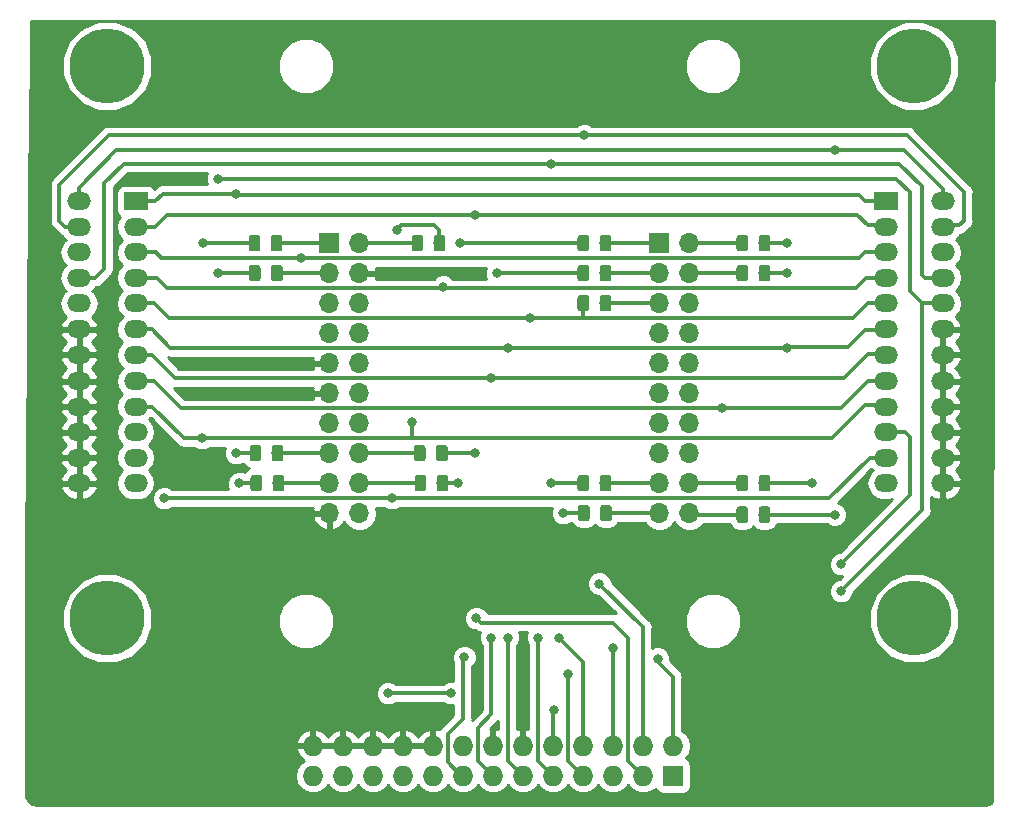
<source format=gbr>
G04 #@! TF.GenerationSoftware,KiCad,Pcbnew,5.0.2+dfsg1-1~bpo9+1*
G04 #@! TF.CreationDate,2019-10-18T00:12:00+01:00*
G04 #@! TF.ProjectId,Sigrok-sniffer,53696772-6f6b-42d7-936e-69666665722e,rev?*
G04 #@! TF.SameCoordinates,Original*
G04 #@! TF.FileFunction,Copper,L1,Top*
G04 #@! TF.FilePolarity,Positive*
%FSLAX46Y46*%
G04 Gerber Fmt 4.6, Leading zero omitted, Abs format (unit mm)*
G04 Created by KiCad (PCBNEW 5.0.2+dfsg1-1~bpo9+1) date Fri 18 Oct 2019 00:12:00 BST*
%MOMM*%
%LPD*%
G01*
G04 APERTURE LIST*
G04 #@! TA.AperFunction,ComponentPad*
%ADD10R,1.727200X1.727200*%
G04 #@! TD*
G04 #@! TA.AperFunction,ComponentPad*
%ADD11O,1.727200X1.727200*%
G04 #@! TD*
G04 #@! TA.AperFunction,ComponentPad*
%ADD12O,2.000000X1.524000*%
G04 #@! TD*
G04 #@! TA.AperFunction,ComponentPad*
%ADD13O,2.000000X1.500000*%
G04 #@! TD*
G04 #@! TA.AperFunction,ComponentPad*
%ADD14R,2.000000X1.500000*%
G04 #@! TD*
G04 #@! TA.AperFunction,ComponentPad*
%ADD15C,6.350000*%
G04 #@! TD*
G04 #@! TA.AperFunction,ComponentPad*
%ADD16R,1.700000X1.700000*%
G04 #@! TD*
G04 #@! TA.AperFunction,ComponentPad*
%ADD17O,1.700000X1.700000*%
G04 #@! TD*
G04 #@! TA.AperFunction,Conductor*
%ADD18C,0.100000*%
G04 #@! TD*
G04 #@! TA.AperFunction,SMDPad,CuDef*
%ADD19C,0.975000*%
G04 #@! TD*
G04 #@! TA.AperFunction,ViaPad*
%ADD20C,0.800000*%
G04 #@! TD*
G04 #@! TA.AperFunction,Conductor*
%ADD21C,0.350000*%
G04 #@! TD*
G04 #@! TA.AperFunction,Conductor*
%ADD22C,0.250000*%
G04 #@! TD*
G04 #@! TA.AperFunction,Conductor*
%ADD23C,0.254000*%
G04 #@! TD*
G04 APERTURE END LIST*
D10*
G04 #@! TO.P,J1,1*
G04 #@! TO.N,Net-(J1-Pad1)*
X161290000Y-117475000D03*
D11*
G04 #@! TO.P,J1,2*
G04 #@! TO.N,Net-(J1-Pad2)*
X161290000Y-114935000D03*
G04 #@! TO.P,J1,3*
G04 #@! TO.N,Net-(J1-Pad3)*
X158750000Y-117475000D03*
G04 #@! TO.P,J1,4*
G04 #@! TO.N,Net-(J1-Pad4)*
X158750000Y-114935000D03*
G04 #@! TO.P,J1,5*
G04 #@! TO.N,Net-(J1-Pad5)*
X156210000Y-117475000D03*
G04 #@! TO.P,J1,6*
G04 #@! TO.N,Net-(J1-Pad6)*
X156210000Y-114935000D03*
G04 #@! TO.P,J1,7*
G04 #@! TO.N,Net-(J1-Pad7)*
X153670000Y-117475000D03*
G04 #@! TO.P,J1,8*
G04 #@! TO.N,Net-(J1-Pad8)*
X153670000Y-114935000D03*
G04 #@! TO.P,J1,9*
G04 #@! TO.N,Net-(J1-Pad9)*
X151130000Y-117475000D03*
G04 #@! TO.P,J1,10*
G04 #@! TO.N,Net-(J1-Pad10)*
X151130000Y-114935000D03*
G04 #@! TO.P,J1,11*
G04 #@! TO.N,Net-(J1-Pad11)*
X148590000Y-117475000D03*
G04 #@! TO.P,J1,12*
G04 #@! TO.N,Net-(J1-Pad12)*
X148590000Y-114935000D03*
G04 #@! TO.P,J1,13*
G04 #@! TO.N,Net-(J1-Pad13)*
X146050000Y-117475000D03*
G04 #@! TO.P,J1,14*
G04 #@! TO.N,Net-(J1-Pad12)*
X146050000Y-114935000D03*
G04 #@! TO.P,J1,15*
G04 #@! TO.N,Net-(J1-Pad15)*
X143510000Y-117475000D03*
G04 #@! TO.P,J1,16*
G04 #@! TO.N,Net-(J1-Pad12)*
X143510000Y-114935000D03*
G04 #@! TO.P,J1,17*
G04 #@! TO.N,Net-(J1-Pad17)*
X140970000Y-117475000D03*
G04 #@! TO.P,J1,18*
G04 #@! TO.N,Net-(J1-Pad12)*
X140970000Y-114935000D03*
G04 #@! TO.P,J1,19*
G04 #@! TO.N,Net-(J1-Pad19)*
X138430000Y-117475000D03*
G04 #@! TO.P,J1,20*
G04 #@! TO.N,Net-(J1-Pad12)*
X138430000Y-114935000D03*
G04 #@! TO.P,J1,21*
G04 #@! TO.N,Net-(J1-Pad21)*
X135890000Y-117475000D03*
G04 #@! TO.P,J1,22*
G04 #@! TO.N,Net-(J1-Pad12)*
X135890000Y-114935000D03*
G04 #@! TO.P,J1,23*
G04 #@! TO.N,Net-(J1-Pad23)*
X133350000Y-117475000D03*
G04 #@! TO.P,J1,24*
G04 #@! TO.N,Net-(J1-Pad12)*
X133350000Y-114935000D03*
G04 #@! TO.P,J1,25*
G04 #@! TO.N,Net-(J1-Pad23)*
X130810000Y-117475000D03*
G04 #@! TO.P,J1,26*
G04 #@! TO.N,Net-(J1-Pad12)*
X130810000Y-114935000D03*
G04 #@! TD*
D12*
G04 #@! TO.P,J5,18*
G04 #@! TO.N,Net-(J1-Pad12)*
X184137300Y-79692500D03*
G04 #@! TO.P,J5,6*
G04 #@! TO.N,Net-(J1-Pad11)*
X179336700Y-79692500D03*
G04 #@! TO.P,J5,7*
G04 #@! TO.N,Net-(J1-Pad13)*
X179336700Y-81851500D03*
G04 #@! TO.P,J5,19*
G04 #@! TO.N,Net-(J1-Pad12)*
X184137300Y-81851500D03*
G04 #@! TO.P,J5,20*
X184137300Y-84061300D03*
G04 #@! TO.P,J5,21*
X184137300Y-86220300D03*
G04 #@! TO.P,J5,9*
G04 #@! TO.N,Net-(J1-Pad17)*
X179336700Y-86220300D03*
G04 #@! TO.P,J5,8*
G04 #@! TO.N,Net-(J1-Pad15)*
X179336700Y-84061300D03*
G04 #@! TO.P,J5,22*
G04 #@! TO.N,Net-(J1-Pad12)*
X184137300Y-88379300D03*
G04 #@! TO.P,J5,23*
X184137300Y-90538300D03*
G04 #@! TO.P,J5,11*
G04 #@! TO.N,Net-(J1-Pad21)*
X179336700Y-90538300D03*
G04 #@! TO.P,J5,10*
G04 #@! TO.N,Net-(J1-Pad19)*
X179336700Y-88379300D03*
G04 #@! TO.P,J5,24*
G04 #@! TO.N,Net-(J1-Pad12)*
X184137300Y-92697300D03*
G04 #@! TO.P,J5,12*
G04 #@! TO.N,Net-(J1-Pad23)*
X179336700Y-92697300D03*
G04 #@! TO.P,J5,16*
G04 #@! TO.N,Net-(J1-Pad8)*
X184137300Y-75323700D03*
G04 #@! TO.P,J5,17*
G04 #@! TO.N,Net-(J1-Pad10)*
X184137300Y-77482700D03*
G04 #@! TO.P,J5,5*
G04 #@! TO.N,Net-(J1-Pad9)*
X179336700Y-77482700D03*
G04 #@! TO.P,J5,4*
G04 #@! TO.N,Net-(J1-Pad7)*
X179336700Y-75323700D03*
G04 #@! TO.P,J5,14*
G04 #@! TO.N,Net-(J1-Pad4)*
X184137300Y-71005700D03*
G04 #@! TO.P,J5,15*
G04 #@! TO.N,Net-(J1-Pad6)*
X184137300Y-73164700D03*
D13*
G04 #@! TO.P,J5,3*
G04 #@! TO.N,Net-(J1-Pad5)*
X179336700Y-73164700D03*
D12*
G04 #@! TO.P,J5,2*
G04 #@! TO.N,Net-(J1-Pad3)*
X179336700Y-71005700D03*
D14*
G04 #@! TO.P,J5,1*
G04 #@! TO.N,Net-(J1-Pad1)*
X179336700Y-68846700D03*
D12*
G04 #@! TO.P,J5,13*
G04 #@! TO.N,Net-(J1-Pad2)*
X184137300Y-68846700D03*
D15*
G04 #@! TO.P,J5,MP*
G04 #@! TO.N,Net-(J1-Pad23)*
X181737000Y-57378600D03*
X181737000Y-104165400D03*
G04 #@! TD*
D16*
G04 #@! TO.P,J2,1*
G04 #@! TO.N,Net-(J2-Pad1)*
X132207000Y-72390000D03*
D17*
G04 #@! TO.P,J2,2*
G04 #@! TO.N,Net-(J2-Pad2)*
X134747000Y-72390000D03*
G04 #@! TO.P,J2,3*
G04 #@! TO.N,Net-(J2-Pad3)*
X132207000Y-74930000D03*
G04 #@! TO.P,J2,4*
G04 #@! TO.N,Net-(J1-Pad12)*
X134747000Y-74930000D03*
G04 #@! TO.P,J2,5*
G04 #@! TO.N,N/C*
X132207000Y-77470000D03*
G04 #@! TO.P,J2,6*
X134747000Y-77470000D03*
G04 #@! TO.P,J2,7*
X132207000Y-80010000D03*
G04 #@! TO.P,J2,8*
X134747000Y-80010000D03*
G04 #@! TO.P,J2,9*
G04 #@! TO.N,Net-(J1-Pad12)*
X132207000Y-82550000D03*
G04 #@! TO.P,J2,10*
G04 #@! TO.N,N/C*
X134747000Y-82550000D03*
G04 #@! TO.P,J2,11*
G04 #@! TO.N,Net-(J1-Pad12)*
X132207000Y-85090000D03*
G04 #@! TO.P,J2,12*
G04 #@! TO.N,N/C*
X134747000Y-85090000D03*
G04 #@! TO.P,J2,13*
X132207000Y-87630000D03*
G04 #@! TO.P,J2,14*
X134747000Y-87630000D03*
G04 #@! TO.P,J2,15*
G04 #@! TO.N,Net-(J2-Pad15)*
X132207000Y-90170000D03*
G04 #@! TO.P,J2,16*
G04 #@! TO.N,Net-(J2-Pad16)*
X134747000Y-90170000D03*
G04 #@! TO.P,J2,17*
G04 #@! TO.N,Net-(J2-Pad17)*
X132207000Y-92710000D03*
G04 #@! TO.P,J2,18*
G04 #@! TO.N,Net-(J2-Pad18)*
X134747000Y-92710000D03*
G04 #@! TO.P,J2,19*
G04 #@! TO.N,Net-(J1-Pad12)*
X132207000Y-95250000D03*
G04 #@! TO.P,J2,20*
G04 #@! TO.N,N/C*
X134747000Y-95250000D03*
G04 #@! TD*
G04 #@! TO.P,J4,20*
G04 #@! TO.N,Net-(J4-Pad20)*
X162687000Y-95250000D03*
G04 #@! TO.P,J4,19*
G04 #@! TO.N,Net-(J4-Pad19)*
X160147000Y-95250000D03*
G04 #@! TO.P,J4,18*
G04 #@! TO.N,Net-(J4-Pad18)*
X162687000Y-92710000D03*
G04 #@! TO.P,J4,17*
G04 #@! TO.N,Net-(J4-Pad17)*
X160147000Y-92710000D03*
G04 #@! TO.P,J4,16*
G04 #@! TO.N,N/C*
X162687000Y-90170000D03*
G04 #@! TO.P,J4,15*
X160147000Y-90170000D03*
G04 #@! TO.P,J4,14*
X162687000Y-87630000D03*
G04 #@! TO.P,J4,13*
X160147000Y-87630000D03*
G04 #@! TO.P,J4,12*
X162687000Y-85090000D03*
G04 #@! TO.P,J4,11*
X160147000Y-85090000D03*
G04 #@! TO.P,J4,10*
X162687000Y-82550000D03*
G04 #@! TO.P,J4,9*
X160147000Y-82550000D03*
G04 #@! TO.P,J4,8*
X162687000Y-80010000D03*
G04 #@! TO.P,J4,7*
X160147000Y-80010000D03*
G04 #@! TO.P,J4,6*
X162687000Y-77470000D03*
G04 #@! TO.P,J4,5*
G04 #@! TO.N,Net-(J4-Pad5)*
X160147000Y-77470000D03*
G04 #@! TO.P,J4,4*
G04 #@! TO.N,Net-(J4-Pad4)*
X162687000Y-74930000D03*
G04 #@! TO.P,J4,3*
G04 #@! TO.N,Net-(J4-Pad3)*
X160147000Y-74930000D03*
G04 #@! TO.P,J4,2*
G04 #@! TO.N,Net-(J4-Pad2)*
X162687000Y-72390000D03*
D16*
G04 #@! TO.P,J4,1*
G04 #@! TO.N,Net-(J4-Pad1)*
X160147000Y-72390000D03*
G04 #@! TD*
D18*
G04 #@! TO.N,Net-(J1-Pad19)*
G04 #@! TO.C,R1*
G36*
X126124642Y-71691174D02*
X126148303Y-71694684D01*
X126171507Y-71700496D01*
X126194029Y-71708554D01*
X126215653Y-71718782D01*
X126236170Y-71731079D01*
X126255383Y-71745329D01*
X126273107Y-71761393D01*
X126289171Y-71779117D01*
X126303421Y-71798330D01*
X126315718Y-71818847D01*
X126325946Y-71840471D01*
X126334004Y-71862993D01*
X126339816Y-71886197D01*
X126343326Y-71909858D01*
X126344500Y-71933750D01*
X126344500Y-72846250D01*
X126343326Y-72870142D01*
X126339816Y-72893803D01*
X126334004Y-72917007D01*
X126325946Y-72939529D01*
X126315718Y-72961153D01*
X126303421Y-72981670D01*
X126289171Y-73000883D01*
X126273107Y-73018607D01*
X126255383Y-73034671D01*
X126236170Y-73048921D01*
X126215653Y-73061218D01*
X126194029Y-73071446D01*
X126171507Y-73079504D01*
X126148303Y-73085316D01*
X126124642Y-73088826D01*
X126100750Y-73090000D01*
X125613250Y-73090000D01*
X125589358Y-73088826D01*
X125565697Y-73085316D01*
X125542493Y-73079504D01*
X125519971Y-73071446D01*
X125498347Y-73061218D01*
X125477830Y-73048921D01*
X125458617Y-73034671D01*
X125440893Y-73018607D01*
X125424829Y-73000883D01*
X125410579Y-72981670D01*
X125398282Y-72961153D01*
X125388054Y-72939529D01*
X125379996Y-72917007D01*
X125374184Y-72893803D01*
X125370674Y-72870142D01*
X125369500Y-72846250D01*
X125369500Y-71933750D01*
X125370674Y-71909858D01*
X125374184Y-71886197D01*
X125379996Y-71862993D01*
X125388054Y-71840471D01*
X125398282Y-71818847D01*
X125410579Y-71798330D01*
X125424829Y-71779117D01*
X125440893Y-71761393D01*
X125458617Y-71745329D01*
X125477830Y-71731079D01*
X125498347Y-71718782D01*
X125519971Y-71708554D01*
X125542493Y-71700496D01*
X125565697Y-71694684D01*
X125589358Y-71691174D01*
X125613250Y-71690000D01*
X126100750Y-71690000D01*
X126124642Y-71691174D01*
X126124642Y-71691174D01*
G37*
D19*
G04 #@! TD*
G04 #@! TO.P,R1,2*
G04 #@! TO.N,Net-(J1-Pad19)*
X125857000Y-72390000D03*
D18*
G04 #@! TO.N,Net-(J2-Pad1)*
G04 #@! TO.C,R1*
G36*
X127999642Y-71691174D02*
X128023303Y-71694684D01*
X128046507Y-71700496D01*
X128069029Y-71708554D01*
X128090653Y-71718782D01*
X128111170Y-71731079D01*
X128130383Y-71745329D01*
X128148107Y-71761393D01*
X128164171Y-71779117D01*
X128178421Y-71798330D01*
X128190718Y-71818847D01*
X128200946Y-71840471D01*
X128209004Y-71862993D01*
X128214816Y-71886197D01*
X128218326Y-71909858D01*
X128219500Y-71933750D01*
X128219500Y-72846250D01*
X128218326Y-72870142D01*
X128214816Y-72893803D01*
X128209004Y-72917007D01*
X128200946Y-72939529D01*
X128190718Y-72961153D01*
X128178421Y-72981670D01*
X128164171Y-73000883D01*
X128148107Y-73018607D01*
X128130383Y-73034671D01*
X128111170Y-73048921D01*
X128090653Y-73061218D01*
X128069029Y-73071446D01*
X128046507Y-73079504D01*
X128023303Y-73085316D01*
X127999642Y-73088826D01*
X127975750Y-73090000D01*
X127488250Y-73090000D01*
X127464358Y-73088826D01*
X127440697Y-73085316D01*
X127417493Y-73079504D01*
X127394971Y-73071446D01*
X127373347Y-73061218D01*
X127352830Y-73048921D01*
X127333617Y-73034671D01*
X127315893Y-73018607D01*
X127299829Y-73000883D01*
X127285579Y-72981670D01*
X127273282Y-72961153D01*
X127263054Y-72939529D01*
X127254996Y-72917007D01*
X127249184Y-72893803D01*
X127245674Y-72870142D01*
X127244500Y-72846250D01*
X127244500Y-71933750D01*
X127245674Y-71909858D01*
X127249184Y-71886197D01*
X127254996Y-71862993D01*
X127263054Y-71840471D01*
X127273282Y-71818847D01*
X127285579Y-71798330D01*
X127299829Y-71779117D01*
X127315893Y-71761393D01*
X127333617Y-71745329D01*
X127352830Y-71731079D01*
X127373347Y-71718782D01*
X127394971Y-71708554D01*
X127417493Y-71700496D01*
X127440697Y-71694684D01*
X127464358Y-71691174D01*
X127488250Y-71690000D01*
X127975750Y-71690000D01*
X127999642Y-71691174D01*
X127999642Y-71691174D01*
G37*
D19*
G04 #@! TD*
G04 #@! TO.P,R1,1*
G04 #@! TO.N,Net-(J2-Pad1)*
X127732000Y-72390000D03*
D18*
G04 #@! TO.N,Net-(J2-Pad3)*
G04 #@! TO.C,R2*
G36*
X128029642Y-74231174D02*
X128053303Y-74234684D01*
X128076507Y-74240496D01*
X128099029Y-74248554D01*
X128120653Y-74258782D01*
X128141170Y-74271079D01*
X128160383Y-74285329D01*
X128178107Y-74301393D01*
X128194171Y-74319117D01*
X128208421Y-74338330D01*
X128220718Y-74358847D01*
X128230946Y-74380471D01*
X128239004Y-74402993D01*
X128244816Y-74426197D01*
X128248326Y-74449858D01*
X128249500Y-74473750D01*
X128249500Y-75386250D01*
X128248326Y-75410142D01*
X128244816Y-75433803D01*
X128239004Y-75457007D01*
X128230946Y-75479529D01*
X128220718Y-75501153D01*
X128208421Y-75521670D01*
X128194171Y-75540883D01*
X128178107Y-75558607D01*
X128160383Y-75574671D01*
X128141170Y-75588921D01*
X128120653Y-75601218D01*
X128099029Y-75611446D01*
X128076507Y-75619504D01*
X128053303Y-75625316D01*
X128029642Y-75628826D01*
X128005750Y-75630000D01*
X127518250Y-75630000D01*
X127494358Y-75628826D01*
X127470697Y-75625316D01*
X127447493Y-75619504D01*
X127424971Y-75611446D01*
X127403347Y-75601218D01*
X127382830Y-75588921D01*
X127363617Y-75574671D01*
X127345893Y-75558607D01*
X127329829Y-75540883D01*
X127315579Y-75521670D01*
X127303282Y-75501153D01*
X127293054Y-75479529D01*
X127284996Y-75457007D01*
X127279184Y-75433803D01*
X127275674Y-75410142D01*
X127274500Y-75386250D01*
X127274500Y-74473750D01*
X127275674Y-74449858D01*
X127279184Y-74426197D01*
X127284996Y-74402993D01*
X127293054Y-74380471D01*
X127303282Y-74358847D01*
X127315579Y-74338330D01*
X127329829Y-74319117D01*
X127345893Y-74301393D01*
X127363617Y-74285329D01*
X127382830Y-74271079D01*
X127403347Y-74258782D01*
X127424971Y-74248554D01*
X127447493Y-74240496D01*
X127470697Y-74234684D01*
X127494358Y-74231174D01*
X127518250Y-74230000D01*
X128005750Y-74230000D01*
X128029642Y-74231174D01*
X128029642Y-74231174D01*
G37*
D19*
G04 #@! TD*
G04 #@! TO.P,R2,1*
G04 #@! TO.N,Net-(J2-Pad3)*
X127762000Y-74930000D03*
D18*
G04 #@! TO.N,Net-(J1-Pad10)*
G04 #@! TO.C,R2*
G36*
X126154642Y-74231174D02*
X126178303Y-74234684D01*
X126201507Y-74240496D01*
X126224029Y-74248554D01*
X126245653Y-74258782D01*
X126266170Y-74271079D01*
X126285383Y-74285329D01*
X126303107Y-74301393D01*
X126319171Y-74319117D01*
X126333421Y-74338330D01*
X126345718Y-74358847D01*
X126355946Y-74380471D01*
X126364004Y-74402993D01*
X126369816Y-74426197D01*
X126373326Y-74449858D01*
X126374500Y-74473750D01*
X126374500Y-75386250D01*
X126373326Y-75410142D01*
X126369816Y-75433803D01*
X126364004Y-75457007D01*
X126355946Y-75479529D01*
X126345718Y-75501153D01*
X126333421Y-75521670D01*
X126319171Y-75540883D01*
X126303107Y-75558607D01*
X126285383Y-75574671D01*
X126266170Y-75588921D01*
X126245653Y-75601218D01*
X126224029Y-75611446D01*
X126201507Y-75619504D01*
X126178303Y-75625316D01*
X126154642Y-75628826D01*
X126130750Y-75630000D01*
X125643250Y-75630000D01*
X125619358Y-75628826D01*
X125595697Y-75625316D01*
X125572493Y-75619504D01*
X125549971Y-75611446D01*
X125528347Y-75601218D01*
X125507830Y-75588921D01*
X125488617Y-75574671D01*
X125470893Y-75558607D01*
X125454829Y-75540883D01*
X125440579Y-75521670D01*
X125428282Y-75501153D01*
X125418054Y-75479529D01*
X125409996Y-75457007D01*
X125404184Y-75433803D01*
X125400674Y-75410142D01*
X125399500Y-75386250D01*
X125399500Y-74473750D01*
X125400674Y-74449858D01*
X125404184Y-74426197D01*
X125409996Y-74402993D01*
X125418054Y-74380471D01*
X125428282Y-74358847D01*
X125440579Y-74338330D01*
X125454829Y-74319117D01*
X125470893Y-74301393D01*
X125488617Y-74285329D01*
X125507830Y-74271079D01*
X125528347Y-74258782D01*
X125549971Y-74248554D01*
X125572493Y-74240496D01*
X125595697Y-74234684D01*
X125619358Y-74231174D01*
X125643250Y-74230000D01*
X126130750Y-74230000D01*
X126154642Y-74231174D01*
X126154642Y-74231174D01*
G37*
D19*
G04 #@! TD*
G04 #@! TO.P,R2,2*
G04 #@! TO.N,Net-(J1-Pad10)*
X125887000Y-74930000D03*
D18*
G04 #@! TO.N,Net-(J2-Pad15)*
G04 #@! TO.C,R3*
G36*
X128078142Y-89471174D02*
X128101803Y-89474684D01*
X128125007Y-89480496D01*
X128147529Y-89488554D01*
X128169153Y-89498782D01*
X128189670Y-89511079D01*
X128208883Y-89525329D01*
X128226607Y-89541393D01*
X128242671Y-89559117D01*
X128256921Y-89578330D01*
X128269218Y-89598847D01*
X128279446Y-89620471D01*
X128287504Y-89642993D01*
X128293316Y-89666197D01*
X128296826Y-89689858D01*
X128298000Y-89713750D01*
X128298000Y-90626250D01*
X128296826Y-90650142D01*
X128293316Y-90673803D01*
X128287504Y-90697007D01*
X128279446Y-90719529D01*
X128269218Y-90741153D01*
X128256921Y-90761670D01*
X128242671Y-90780883D01*
X128226607Y-90798607D01*
X128208883Y-90814671D01*
X128189670Y-90828921D01*
X128169153Y-90841218D01*
X128147529Y-90851446D01*
X128125007Y-90859504D01*
X128101803Y-90865316D01*
X128078142Y-90868826D01*
X128054250Y-90870000D01*
X127566750Y-90870000D01*
X127542858Y-90868826D01*
X127519197Y-90865316D01*
X127495993Y-90859504D01*
X127473471Y-90851446D01*
X127451847Y-90841218D01*
X127431330Y-90828921D01*
X127412117Y-90814671D01*
X127394393Y-90798607D01*
X127378329Y-90780883D01*
X127364079Y-90761670D01*
X127351782Y-90741153D01*
X127341554Y-90719529D01*
X127333496Y-90697007D01*
X127327684Y-90673803D01*
X127324174Y-90650142D01*
X127323000Y-90626250D01*
X127323000Y-89713750D01*
X127324174Y-89689858D01*
X127327684Y-89666197D01*
X127333496Y-89642993D01*
X127341554Y-89620471D01*
X127351782Y-89598847D01*
X127364079Y-89578330D01*
X127378329Y-89559117D01*
X127394393Y-89541393D01*
X127412117Y-89525329D01*
X127431330Y-89511079D01*
X127451847Y-89498782D01*
X127473471Y-89488554D01*
X127495993Y-89480496D01*
X127519197Y-89474684D01*
X127542858Y-89471174D01*
X127566750Y-89470000D01*
X128054250Y-89470000D01*
X128078142Y-89471174D01*
X128078142Y-89471174D01*
G37*
D19*
G04 #@! TD*
G04 #@! TO.P,R3,1*
G04 #@! TO.N,Net-(J2-Pad15)*
X127810500Y-90170000D03*
D18*
G04 #@! TO.N,Net-(J1-Pad1)*
G04 #@! TO.C,R3*
G36*
X126203142Y-89471174D02*
X126226803Y-89474684D01*
X126250007Y-89480496D01*
X126272529Y-89488554D01*
X126294153Y-89498782D01*
X126314670Y-89511079D01*
X126333883Y-89525329D01*
X126351607Y-89541393D01*
X126367671Y-89559117D01*
X126381921Y-89578330D01*
X126394218Y-89598847D01*
X126404446Y-89620471D01*
X126412504Y-89642993D01*
X126418316Y-89666197D01*
X126421826Y-89689858D01*
X126423000Y-89713750D01*
X126423000Y-90626250D01*
X126421826Y-90650142D01*
X126418316Y-90673803D01*
X126412504Y-90697007D01*
X126404446Y-90719529D01*
X126394218Y-90741153D01*
X126381921Y-90761670D01*
X126367671Y-90780883D01*
X126351607Y-90798607D01*
X126333883Y-90814671D01*
X126314670Y-90828921D01*
X126294153Y-90841218D01*
X126272529Y-90851446D01*
X126250007Y-90859504D01*
X126226803Y-90865316D01*
X126203142Y-90868826D01*
X126179250Y-90870000D01*
X125691750Y-90870000D01*
X125667858Y-90868826D01*
X125644197Y-90865316D01*
X125620993Y-90859504D01*
X125598471Y-90851446D01*
X125576847Y-90841218D01*
X125556330Y-90828921D01*
X125537117Y-90814671D01*
X125519393Y-90798607D01*
X125503329Y-90780883D01*
X125489079Y-90761670D01*
X125476782Y-90741153D01*
X125466554Y-90719529D01*
X125458496Y-90697007D01*
X125452684Y-90673803D01*
X125449174Y-90650142D01*
X125448000Y-90626250D01*
X125448000Y-89713750D01*
X125449174Y-89689858D01*
X125452684Y-89666197D01*
X125458496Y-89642993D01*
X125466554Y-89620471D01*
X125476782Y-89598847D01*
X125489079Y-89578330D01*
X125503329Y-89559117D01*
X125519393Y-89541393D01*
X125537117Y-89525329D01*
X125556330Y-89511079D01*
X125576847Y-89498782D01*
X125598471Y-89488554D01*
X125620993Y-89480496D01*
X125644197Y-89474684D01*
X125667858Y-89471174D01*
X125691750Y-89470000D01*
X126179250Y-89470000D01*
X126203142Y-89471174D01*
X126203142Y-89471174D01*
G37*
D19*
G04 #@! TD*
G04 #@! TO.P,R3,2*
G04 #@! TO.N,Net-(J1-Pad1)*
X125935500Y-90170000D03*
D18*
G04 #@! TO.N,Net-(J1-Pad5)*
G04 #@! TO.C,R4*
G36*
X126281642Y-92011174D02*
X126305303Y-92014684D01*
X126328507Y-92020496D01*
X126351029Y-92028554D01*
X126372653Y-92038782D01*
X126393170Y-92051079D01*
X126412383Y-92065329D01*
X126430107Y-92081393D01*
X126446171Y-92099117D01*
X126460421Y-92118330D01*
X126472718Y-92138847D01*
X126482946Y-92160471D01*
X126491004Y-92182993D01*
X126496816Y-92206197D01*
X126500326Y-92229858D01*
X126501500Y-92253750D01*
X126501500Y-93166250D01*
X126500326Y-93190142D01*
X126496816Y-93213803D01*
X126491004Y-93237007D01*
X126482946Y-93259529D01*
X126472718Y-93281153D01*
X126460421Y-93301670D01*
X126446171Y-93320883D01*
X126430107Y-93338607D01*
X126412383Y-93354671D01*
X126393170Y-93368921D01*
X126372653Y-93381218D01*
X126351029Y-93391446D01*
X126328507Y-93399504D01*
X126305303Y-93405316D01*
X126281642Y-93408826D01*
X126257750Y-93410000D01*
X125770250Y-93410000D01*
X125746358Y-93408826D01*
X125722697Y-93405316D01*
X125699493Y-93399504D01*
X125676971Y-93391446D01*
X125655347Y-93381218D01*
X125634830Y-93368921D01*
X125615617Y-93354671D01*
X125597893Y-93338607D01*
X125581829Y-93320883D01*
X125567579Y-93301670D01*
X125555282Y-93281153D01*
X125545054Y-93259529D01*
X125536996Y-93237007D01*
X125531184Y-93213803D01*
X125527674Y-93190142D01*
X125526500Y-93166250D01*
X125526500Y-92253750D01*
X125527674Y-92229858D01*
X125531184Y-92206197D01*
X125536996Y-92182993D01*
X125545054Y-92160471D01*
X125555282Y-92138847D01*
X125567579Y-92118330D01*
X125581829Y-92099117D01*
X125597893Y-92081393D01*
X125615617Y-92065329D01*
X125634830Y-92051079D01*
X125655347Y-92038782D01*
X125676971Y-92028554D01*
X125699493Y-92020496D01*
X125722697Y-92014684D01*
X125746358Y-92011174D01*
X125770250Y-92010000D01*
X126257750Y-92010000D01*
X126281642Y-92011174D01*
X126281642Y-92011174D01*
G37*
D19*
G04 #@! TD*
G04 #@! TO.P,R4,2*
G04 #@! TO.N,Net-(J1-Pad5)*
X126014000Y-92710000D03*
D18*
G04 #@! TO.N,Net-(J2-Pad17)*
G04 #@! TO.C,R4*
G36*
X128156642Y-92011174D02*
X128180303Y-92014684D01*
X128203507Y-92020496D01*
X128226029Y-92028554D01*
X128247653Y-92038782D01*
X128268170Y-92051079D01*
X128287383Y-92065329D01*
X128305107Y-92081393D01*
X128321171Y-92099117D01*
X128335421Y-92118330D01*
X128347718Y-92138847D01*
X128357946Y-92160471D01*
X128366004Y-92182993D01*
X128371816Y-92206197D01*
X128375326Y-92229858D01*
X128376500Y-92253750D01*
X128376500Y-93166250D01*
X128375326Y-93190142D01*
X128371816Y-93213803D01*
X128366004Y-93237007D01*
X128357946Y-93259529D01*
X128347718Y-93281153D01*
X128335421Y-93301670D01*
X128321171Y-93320883D01*
X128305107Y-93338607D01*
X128287383Y-93354671D01*
X128268170Y-93368921D01*
X128247653Y-93381218D01*
X128226029Y-93391446D01*
X128203507Y-93399504D01*
X128180303Y-93405316D01*
X128156642Y-93408826D01*
X128132750Y-93410000D01*
X127645250Y-93410000D01*
X127621358Y-93408826D01*
X127597697Y-93405316D01*
X127574493Y-93399504D01*
X127551971Y-93391446D01*
X127530347Y-93381218D01*
X127509830Y-93368921D01*
X127490617Y-93354671D01*
X127472893Y-93338607D01*
X127456829Y-93320883D01*
X127442579Y-93301670D01*
X127430282Y-93281153D01*
X127420054Y-93259529D01*
X127411996Y-93237007D01*
X127406184Y-93213803D01*
X127402674Y-93190142D01*
X127401500Y-93166250D01*
X127401500Y-92253750D01*
X127402674Y-92229858D01*
X127406184Y-92206197D01*
X127411996Y-92182993D01*
X127420054Y-92160471D01*
X127430282Y-92138847D01*
X127442579Y-92118330D01*
X127456829Y-92099117D01*
X127472893Y-92081393D01*
X127490617Y-92065329D01*
X127509830Y-92051079D01*
X127530347Y-92038782D01*
X127551971Y-92028554D01*
X127574493Y-92020496D01*
X127597697Y-92014684D01*
X127621358Y-92011174D01*
X127645250Y-92010000D01*
X128132750Y-92010000D01*
X128156642Y-92011174D01*
X128156642Y-92011174D01*
G37*
D19*
G04 #@! TD*
G04 #@! TO.P,R4,1*
G04 #@! TO.N,Net-(J2-Pad17)*
X127889000Y-92710000D03*
D18*
G04 #@! TO.N,Net-(J2-Pad18)*
G04 #@! TO.C,R5*
G36*
X140173142Y-92011174D02*
X140196803Y-92014684D01*
X140220007Y-92020496D01*
X140242529Y-92028554D01*
X140264153Y-92038782D01*
X140284670Y-92051079D01*
X140303883Y-92065329D01*
X140321607Y-92081393D01*
X140337671Y-92099117D01*
X140351921Y-92118330D01*
X140364218Y-92138847D01*
X140374446Y-92160471D01*
X140382504Y-92182993D01*
X140388316Y-92206197D01*
X140391826Y-92229858D01*
X140393000Y-92253750D01*
X140393000Y-93166250D01*
X140391826Y-93190142D01*
X140388316Y-93213803D01*
X140382504Y-93237007D01*
X140374446Y-93259529D01*
X140364218Y-93281153D01*
X140351921Y-93301670D01*
X140337671Y-93320883D01*
X140321607Y-93338607D01*
X140303883Y-93354671D01*
X140284670Y-93368921D01*
X140264153Y-93381218D01*
X140242529Y-93391446D01*
X140220007Y-93399504D01*
X140196803Y-93405316D01*
X140173142Y-93408826D01*
X140149250Y-93410000D01*
X139661750Y-93410000D01*
X139637858Y-93408826D01*
X139614197Y-93405316D01*
X139590993Y-93399504D01*
X139568471Y-93391446D01*
X139546847Y-93381218D01*
X139526330Y-93368921D01*
X139507117Y-93354671D01*
X139489393Y-93338607D01*
X139473329Y-93320883D01*
X139459079Y-93301670D01*
X139446782Y-93281153D01*
X139436554Y-93259529D01*
X139428496Y-93237007D01*
X139422684Y-93213803D01*
X139419174Y-93190142D01*
X139418000Y-93166250D01*
X139418000Y-92253750D01*
X139419174Y-92229858D01*
X139422684Y-92206197D01*
X139428496Y-92182993D01*
X139436554Y-92160471D01*
X139446782Y-92138847D01*
X139459079Y-92118330D01*
X139473329Y-92099117D01*
X139489393Y-92081393D01*
X139507117Y-92065329D01*
X139526330Y-92051079D01*
X139546847Y-92038782D01*
X139568471Y-92028554D01*
X139590993Y-92020496D01*
X139614197Y-92014684D01*
X139637858Y-92011174D01*
X139661750Y-92010000D01*
X140149250Y-92010000D01*
X140173142Y-92011174D01*
X140173142Y-92011174D01*
G37*
D19*
G04 #@! TD*
G04 #@! TO.P,R5,1*
G04 #@! TO.N,Net-(J2-Pad18)*
X139905500Y-92710000D03*
D18*
G04 #@! TO.N,Net-(J1-Pad7)*
G04 #@! TO.C,R5*
G36*
X142048142Y-92011174D02*
X142071803Y-92014684D01*
X142095007Y-92020496D01*
X142117529Y-92028554D01*
X142139153Y-92038782D01*
X142159670Y-92051079D01*
X142178883Y-92065329D01*
X142196607Y-92081393D01*
X142212671Y-92099117D01*
X142226921Y-92118330D01*
X142239218Y-92138847D01*
X142249446Y-92160471D01*
X142257504Y-92182993D01*
X142263316Y-92206197D01*
X142266826Y-92229858D01*
X142268000Y-92253750D01*
X142268000Y-93166250D01*
X142266826Y-93190142D01*
X142263316Y-93213803D01*
X142257504Y-93237007D01*
X142249446Y-93259529D01*
X142239218Y-93281153D01*
X142226921Y-93301670D01*
X142212671Y-93320883D01*
X142196607Y-93338607D01*
X142178883Y-93354671D01*
X142159670Y-93368921D01*
X142139153Y-93381218D01*
X142117529Y-93391446D01*
X142095007Y-93399504D01*
X142071803Y-93405316D01*
X142048142Y-93408826D01*
X142024250Y-93410000D01*
X141536750Y-93410000D01*
X141512858Y-93408826D01*
X141489197Y-93405316D01*
X141465993Y-93399504D01*
X141443471Y-93391446D01*
X141421847Y-93381218D01*
X141401330Y-93368921D01*
X141382117Y-93354671D01*
X141364393Y-93338607D01*
X141348329Y-93320883D01*
X141334079Y-93301670D01*
X141321782Y-93281153D01*
X141311554Y-93259529D01*
X141303496Y-93237007D01*
X141297684Y-93213803D01*
X141294174Y-93190142D01*
X141293000Y-93166250D01*
X141293000Y-92253750D01*
X141294174Y-92229858D01*
X141297684Y-92206197D01*
X141303496Y-92182993D01*
X141311554Y-92160471D01*
X141321782Y-92138847D01*
X141334079Y-92118330D01*
X141348329Y-92099117D01*
X141364393Y-92081393D01*
X141382117Y-92065329D01*
X141401330Y-92051079D01*
X141421847Y-92038782D01*
X141443471Y-92028554D01*
X141465993Y-92020496D01*
X141489197Y-92014684D01*
X141512858Y-92011174D01*
X141536750Y-92010000D01*
X142024250Y-92010000D01*
X142048142Y-92011174D01*
X142048142Y-92011174D01*
G37*
D19*
G04 #@! TD*
G04 #@! TO.P,R5,2*
G04 #@! TO.N,Net-(J1-Pad7)*
X141780500Y-92710000D03*
D18*
G04 #@! TO.N,Net-(J1-Pad3)*
G04 #@! TO.C,R6*
G36*
X141999642Y-89471174D02*
X142023303Y-89474684D01*
X142046507Y-89480496D01*
X142069029Y-89488554D01*
X142090653Y-89498782D01*
X142111170Y-89511079D01*
X142130383Y-89525329D01*
X142148107Y-89541393D01*
X142164171Y-89559117D01*
X142178421Y-89578330D01*
X142190718Y-89598847D01*
X142200946Y-89620471D01*
X142209004Y-89642993D01*
X142214816Y-89666197D01*
X142218326Y-89689858D01*
X142219500Y-89713750D01*
X142219500Y-90626250D01*
X142218326Y-90650142D01*
X142214816Y-90673803D01*
X142209004Y-90697007D01*
X142200946Y-90719529D01*
X142190718Y-90741153D01*
X142178421Y-90761670D01*
X142164171Y-90780883D01*
X142148107Y-90798607D01*
X142130383Y-90814671D01*
X142111170Y-90828921D01*
X142090653Y-90841218D01*
X142069029Y-90851446D01*
X142046507Y-90859504D01*
X142023303Y-90865316D01*
X141999642Y-90868826D01*
X141975750Y-90870000D01*
X141488250Y-90870000D01*
X141464358Y-90868826D01*
X141440697Y-90865316D01*
X141417493Y-90859504D01*
X141394971Y-90851446D01*
X141373347Y-90841218D01*
X141352830Y-90828921D01*
X141333617Y-90814671D01*
X141315893Y-90798607D01*
X141299829Y-90780883D01*
X141285579Y-90761670D01*
X141273282Y-90741153D01*
X141263054Y-90719529D01*
X141254996Y-90697007D01*
X141249184Y-90673803D01*
X141245674Y-90650142D01*
X141244500Y-90626250D01*
X141244500Y-89713750D01*
X141245674Y-89689858D01*
X141249184Y-89666197D01*
X141254996Y-89642993D01*
X141263054Y-89620471D01*
X141273282Y-89598847D01*
X141285579Y-89578330D01*
X141299829Y-89559117D01*
X141315893Y-89541393D01*
X141333617Y-89525329D01*
X141352830Y-89511079D01*
X141373347Y-89498782D01*
X141394971Y-89488554D01*
X141417493Y-89480496D01*
X141440697Y-89474684D01*
X141464358Y-89471174D01*
X141488250Y-89470000D01*
X141975750Y-89470000D01*
X141999642Y-89471174D01*
X141999642Y-89471174D01*
G37*
D19*
G04 #@! TD*
G04 #@! TO.P,R6,2*
G04 #@! TO.N,Net-(J1-Pad3)*
X141732000Y-90170000D03*
D18*
G04 #@! TO.N,Net-(J2-Pad16)*
G04 #@! TO.C,R6*
G36*
X140124642Y-89471174D02*
X140148303Y-89474684D01*
X140171507Y-89480496D01*
X140194029Y-89488554D01*
X140215653Y-89498782D01*
X140236170Y-89511079D01*
X140255383Y-89525329D01*
X140273107Y-89541393D01*
X140289171Y-89559117D01*
X140303421Y-89578330D01*
X140315718Y-89598847D01*
X140325946Y-89620471D01*
X140334004Y-89642993D01*
X140339816Y-89666197D01*
X140343326Y-89689858D01*
X140344500Y-89713750D01*
X140344500Y-90626250D01*
X140343326Y-90650142D01*
X140339816Y-90673803D01*
X140334004Y-90697007D01*
X140325946Y-90719529D01*
X140315718Y-90741153D01*
X140303421Y-90761670D01*
X140289171Y-90780883D01*
X140273107Y-90798607D01*
X140255383Y-90814671D01*
X140236170Y-90828921D01*
X140215653Y-90841218D01*
X140194029Y-90851446D01*
X140171507Y-90859504D01*
X140148303Y-90865316D01*
X140124642Y-90868826D01*
X140100750Y-90870000D01*
X139613250Y-90870000D01*
X139589358Y-90868826D01*
X139565697Y-90865316D01*
X139542493Y-90859504D01*
X139519971Y-90851446D01*
X139498347Y-90841218D01*
X139477830Y-90828921D01*
X139458617Y-90814671D01*
X139440893Y-90798607D01*
X139424829Y-90780883D01*
X139410579Y-90761670D01*
X139398282Y-90741153D01*
X139388054Y-90719529D01*
X139379996Y-90697007D01*
X139374184Y-90673803D01*
X139370674Y-90650142D01*
X139369500Y-90626250D01*
X139369500Y-89713750D01*
X139370674Y-89689858D01*
X139374184Y-89666197D01*
X139379996Y-89642993D01*
X139388054Y-89620471D01*
X139398282Y-89598847D01*
X139410579Y-89578330D01*
X139424829Y-89559117D01*
X139440893Y-89541393D01*
X139458617Y-89525329D01*
X139477830Y-89511079D01*
X139498347Y-89498782D01*
X139519971Y-89488554D01*
X139542493Y-89480496D01*
X139565697Y-89474684D01*
X139589358Y-89471174D01*
X139613250Y-89470000D01*
X140100750Y-89470000D01*
X140124642Y-89471174D01*
X140124642Y-89471174D01*
G37*
D19*
G04 #@! TD*
G04 #@! TO.P,R6,1*
G04 #@! TO.N,Net-(J2-Pad16)*
X139857000Y-90170000D03*
D18*
G04 #@! TO.N,Net-(J2-Pad2)*
G04 #@! TO.C,R7*
G36*
X139919142Y-71691174D02*
X139942803Y-71694684D01*
X139966007Y-71700496D01*
X139988529Y-71708554D01*
X140010153Y-71718782D01*
X140030670Y-71731079D01*
X140049883Y-71745329D01*
X140067607Y-71761393D01*
X140083671Y-71779117D01*
X140097921Y-71798330D01*
X140110218Y-71818847D01*
X140120446Y-71840471D01*
X140128504Y-71862993D01*
X140134316Y-71886197D01*
X140137826Y-71909858D01*
X140139000Y-71933750D01*
X140139000Y-72846250D01*
X140137826Y-72870142D01*
X140134316Y-72893803D01*
X140128504Y-72917007D01*
X140120446Y-72939529D01*
X140110218Y-72961153D01*
X140097921Y-72981670D01*
X140083671Y-73000883D01*
X140067607Y-73018607D01*
X140049883Y-73034671D01*
X140030670Y-73048921D01*
X140010153Y-73061218D01*
X139988529Y-73071446D01*
X139966007Y-73079504D01*
X139942803Y-73085316D01*
X139919142Y-73088826D01*
X139895250Y-73090000D01*
X139407750Y-73090000D01*
X139383858Y-73088826D01*
X139360197Y-73085316D01*
X139336993Y-73079504D01*
X139314471Y-73071446D01*
X139292847Y-73061218D01*
X139272330Y-73048921D01*
X139253117Y-73034671D01*
X139235393Y-73018607D01*
X139219329Y-73000883D01*
X139205079Y-72981670D01*
X139192782Y-72961153D01*
X139182554Y-72939529D01*
X139174496Y-72917007D01*
X139168684Y-72893803D01*
X139165174Y-72870142D01*
X139164000Y-72846250D01*
X139164000Y-71933750D01*
X139165174Y-71909858D01*
X139168684Y-71886197D01*
X139174496Y-71862993D01*
X139182554Y-71840471D01*
X139192782Y-71818847D01*
X139205079Y-71798330D01*
X139219329Y-71779117D01*
X139235393Y-71761393D01*
X139253117Y-71745329D01*
X139272330Y-71731079D01*
X139292847Y-71718782D01*
X139314471Y-71708554D01*
X139336993Y-71700496D01*
X139360197Y-71694684D01*
X139383858Y-71691174D01*
X139407750Y-71690000D01*
X139895250Y-71690000D01*
X139919142Y-71691174D01*
X139919142Y-71691174D01*
G37*
D19*
G04 #@! TD*
G04 #@! TO.P,R7,1*
G04 #@! TO.N,Net-(J2-Pad2)*
X139651500Y-72390000D03*
D18*
G04 #@! TO.N,Net-(J1-Pad21)*
G04 #@! TO.C,R7*
G36*
X141794142Y-71691174D02*
X141817803Y-71694684D01*
X141841007Y-71700496D01*
X141863529Y-71708554D01*
X141885153Y-71718782D01*
X141905670Y-71731079D01*
X141924883Y-71745329D01*
X141942607Y-71761393D01*
X141958671Y-71779117D01*
X141972921Y-71798330D01*
X141985218Y-71818847D01*
X141995446Y-71840471D01*
X142003504Y-71862993D01*
X142009316Y-71886197D01*
X142012826Y-71909858D01*
X142014000Y-71933750D01*
X142014000Y-72846250D01*
X142012826Y-72870142D01*
X142009316Y-72893803D01*
X142003504Y-72917007D01*
X141995446Y-72939529D01*
X141985218Y-72961153D01*
X141972921Y-72981670D01*
X141958671Y-73000883D01*
X141942607Y-73018607D01*
X141924883Y-73034671D01*
X141905670Y-73048921D01*
X141885153Y-73061218D01*
X141863529Y-73071446D01*
X141841007Y-73079504D01*
X141817803Y-73085316D01*
X141794142Y-73088826D01*
X141770250Y-73090000D01*
X141282750Y-73090000D01*
X141258858Y-73088826D01*
X141235197Y-73085316D01*
X141211993Y-73079504D01*
X141189471Y-73071446D01*
X141167847Y-73061218D01*
X141147330Y-73048921D01*
X141128117Y-73034671D01*
X141110393Y-73018607D01*
X141094329Y-73000883D01*
X141080079Y-72981670D01*
X141067782Y-72961153D01*
X141057554Y-72939529D01*
X141049496Y-72917007D01*
X141043684Y-72893803D01*
X141040174Y-72870142D01*
X141039000Y-72846250D01*
X141039000Y-71933750D01*
X141040174Y-71909858D01*
X141043684Y-71886197D01*
X141049496Y-71862993D01*
X141057554Y-71840471D01*
X141067782Y-71818847D01*
X141080079Y-71798330D01*
X141094329Y-71779117D01*
X141110393Y-71761393D01*
X141128117Y-71745329D01*
X141147330Y-71731079D01*
X141167847Y-71718782D01*
X141189471Y-71708554D01*
X141211993Y-71700496D01*
X141235197Y-71694684D01*
X141258858Y-71691174D01*
X141282750Y-71690000D01*
X141770250Y-71690000D01*
X141794142Y-71691174D01*
X141794142Y-71691174D01*
G37*
D19*
G04 #@! TD*
G04 #@! TO.P,R7,2*
G04 #@! TO.N,Net-(J1-Pad21)*
X141526500Y-72390000D03*
D18*
G04 #@! TO.N,Net-(J1-Pad17)*
G04 #@! TO.C,R8*
G36*
X153967642Y-71691174D02*
X153991303Y-71694684D01*
X154014507Y-71700496D01*
X154037029Y-71708554D01*
X154058653Y-71718782D01*
X154079170Y-71731079D01*
X154098383Y-71745329D01*
X154116107Y-71761393D01*
X154132171Y-71779117D01*
X154146421Y-71798330D01*
X154158718Y-71818847D01*
X154168946Y-71840471D01*
X154177004Y-71862993D01*
X154182816Y-71886197D01*
X154186326Y-71909858D01*
X154187500Y-71933750D01*
X154187500Y-72846250D01*
X154186326Y-72870142D01*
X154182816Y-72893803D01*
X154177004Y-72917007D01*
X154168946Y-72939529D01*
X154158718Y-72961153D01*
X154146421Y-72981670D01*
X154132171Y-73000883D01*
X154116107Y-73018607D01*
X154098383Y-73034671D01*
X154079170Y-73048921D01*
X154058653Y-73061218D01*
X154037029Y-73071446D01*
X154014507Y-73079504D01*
X153991303Y-73085316D01*
X153967642Y-73088826D01*
X153943750Y-73090000D01*
X153456250Y-73090000D01*
X153432358Y-73088826D01*
X153408697Y-73085316D01*
X153385493Y-73079504D01*
X153362971Y-73071446D01*
X153341347Y-73061218D01*
X153320830Y-73048921D01*
X153301617Y-73034671D01*
X153283893Y-73018607D01*
X153267829Y-73000883D01*
X153253579Y-72981670D01*
X153241282Y-72961153D01*
X153231054Y-72939529D01*
X153222996Y-72917007D01*
X153217184Y-72893803D01*
X153213674Y-72870142D01*
X153212500Y-72846250D01*
X153212500Y-71933750D01*
X153213674Y-71909858D01*
X153217184Y-71886197D01*
X153222996Y-71862993D01*
X153231054Y-71840471D01*
X153241282Y-71818847D01*
X153253579Y-71798330D01*
X153267829Y-71779117D01*
X153283893Y-71761393D01*
X153301617Y-71745329D01*
X153320830Y-71731079D01*
X153341347Y-71718782D01*
X153362971Y-71708554D01*
X153385493Y-71700496D01*
X153408697Y-71694684D01*
X153432358Y-71691174D01*
X153456250Y-71690000D01*
X153943750Y-71690000D01*
X153967642Y-71691174D01*
X153967642Y-71691174D01*
G37*
D19*
G04 #@! TD*
G04 #@! TO.P,R8,2*
G04 #@! TO.N,Net-(J1-Pad17)*
X153700000Y-72390000D03*
D18*
G04 #@! TO.N,Net-(J4-Pad1)*
G04 #@! TO.C,R8*
G36*
X155842642Y-71691174D02*
X155866303Y-71694684D01*
X155889507Y-71700496D01*
X155912029Y-71708554D01*
X155933653Y-71718782D01*
X155954170Y-71731079D01*
X155973383Y-71745329D01*
X155991107Y-71761393D01*
X156007171Y-71779117D01*
X156021421Y-71798330D01*
X156033718Y-71818847D01*
X156043946Y-71840471D01*
X156052004Y-71862993D01*
X156057816Y-71886197D01*
X156061326Y-71909858D01*
X156062500Y-71933750D01*
X156062500Y-72846250D01*
X156061326Y-72870142D01*
X156057816Y-72893803D01*
X156052004Y-72917007D01*
X156043946Y-72939529D01*
X156033718Y-72961153D01*
X156021421Y-72981670D01*
X156007171Y-73000883D01*
X155991107Y-73018607D01*
X155973383Y-73034671D01*
X155954170Y-73048921D01*
X155933653Y-73061218D01*
X155912029Y-73071446D01*
X155889507Y-73079504D01*
X155866303Y-73085316D01*
X155842642Y-73088826D01*
X155818750Y-73090000D01*
X155331250Y-73090000D01*
X155307358Y-73088826D01*
X155283697Y-73085316D01*
X155260493Y-73079504D01*
X155237971Y-73071446D01*
X155216347Y-73061218D01*
X155195830Y-73048921D01*
X155176617Y-73034671D01*
X155158893Y-73018607D01*
X155142829Y-73000883D01*
X155128579Y-72981670D01*
X155116282Y-72961153D01*
X155106054Y-72939529D01*
X155097996Y-72917007D01*
X155092184Y-72893803D01*
X155088674Y-72870142D01*
X155087500Y-72846250D01*
X155087500Y-71933750D01*
X155088674Y-71909858D01*
X155092184Y-71886197D01*
X155097996Y-71862993D01*
X155106054Y-71840471D01*
X155116282Y-71818847D01*
X155128579Y-71798330D01*
X155142829Y-71779117D01*
X155158893Y-71761393D01*
X155176617Y-71745329D01*
X155195830Y-71731079D01*
X155216347Y-71718782D01*
X155237971Y-71708554D01*
X155260493Y-71700496D01*
X155283697Y-71694684D01*
X155307358Y-71691174D01*
X155331250Y-71690000D01*
X155818750Y-71690000D01*
X155842642Y-71691174D01*
X155842642Y-71691174D01*
G37*
D19*
G04 #@! TD*
G04 #@! TO.P,R8,1*
G04 #@! TO.N,Net-(J4-Pad1)*
X155575000Y-72390000D03*
D18*
G04 #@! TO.N,Net-(J4-Pad3)*
G04 #@! TO.C,R9*
G36*
X155842642Y-74231174D02*
X155866303Y-74234684D01*
X155889507Y-74240496D01*
X155912029Y-74248554D01*
X155933653Y-74258782D01*
X155954170Y-74271079D01*
X155973383Y-74285329D01*
X155991107Y-74301393D01*
X156007171Y-74319117D01*
X156021421Y-74338330D01*
X156033718Y-74358847D01*
X156043946Y-74380471D01*
X156052004Y-74402993D01*
X156057816Y-74426197D01*
X156061326Y-74449858D01*
X156062500Y-74473750D01*
X156062500Y-75386250D01*
X156061326Y-75410142D01*
X156057816Y-75433803D01*
X156052004Y-75457007D01*
X156043946Y-75479529D01*
X156033718Y-75501153D01*
X156021421Y-75521670D01*
X156007171Y-75540883D01*
X155991107Y-75558607D01*
X155973383Y-75574671D01*
X155954170Y-75588921D01*
X155933653Y-75601218D01*
X155912029Y-75611446D01*
X155889507Y-75619504D01*
X155866303Y-75625316D01*
X155842642Y-75628826D01*
X155818750Y-75630000D01*
X155331250Y-75630000D01*
X155307358Y-75628826D01*
X155283697Y-75625316D01*
X155260493Y-75619504D01*
X155237971Y-75611446D01*
X155216347Y-75601218D01*
X155195830Y-75588921D01*
X155176617Y-75574671D01*
X155158893Y-75558607D01*
X155142829Y-75540883D01*
X155128579Y-75521670D01*
X155116282Y-75501153D01*
X155106054Y-75479529D01*
X155097996Y-75457007D01*
X155092184Y-75433803D01*
X155088674Y-75410142D01*
X155087500Y-75386250D01*
X155087500Y-74473750D01*
X155088674Y-74449858D01*
X155092184Y-74426197D01*
X155097996Y-74402993D01*
X155106054Y-74380471D01*
X155116282Y-74358847D01*
X155128579Y-74338330D01*
X155142829Y-74319117D01*
X155158893Y-74301393D01*
X155176617Y-74285329D01*
X155195830Y-74271079D01*
X155216347Y-74258782D01*
X155237971Y-74248554D01*
X155260493Y-74240496D01*
X155283697Y-74234684D01*
X155307358Y-74231174D01*
X155331250Y-74230000D01*
X155818750Y-74230000D01*
X155842642Y-74231174D01*
X155842642Y-74231174D01*
G37*
D19*
G04 #@! TD*
G04 #@! TO.P,R9,1*
G04 #@! TO.N,Net-(J4-Pad3)*
X155575000Y-74930000D03*
D18*
G04 #@! TO.N,Net-(J1-Pad13)*
G04 #@! TO.C,R9*
G36*
X153967642Y-74231174D02*
X153991303Y-74234684D01*
X154014507Y-74240496D01*
X154037029Y-74248554D01*
X154058653Y-74258782D01*
X154079170Y-74271079D01*
X154098383Y-74285329D01*
X154116107Y-74301393D01*
X154132171Y-74319117D01*
X154146421Y-74338330D01*
X154158718Y-74358847D01*
X154168946Y-74380471D01*
X154177004Y-74402993D01*
X154182816Y-74426197D01*
X154186326Y-74449858D01*
X154187500Y-74473750D01*
X154187500Y-75386250D01*
X154186326Y-75410142D01*
X154182816Y-75433803D01*
X154177004Y-75457007D01*
X154168946Y-75479529D01*
X154158718Y-75501153D01*
X154146421Y-75521670D01*
X154132171Y-75540883D01*
X154116107Y-75558607D01*
X154098383Y-75574671D01*
X154079170Y-75588921D01*
X154058653Y-75601218D01*
X154037029Y-75611446D01*
X154014507Y-75619504D01*
X153991303Y-75625316D01*
X153967642Y-75628826D01*
X153943750Y-75630000D01*
X153456250Y-75630000D01*
X153432358Y-75628826D01*
X153408697Y-75625316D01*
X153385493Y-75619504D01*
X153362971Y-75611446D01*
X153341347Y-75601218D01*
X153320830Y-75588921D01*
X153301617Y-75574671D01*
X153283893Y-75558607D01*
X153267829Y-75540883D01*
X153253579Y-75521670D01*
X153241282Y-75501153D01*
X153231054Y-75479529D01*
X153222996Y-75457007D01*
X153217184Y-75433803D01*
X153213674Y-75410142D01*
X153212500Y-75386250D01*
X153212500Y-74473750D01*
X153213674Y-74449858D01*
X153217184Y-74426197D01*
X153222996Y-74402993D01*
X153231054Y-74380471D01*
X153241282Y-74358847D01*
X153253579Y-74338330D01*
X153267829Y-74319117D01*
X153283893Y-74301393D01*
X153301617Y-74285329D01*
X153320830Y-74271079D01*
X153341347Y-74258782D01*
X153362971Y-74248554D01*
X153385493Y-74240496D01*
X153408697Y-74234684D01*
X153432358Y-74231174D01*
X153456250Y-74230000D01*
X153943750Y-74230000D01*
X153967642Y-74231174D01*
X153967642Y-74231174D01*
G37*
D19*
G04 #@! TD*
G04 #@! TO.P,R9,2*
G04 #@! TO.N,Net-(J1-Pad13)*
X153700000Y-74930000D03*
D18*
G04 #@! TO.N,Net-(J1-Pad9)*
G04 #@! TO.C,R10*
G36*
X153967642Y-76771174D02*
X153991303Y-76774684D01*
X154014507Y-76780496D01*
X154037029Y-76788554D01*
X154058653Y-76798782D01*
X154079170Y-76811079D01*
X154098383Y-76825329D01*
X154116107Y-76841393D01*
X154132171Y-76859117D01*
X154146421Y-76878330D01*
X154158718Y-76898847D01*
X154168946Y-76920471D01*
X154177004Y-76942993D01*
X154182816Y-76966197D01*
X154186326Y-76989858D01*
X154187500Y-77013750D01*
X154187500Y-77926250D01*
X154186326Y-77950142D01*
X154182816Y-77973803D01*
X154177004Y-77997007D01*
X154168946Y-78019529D01*
X154158718Y-78041153D01*
X154146421Y-78061670D01*
X154132171Y-78080883D01*
X154116107Y-78098607D01*
X154098383Y-78114671D01*
X154079170Y-78128921D01*
X154058653Y-78141218D01*
X154037029Y-78151446D01*
X154014507Y-78159504D01*
X153991303Y-78165316D01*
X153967642Y-78168826D01*
X153943750Y-78170000D01*
X153456250Y-78170000D01*
X153432358Y-78168826D01*
X153408697Y-78165316D01*
X153385493Y-78159504D01*
X153362971Y-78151446D01*
X153341347Y-78141218D01*
X153320830Y-78128921D01*
X153301617Y-78114671D01*
X153283893Y-78098607D01*
X153267829Y-78080883D01*
X153253579Y-78061670D01*
X153241282Y-78041153D01*
X153231054Y-78019529D01*
X153222996Y-77997007D01*
X153217184Y-77973803D01*
X153213674Y-77950142D01*
X153212500Y-77926250D01*
X153212500Y-77013750D01*
X153213674Y-76989858D01*
X153217184Y-76966197D01*
X153222996Y-76942993D01*
X153231054Y-76920471D01*
X153241282Y-76898847D01*
X153253579Y-76878330D01*
X153267829Y-76859117D01*
X153283893Y-76841393D01*
X153301617Y-76825329D01*
X153320830Y-76811079D01*
X153341347Y-76798782D01*
X153362971Y-76788554D01*
X153385493Y-76780496D01*
X153408697Y-76774684D01*
X153432358Y-76771174D01*
X153456250Y-76770000D01*
X153943750Y-76770000D01*
X153967642Y-76771174D01*
X153967642Y-76771174D01*
G37*
D19*
G04 #@! TD*
G04 #@! TO.P,R10,2*
G04 #@! TO.N,Net-(J1-Pad9)*
X153700000Y-77470000D03*
D18*
G04 #@! TO.N,Net-(J4-Pad5)*
G04 #@! TO.C,R10*
G36*
X155842642Y-76771174D02*
X155866303Y-76774684D01*
X155889507Y-76780496D01*
X155912029Y-76788554D01*
X155933653Y-76798782D01*
X155954170Y-76811079D01*
X155973383Y-76825329D01*
X155991107Y-76841393D01*
X156007171Y-76859117D01*
X156021421Y-76878330D01*
X156033718Y-76898847D01*
X156043946Y-76920471D01*
X156052004Y-76942993D01*
X156057816Y-76966197D01*
X156061326Y-76989858D01*
X156062500Y-77013750D01*
X156062500Y-77926250D01*
X156061326Y-77950142D01*
X156057816Y-77973803D01*
X156052004Y-77997007D01*
X156043946Y-78019529D01*
X156033718Y-78041153D01*
X156021421Y-78061670D01*
X156007171Y-78080883D01*
X155991107Y-78098607D01*
X155973383Y-78114671D01*
X155954170Y-78128921D01*
X155933653Y-78141218D01*
X155912029Y-78151446D01*
X155889507Y-78159504D01*
X155866303Y-78165316D01*
X155842642Y-78168826D01*
X155818750Y-78170000D01*
X155331250Y-78170000D01*
X155307358Y-78168826D01*
X155283697Y-78165316D01*
X155260493Y-78159504D01*
X155237971Y-78151446D01*
X155216347Y-78141218D01*
X155195830Y-78128921D01*
X155176617Y-78114671D01*
X155158893Y-78098607D01*
X155142829Y-78080883D01*
X155128579Y-78061670D01*
X155116282Y-78041153D01*
X155106054Y-78019529D01*
X155097996Y-77997007D01*
X155092184Y-77973803D01*
X155088674Y-77950142D01*
X155087500Y-77926250D01*
X155087500Y-77013750D01*
X155088674Y-76989858D01*
X155092184Y-76966197D01*
X155097996Y-76942993D01*
X155106054Y-76920471D01*
X155116282Y-76898847D01*
X155128579Y-76878330D01*
X155142829Y-76859117D01*
X155158893Y-76841393D01*
X155176617Y-76825329D01*
X155195830Y-76811079D01*
X155216347Y-76798782D01*
X155237971Y-76788554D01*
X155260493Y-76780496D01*
X155283697Y-76774684D01*
X155307358Y-76771174D01*
X155331250Y-76770000D01*
X155818750Y-76770000D01*
X155842642Y-76771174D01*
X155842642Y-76771174D01*
G37*
D19*
G04 #@! TD*
G04 #@! TO.P,R10,1*
G04 #@! TO.N,Net-(J4-Pad5)*
X155575000Y-77470000D03*
D18*
G04 #@! TO.N,Net-(J4-Pad17)*
G04 #@! TO.C,R11*
G36*
X155842642Y-92011174D02*
X155866303Y-92014684D01*
X155889507Y-92020496D01*
X155912029Y-92028554D01*
X155933653Y-92038782D01*
X155954170Y-92051079D01*
X155973383Y-92065329D01*
X155991107Y-92081393D01*
X156007171Y-92099117D01*
X156021421Y-92118330D01*
X156033718Y-92138847D01*
X156043946Y-92160471D01*
X156052004Y-92182993D01*
X156057816Y-92206197D01*
X156061326Y-92229858D01*
X156062500Y-92253750D01*
X156062500Y-93166250D01*
X156061326Y-93190142D01*
X156057816Y-93213803D01*
X156052004Y-93237007D01*
X156043946Y-93259529D01*
X156033718Y-93281153D01*
X156021421Y-93301670D01*
X156007171Y-93320883D01*
X155991107Y-93338607D01*
X155973383Y-93354671D01*
X155954170Y-93368921D01*
X155933653Y-93381218D01*
X155912029Y-93391446D01*
X155889507Y-93399504D01*
X155866303Y-93405316D01*
X155842642Y-93408826D01*
X155818750Y-93410000D01*
X155331250Y-93410000D01*
X155307358Y-93408826D01*
X155283697Y-93405316D01*
X155260493Y-93399504D01*
X155237971Y-93391446D01*
X155216347Y-93381218D01*
X155195830Y-93368921D01*
X155176617Y-93354671D01*
X155158893Y-93338607D01*
X155142829Y-93320883D01*
X155128579Y-93301670D01*
X155116282Y-93281153D01*
X155106054Y-93259529D01*
X155097996Y-93237007D01*
X155092184Y-93213803D01*
X155088674Y-93190142D01*
X155087500Y-93166250D01*
X155087500Y-92253750D01*
X155088674Y-92229858D01*
X155092184Y-92206197D01*
X155097996Y-92182993D01*
X155106054Y-92160471D01*
X155116282Y-92138847D01*
X155128579Y-92118330D01*
X155142829Y-92099117D01*
X155158893Y-92081393D01*
X155176617Y-92065329D01*
X155195830Y-92051079D01*
X155216347Y-92038782D01*
X155237971Y-92028554D01*
X155260493Y-92020496D01*
X155283697Y-92014684D01*
X155307358Y-92011174D01*
X155331250Y-92010000D01*
X155818750Y-92010000D01*
X155842642Y-92011174D01*
X155842642Y-92011174D01*
G37*
D19*
G04 #@! TD*
G04 #@! TO.P,R11,1*
G04 #@! TO.N,Net-(J4-Pad17)*
X155575000Y-92710000D03*
D18*
G04 #@! TO.N,Net-(J1-Pad8)*
G04 #@! TO.C,R11*
G36*
X153967642Y-92011174D02*
X153991303Y-92014684D01*
X154014507Y-92020496D01*
X154037029Y-92028554D01*
X154058653Y-92038782D01*
X154079170Y-92051079D01*
X154098383Y-92065329D01*
X154116107Y-92081393D01*
X154132171Y-92099117D01*
X154146421Y-92118330D01*
X154158718Y-92138847D01*
X154168946Y-92160471D01*
X154177004Y-92182993D01*
X154182816Y-92206197D01*
X154186326Y-92229858D01*
X154187500Y-92253750D01*
X154187500Y-93166250D01*
X154186326Y-93190142D01*
X154182816Y-93213803D01*
X154177004Y-93237007D01*
X154168946Y-93259529D01*
X154158718Y-93281153D01*
X154146421Y-93301670D01*
X154132171Y-93320883D01*
X154116107Y-93338607D01*
X154098383Y-93354671D01*
X154079170Y-93368921D01*
X154058653Y-93381218D01*
X154037029Y-93391446D01*
X154014507Y-93399504D01*
X153991303Y-93405316D01*
X153967642Y-93408826D01*
X153943750Y-93410000D01*
X153456250Y-93410000D01*
X153432358Y-93408826D01*
X153408697Y-93405316D01*
X153385493Y-93399504D01*
X153362971Y-93391446D01*
X153341347Y-93381218D01*
X153320830Y-93368921D01*
X153301617Y-93354671D01*
X153283893Y-93338607D01*
X153267829Y-93320883D01*
X153253579Y-93301670D01*
X153241282Y-93281153D01*
X153231054Y-93259529D01*
X153222996Y-93237007D01*
X153217184Y-93213803D01*
X153213674Y-93190142D01*
X153212500Y-93166250D01*
X153212500Y-92253750D01*
X153213674Y-92229858D01*
X153217184Y-92206197D01*
X153222996Y-92182993D01*
X153231054Y-92160471D01*
X153241282Y-92138847D01*
X153253579Y-92118330D01*
X153267829Y-92099117D01*
X153283893Y-92081393D01*
X153301617Y-92065329D01*
X153320830Y-92051079D01*
X153341347Y-92038782D01*
X153362971Y-92028554D01*
X153385493Y-92020496D01*
X153408697Y-92014684D01*
X153432358Y-92011174D01*
X153456250Y-92010000D01*
X153943750Y-92010000D01*
X153967642Y-92011174D01*
X153967642Y-92011174D01*
G37*
D19*
G04 #@! TD*
G04 #@! TO.P,R11,2*
G04 #@! TO.N,Net-(J1-Pad8)*
X153700000Y-92710000D03*
D18*
G04 #@! TO.N,Net-(J1-Pad4)*
G04 #@! TO.C,R12*
G36*
X154016142Y-94551174D02*
X154039803Y-94554684D01*
X154063007Y-94560496D01*
X154085529Y-94568554D01*
X154107153Y-94578782D01*
X154127670Y-94591079D01*
X154146883Y-94605329D01*
X154164607Y-94621393D01*
X154180671Y-94639117D01*
X154194921Y-94658330D01*
X154207218Y-94678847D01*
X154217446Y-94700471D01*
X154225504Y-94722993D01*
X154231316Y-94746197D01*
X154234826Y-94769858D01*
X154236000Y-94793750D01*
X154236000Y-95706250D01*
X154234826Y-95730142D01*
X154231316Y-95753803D01*
X154225504Y-95777007D01*
X154217446Y-95799529D01*
X154207218Y-95821153D01*
X154194921Y-95841670D01*
X154180671Y-95860883D01*
X154164607Y-95878607D01*
X154146883Y-95894671D01*
X154127670Y-95908921D01*
X154107153Y-95921218D01*
X154085529Y-95931446D01*
X154063007Y-95939504D01*
X154039803Y-95945316D01*
X154016142Y-95948826D01*
X153992250Y-95950000D01*
X153504750Y-95950000D01*
X153480858Y-95948826D01*
X153457197Y-95945316D01*
X153433993Y-95939504D01*
X153411471Y-95931446D01*
X153389847Y-95921218D01*
X153369330Y-95908921D01*
X153350117Y-95894671D01*
X153332393Y-95878607D01*
X153316329Y-95860883D01*
X153302079Y-95841670D01*
X153289782Y-95821153D01*
X153279554Y-95799529D01*
X153271496Y-95777007D01*
X153265684Y-95753803D01*
X153262174Y-95730142D01*
X153261000Y-95706250D01*
X153261000Y-94793750D01*
X153262174Y-94769858D01*
X153265684Y-94746197D01*
X153271496Y-94722993D01*
X153279554Y-94700471D01*
X153289782Y-94678847D01*
X153302079Y-94658330D01*
X153316329Y-94639117D01*
X153332393Y-94621393D01*
X153350117Y-94605329D01*
X153369330Y-94591079D01*
X153389847Y-94578782D01*
X153411471Y-94568554D01*
X153433993Y-94560496D01*
X153457197Y-94554684D01*
X153480858Y-94551174D01*
X153504750Y-94550000D01*
X153992250Y-94550000D01*
X154016142Y-94551174D01*
X154016142Y-94551174D01*
G37*
D19*
G04 #@! TD*
G04 #@! TO.P,R12,2*
G04 #@! TO.N,Net-(J1-Pad4)*
X153748500Y-95250000D03*
D18*
G04 #@! TO.N,Net-(J4-Pad19)*
G04 #@! TO.C,R12*
G36*
X155891142Y-94551174D02*
X155914803Y-94554684D01*
X155938007Y-94560496D01*
X155960529Y-94568554D01*
X155982153Y-94578782D01*
X156002670Y-94591079D01*
X156021883Y-94605329D01*
X156039607Y-94621393D01*
X156055671Y-94639117D01*
X156069921Y-94658330D01*
X156082218Y-94678847D01*
X156092446Y-94700471D01*
X156100504Y-94722993D01*
X156106316Y-94746197D01*
X156109826Y-94769858D01*
X156111000Y-94793750D01*
X156111000Y-95706250D01*
X156109826Y-95730142D01*
X156106316Y-95753803D01*
X156100504Y-95777007D01*
X156092446Y-95799529D01*
X156082218Y-95821153D01*
X156069921Y-95841670D01*
X156055671Y-95860883D01*
X156039607Y-95878607D01*
X156021883Y-95894671D01*
X156002670Y-95908921D01*
X155982153Y-95921218D01*
X155960529Y-95931446D01*
X155938007Y-95939504D01*
X155914803Y-95945316D01*
X155891142Y-95948826D01*
X155867250Y-95950000D01*
X155379750Y-95950000D01*
X155355858Y-95948826D01*
X155332197Y-95945316D01*
X155308993Y-95939504D01*
X155286471Y-95931446D01*
X155264847Y-95921218D01*
X155244330Y-95908921D01*
X155225117Y-95894671D01*
X155207393Y-95878607D01*
X155191329Y-95860883D01*
X155177079Y-95841670D01*
X155164782Y-95821153D01*
X155154554Y-95799529D01*
X155146496Y-95777007D01*
X155140684Y-95753803D01*
X155137174Y-95730142D01*
X155136000Y-95706250D01*
X155136000Y-94793750D01*
X155137174Y-94769858D01*
X155140684Y-94746197D01*
X155146496Y-94722993D01*
X155154554Y-94700471D01*
X155164782Y-94678847D01*
X155177079Y-94658330D01*
X155191329Y-94639117D01*
X155207393Y-94621393D01*
X155225117Y-94605329D01*
X155244330Y-94591079D01*
X155264847Y-94578782D01*
X155286471Y-94568554D01*
X155308993Y-94560496D01*
X155332197Y-94554684D01*
X155355858Y-94551174D01*
X155379750Y-94550000D01*
X155867250Y-94550000D01*
X155891142Y-94551174D01*
X155891142Y-94551174D01*
G37*
D19*
G04 #@! TD*
G04 #@! TO.P,R12,1*
G04 #@! TO.N,Net-(J4-Pad19)*
X155623500Y-95250000D03*
D18*
G04 #@! TO.N,Net-(J4-Pad20)*
G04 #@! TO.C,R13*
G36*
X167429642Y-94678174D02*
X167453303Y-94681684D01*
X167476507Y-94687496D01*
X167499029Y-94695554D01*
X167520653Y-94705782D01*
X167541170Y-94718079D01*
X167560383Y-94732329D01*
X167578107Y-94748393D01*
X167594171Y-94766117D01*
X167608421Y-94785330D01*
X167620718Y-94805847D01*
X167630946Y-94827471D01*
X167639004Y-94849993D01*
X167644816Y-94873197D01*
X167648326Y-94896858D01*
X167649500Y-94920750D01*
X167649500Y-95833250D01*
X167648326Y-95857142D01*
X167644816Y-95880803D01*
X167639004Y-95904007D01*
X167630946Y-95926529D01*
X167620718Y-95948153D01*
X167608421Y-95968670D01*
X167594171Y-95987883D01*
X167578107Y-96005607D01*
X167560383Y-96021671D01*
X167541170Y-96035921D01*
X167520653Y-96048218D01*
X167499029Y-96058446D01*
X167476507Y-96066504D01*
X167453303Y-96072316D01*
X167429642Y-96075826D01*
X167405750Y-96077000D01*
X166918250Y-96077000D01*
X166894358Y-96075826D01*
X166870697Y-96072316D01*
X166847493Y-96066504D01*
X166824971Y-96058446D01*
X166803347Y-96048218D01*
X166782830Y-96035921D01*
X166763617Y-96021671D01*
X166745893Y-96005607D01*
X166729829Y-95987883D01*
X166715579Y-95968670D01*
X166703282Y-95948153D01*
X166693054Y-95926529D01*
X166684996Y-95904007D01*
X166679184Y-95880803D01*
X166675674Y-95857142D01*
X166674500Y-95833250D01*
X166674500Y-94920750D01*
X166675674Y-94896858D01*
X166679184Y-94873197D01*
X166684996Y-94849993D01*
X166693054Y-94827471D01*
X166703282Y-94805847D01*
X166715579Y-94785330D01*
X166729829Y-94766117D01*
X166745893Y-94748393D01*
X166763617Y-94732329D01*
X166782830Y-94718079D01*
X166803347Y-94705782D01*
X166824971Y-94695554D01*
X166847493Y-94687496D01*
X166870697Y-94681684D01*
X166894358Y-94678174D01*
X166918250Y-94677000D01*
X167405750Y-94677000D01*
X167429642Y-94678174D01*
X167429642Y-94678174D01*
G37*
D19*
G04 #@! TD*
G04 #@! TO.P,R13,1*
G04 #@! TO.N,Net-(J4-Pad20)*
X167162000Y-95377000D03*
D18*
G04 #@! TO.N,Net-(J1-Pad2)*
G04 #@! TO.C,R13*
G36*
X169304642Y-94678174D02*
X169328303Y-94681684D01*
X169351507Y-94687496D01*
X169374029Y-94695554D01*
X169395653Y-94705782D01*
X169416170Y-94718079D01*
X169435383Y-94732329D01*
X169453107Y-94748393D01*
X169469171Y-94766117D01*
X169483421Y-94785330D01*
X169495718Y-94805847D01*
X169505946Y-94827471D01*
X169514004Y-94849993D01*
X169519816Y-94873197D01*
X169523326Y-94896858D01*
X169524500Y-94920750D01*
X169524500Y-95833250D01*
X169523326Y-95857142D01*
X169519816Y-95880803D01*
X169514004Y-95904007D01*
X169505946Y-95926529D01*
X169495718Y-95948153D01*
X169483421Y-95968670D01*
X169469171Y-95987883D01*
X169453107Y-96005607D01*
X169435383Y-96021671D01*
X169416170Y-96035921D01*
X169395653Y-96048218D01*
X169374029Y-96058446D01*
X169351507Y-96066504D01*
X169328303Y-96072316D01*
X169304642Y-96075826D01*
X169280750Y-96077000D01*
X168793250Y-96077000D01*
X168769358Y-96075826D01*
X168745697Y-96072316D01*
X168722493Y-96066504D01*
X168699971Y-96058446D01*
X168678347Y-96048218D01*
X168657830Y-96035921D01*
X168638617Y-96021671D01*
X168620893Y-96005607D01*
X168604829Y-95987883D01*
X168590579Y-95968670D01*
X168578282Y-95948153D01*
X168568054Y-95926529D01*
X168559996Y-95904007D01*
X168554184Y-95880803D01*
X168550674Y-95857142D01*
X168549500Y-95833250D01*
X168549500Y-94920750D01*
X168550674Y-94896858D01*
X168554184Y-94873197D01*
X168559996Y-94849993D01*
X168568054Y-94827471D01*
X168578282Y-94805847D01*
X168590579Y-94785330D01*
X168604829Y-94766117D01*
X168620893Y-94748393D01*
X168638617Y-94732329D01*
X168657830Y-94718079D01*
X168678347Y-94705782D01*
X168699971Y-94695554D01*
X168722493Y-94687496D01*
X168745697Y-94681684D01*
X168769358Y-94678174D01*
X168793250Y-94677000D01*
X169280750Y-94677000D01*
X169304642Y-94678174D01*
X169304642Y-94678174D01*
G37*
D19*
G04 #@! TD*
G04 #@! TO.P,R13,2*
G04 #@! TO.N,Net-(J1-Pad2)*
X169037000Y-95377000D03*
D18*
G04 #@! TO.N,Net-(J1-Pad6)*
G04 #@! TO.C,R14*
G36*
X169304642Y-92011174D02*
X169328303Y-92014684D01*
X169351507Y-92020496D01*
X169374029Y-92028554D01*
X169395653Y-92038782D01*
X169416170Y-92051079D01*
X169435383Y-92065329D01*
X169453107Y-92081393D01*
X169469171Y-92099117D01*
X169483421Y-92118330D01*
X169495718Y-92138847D01*
X169505946Y-92160471D01*
X169514004Y-92182993D01*
X169519816Y-92206197D01*
X169523326Y-92229858D01*
X169524500Y-92253750D01*
X169524500Y-93166250D01*
X169523326Y-93190142D01*
X169519816Y-93213803D01*
X169514004Y-93237007D01*
X169505946Y-93259529D01*
X169495718Y-93281153D01*
X169483421Y-93301670D01*
X169469171Y-93320883D01*
X169453107Y-93338607D01*
X169435383Y-93354671D01*
X169416170Y-93368921D01*
X169395653Y-93381218D01*
X169374029Y-93391446D01*
X169351507Y-93399504D01*
X169328303Y-93405316D01*
X169304642Y-93408826D01*
X169280750Y-93410000D01*
X168793250Y-93410000D01*
X168769358Y-93408826D01*
X168745697Y-93405316D01*
X168722493Y-93399504D01*
X168699971Y-93391446D01*
X168678347Y-93381218D01*
X168657830Y-93368921D01*
X168638617Y-93354671D01*
X168620893Y-93338607D01*
X168604829Y-93320883D01*
X168590579Y-93301670D01*
X168578282Y-93281153D01*
X168568054Y-93259529D01*
X168559996Y-93237007D01*
X168554184Y-93213803D01*
X168550674Y-93190142D01*
X168549500Y-93166250D01*
X168549500Y-92253750D01*
X168550674Y-92229858D01*
X168554184Y-92206197D01*
X168559996Y-92182993D01*
X168568054Y-92160471D01*
X168578282Y-92138847D01*
X168590579Y-92118330D01*
X168604829Y-92099117D01*
X168620893Y-92081393D01*
X168638617Y-92065329D01*
X168657830Y-92051079D01*
X168678347Y-92038782D01*
X168699971Y-92028554D01*
X168722493Y-92020496D01*
X168745697Y-92014684D01*
X168769358Y-92011174D01*
X168793250Y-92010000D01*
X169280750Y-92010000D01*
X169304642Y-92011174D01*
X169304642Y-92011174D01*
G37*
D19*
G04 #@! TD*
G04 #@! TO.P,R14,2*
G04 #@! TO.N,Net-(J1-Pad6)*
X169037000Y-92710000D03*
D18*
G04 #@! TO.N,Net-(J4-Pad18)*
G04 #@! TO.C,R14*
G36*
X167429642Y-92011174D02*
X167453303Y-92014684D01*
X167476507Y-92020496D01*
X167499029Y-92028554D01*
X167520653Y-92038782D01*
X167541170Y-92051079D01*
X167560383Y-92065329D01*
X167578107Y-92081393D01*
X167594171Y-92099117D01*
X167608421Y-92118330D01*
X167620718Y-92138847D01*
X167630946Y-92160471D01*
X167639004Y-92182993D01*
X167644816Y-92206197D01*
X167648326Y-92229858D01*
X167649500Y-92253750D01*
X167649500Y-93166250D01*
X167648326Y-93190142D01*
X167644816Y-93213803D01*
X167639004Y-93237007D01*
X167630946Y-93259529D01*
X167620718Y-93281153D01*
X167608421Y-93301670D01*
X167594171Y-93320883D01*
X167578107Y-93338607D01*
X167560383Y-93354671D01*
X167541170Y-93368921D01*
X167520653Y-93381218D01*
X167499029Y-93391446D01*
X167476507Y-93399504D01*
X167453303Y-93405316D01*
X167429642Y-93408826D01*
X167405750Y-93410000D01*
X166918250Y-93410000D01*
X166894358Y-93408826D01*
X166870697Y-93405316D01*
X166847493Y-93399504D01*
X166824971Y-93391446D01*
X166803347Y-93381218D01*
X166782830Y-93368921D01*
X166763617Y-93354671D01*
X166745893Y-93338607D01*
X166729829Y-93320883D01*
X166715579Y-93301670D01*
X166703282Y-93281153D01*
X166693054Y-93259529D01*
X166684996Y-93237007D01*
X166679184Y-93213803D01*
X166675674Y-93190142D01*
X166674500Y-93166250D01*
X166674500Y-92253750D01*
X166675674Y-92229858D01*
X166679184Y-92206197D01*
X166684996Y-92182993D01*
X166693054Y-92160471D01*
X166703282Y-92138847D01*
X166715579Y-92118330D01*
X166729829Y-92099117D01*
X166745893Y-92081393D01*
X166763617Y-92065329D01*
X166782830Y-92051079D01*
X166803347Y-92038782D01*
X166824971Y-92028554D01*
X166847493Y-92020496D01*
X166870697Y-92014684D01*
X166894358Y-92011174D01*
X166918250Y-92010000D01*
X167405750Y-92010000D01*
X167429642Y-92011174D01*
X167429642Y-92011174D01*
G37*
D19*
G04 #@! TD*
G04 #@! TO.P,R14,1*
G04 #@! TO.N,Net-(J4-Pad18)*
X167162000Y-92710000D03*
D18*
G04 #@! TO.N,Net-(J4-Pad4)*
G04 #@! TO.C,R15*
G36*
X167429642Y-74231174D02*
X167453303Y-74234684D01*
X167476507Y-74240496D01*
X167499029Y-74248554D01*
X167520653Y-74258782D01*
X167541170Y-74271079D01*
X167560383Y-74285329D01*
X167578107Y-74301393D01*
X167594171Y-74319117D01*
X167608421Y-74338330D01*
X167620718Y-74358847D01*
X167630946Y-74380471D01*
X167639004Y-74402993D01*
X167644816Y-74426197D01*
X167648326Y-74449858D01*
X167649500Y-74473750D01*
X167649500Y-75386250D01*
X167648326Y-75410142D01*
X167644816Y-75433803D01*
X167639004Y-75457007D01*
X167630946Y-75479529D01*
X167620718Y-75501153D01*
X167608421Y-75521670D01*
X167594171Y-75540883D01*
X167578107Y-75558607D01*
X167560383Y-75574671D01*
X167541170Y-75588921D01*
X167520653Y-75601218D01*
X167499029Y-75611446D01*
X167476507Y-75619504D01*
X167453303Y-75625316D01*
X167429642Y-75628826D01*
X167405750Y-75630000D01*
X166918250Y-75630000D01*
X166894358Y-75628826D01*
X166870697Y-75625316D01*
X166847493Y-75619504D01*
X166824971Y-75611446D01*
X166803347Y-75601218D01*
X166782830Y-75588921D01*
X166763617Y-75574671D01*
X166745893Y-75558607D01*
X166729829Y-75540883D01*
X166715579Y-75521670D01*
X166703282Y-75501153D01*
X166693054Y-75479529D01*
X166684996Y-75457007D01*
X166679184Y-75433803D01*
X166675674Y-75410142D01*
X166674500Y-75386250D01*
X166674500Y-74473750D01*
X166675674Y-74449858D01*
X166679184Y-74426197D01*
X166684996Y-74402993D01*
X166693054Y-74380471D01*
X166703282Y-74358847D01*
X166715579Y-74338330D01*
X166729829Y-74319117D01*
X166745893Y-74301393D01*
X166763617Y-74285329D01*
X166782830Y-74271079D01*
X166803347Y-74258782D01*
X166824971Y-74248554D01*
X166847493Y-74240496D01*
X166870697Y-74234684D01*
X166894358Y-74231174D01*
X166918250Y-74230000D01*
X167405750Y-74230000D01*
X167429642Y-74231174D01*
X167429642Y-74231174D01*
G37*
D19*
G04 #@! TD*
G04 #@! TO.P,R15,1*
G04 #@! TO.N,Net-(J4-Pad4)*
X167162000Y-74930000D03*
D18*
G04 #@! TO.N,Net-(J1-Pad11)*
G04 #@! TO.C,R15*
G36*
X169304642Y-74231174D02*
X169328303Y-74234684D01*
X169351507Y-74240496D01*
X169374029Y-74248554D01*
X169395653Y-74258782D01*
X169416170Y-74271079D01*
X169435383Y-74285329D01*
X169453107Y-74301393D01*
X169469171Y-74319117D01*
X169483421Y-74338330D01*
X169495718Y-74358847D01*
X169505946Y-74380471D01*
X169514004Y-74402993D01*
X169519816Y-74426197D01*
X169523326Y-74449858D01*
X169524500Y-74473750D01*
X169524500Y-75386250D01*
X169523326Y-75410142D01*
X169519816Y-75433803D01*
X169514004Y-75457007D01*
X169505946Y-75479529D01*
X169495718Y-75501153D01*
X169483421Y-75521670D01*
X169469171Y-75540883D01*
X169453107Y-75558607D01*
X169435383Y-75574671D01*
X169416170Y-75588921D01*
X169395653Y-75601218D01*
X169374029Y-75611446D01*
X169351507Y-75619504D01*
X169328303Y-75625316D01*
X169304642Y-75628826D01*
X169280750Y-75630000D01*
X168793250Y-75630000D01*
X168769358Y-75628826D01*
X168745697Y-75625316D01*
X168722493Y-75619504D01*
X168699971Y-75611446D01*
X168678347Y-75601218D01*
X168657830Y-75588921D01*
X168638617Y-75574671D01*
X168620893Y-75558607D01*
X168604829Y-75540883D01*
X168590579Y-75521670D01*
X168578282Y-75501153D01*
X168568054Y-75479529D01*
X168559996Y-75457007D01*
X168554184Y-75433803D01*
X168550674Y-75410142D01*
X168549500Y-75386250D01*
X168549500Y-74473750D01*
X168550674Y-74449858D01*
X168554184Y-74426197D01*
X168559996Y-74402993D01*
X168568054Y-74380471D01*
X168578282Y-74358847D01*
X168590579Y-74338330D01*
X168604829Y-74319117D01*
X168620893Y-74301393D01*
X168638617Y-74285329D01*
X168657830Y-74271079D01*
X168678347Y-74258782D01*
X168699971Y-74248554D01*
X168722493Y-74240496D01*
X168745697Y-74234684D01*
X168769358Y-74231174D01*
X168793250Y-74230000D01*
X169280750Y-74230000D01*
X169304642Y-74231174D01*
X169304642Y-74231174D01*
G37*
D19*
G04 #@! TD*
G04 #@! TO.P,R15,2*
G04 #@! TO.N,Net-(J1-Pad11)*
X169037000Y-74930000D03*
D18*
G04 #@! TO.N,Net-(J1-Pad15)*
G04 #@! TO.C,R16*
G36*
X169304642Y-71691174D02*
X169328303Y-71694684D01*
X169351507Y-71700496D01*
X169374029Y-71708554D01*
X169395653Y-71718782D01*
X169416170Y-71731079D01*
X169435383Y-71745329D01*
X169453107Y-71761393D01*
X169469171Y-71779117D01*
X169483421Y-71798330D01*
X169495718Y-71818847D01*
X169505946Y-71840471D01*
X169514004Y-71862993D01*
X169519816Y-71886197D01*
X169523326Y-71909858D01*
X169524500Y-71933750D01*
X169524500Y-72846250D01*
X169523326Y-72870142D01*
X169519816Y-72893803D01*
X169514004Y-72917007D01*
X169505946Y-72939529D01*
X169495718Y-72961153D01*
X169483421Y-72981670D01*
X169469171Y-73000883D01*
X169453107Y-73018607D01*
X169435383Y-73034671D01*
X169416170Y-73048921D01*
X169395653Y-73061218D01*
X169374029Y-73071446D01*
X169351507Y-73079504D01*
X169328303Y-73085316D01*
X169304642Y-73088826D01*
X169280750Y-73090000D01*
X168793250Y-73090000D01*
X168769358Y-73088826D01*
X168745697Y-73085316D01*
X168722493Y-73079504D01*
X168699971Y-73071446D01*
X168678347Y-73061218D01*
X168657830Y-73048921D01*
X168638617Y-73034671D01*
X168620893Y-73018607D01*
X168604829Y-73000883D01*
X168590579Y-72981670D01*
X168578282Y-72961153D01*
X168568054Y-72939529D01*
X168559996Y-72917007D01*
X168554184Y-72893803D01*
X168550674Y-72870142D01*
X168549500Y-72846250D01*
X168549500Y-71933750D01*
X168550674Y-71909858D01*
X168554184Y-71886197D01*
X168559996Y-71862993D01*
X168568054Y-71840471D01*
X168578282Y-71818847D01*
X168590579Y-71798330D01*
X168604829Y-71779117D01*
X168620893Y-71761393D01*
X168638617Y-71745329D01*
X168657830Y-71731079D01*
X168678347Y-71718782D01*
X168699971Y-71708554D01*
X168722493Y-71700496D01*
X168745697Y-71694684D01*
X168769358Y-71691174D01*
X168793250Y-71690000D01*
X169280750Y-71690000D01*
X169304642Y-71691174D01*
X169304642Y-71691174D01*
G37*
D19*
G04 #@! TD*
G04 #@! TO.P,R16,2*
G04 #@! TO.N,Net-(J1-Pad15)*
X169037000Y-72390000D03*
D18*
G04 #@! TO.N,Net-(J4-Pad2)*
G04 #@! TO.C,R16*
G36*
X167429642Y-71691174D02*
X167453303Y-71694684D01*
X167476507Y-71700496D01*
X167499029Y-71708554D01*
X167520653Y-71718782D01*
X167541170Y-71731079D01*
X167560383Y-71745329D01*
X167578107Y-71761393D01*
X167594171Y-71779117D01*
X167608421Y-71798330D01*
X167620718Y-71818847D01*
X167630946Y-71840471D01*
X167639004Y-71862993D01*
X167644816Y-71886197D01*
X167648326Y-71909858D01*
X167649500Y-71933750D01*
X167649500Y-72846250D01*
X167648326Y-72870142D01*
X167644816Y-72893803D01*
X167639004Y-72917007D01*
X167630946Y-72939529D01*
X167620718Y-72961153D01*
X167608421Y-72981670D01*
X167594171Y-73000883D01*
X167578107Y-73018607D01*
X167560383Y-73034671D01*
X167541170Y-73048921D01*
X167520653Y-73061218D01*
X167499029Y-73071446D01*
X167476507Y-73079504D01*
X167453303Y-73085316D01*
X167429642Y-73088826D01*
X167405750Y-73090000D01*
X166918250Y-73090000D01*
X166894358Y-73088826D01*
X166870697Y-73085316D01*
X166847493Y-73079504D01*
X166824971Y-73071446D01*
X166803347Y-73061218D01*
X166782830Y-73048921D01*
X166763617Y-73034671D01*
X166745893Y-73018607D01*
X166729829Y-73000883D01*
X166715579Y-72981670D01*
X166703282Y-72961153D01*
X166693054Y-72939529D01*
X166684996Y-72917007D01*
X166679184Y-72893803D01*
X166675674Y-72870142D01*
X166674500Y-72846250D01*
X166674500Y-71933750D01*
X166675674Y-71909858D01*
X166679184Y-71886197D01*
X166684996Y-71862993D01*
X166693054Y-71840471D01*
X166703282Y-71818847D01*
X166715579Y-71798330D01*
X166729829Y-71779117D01*
X166745893Y-71761393D01*
X166763617Y-71745329D01*
X166782830Y-71731079D01*
X166803347Y-71718782D01*
X166824971Y-71708554D01*
X166847493Y-71700496D01*
X166870697Y-71694684D01*
X166894358Y-71691174D01*
X166918250Y-71690000D01*
X167405750Y-71690000D01*
X167429642Y-71691174D01*
X167429642Y-71691174D01*
G37*
D19*
G04 #@! TD*
G04 #@! TO.P,R16,1*
G04 #@! TO.N,Net-(J4-Pad2)*
X167162000Y-72390000D03*
D12*
G04 #@! TO.P,J3,18*
G04 #@! TO.N,Net-(J1-Pad12)*
X111010700Y-79692500D03*
G04 #@! TO.P,J3,6*
G04 #@! TO.N,Net-(J1-Pad11)*
X115811300Y-79692500D03*
G04 #@! TO.P,J3,7*
G04 #@! TO.N,Net-(J1-Pad13)*
X115811300Y-81851500D03*
G04 #@! TO.P,J3,19*
G04 #@! TO.N,Net-(J1-Pad12)*
X111010700Y-81851500D03*
G04 #@! TO.P,J3,20*
X111010700Y-84061300D03*
G04 #@! TO.P,J3,21*
X111010700Y-86220300D03*
G04 #@! TO.P,J3,9*
G04 #@! TO.N,Net-(J1-Pad17)*
X115811300Y-86220300D03*
G04 #@! TO.P,J3,8*
G04 #@! TO.N,Net-(J1-Pad15)*
X115811300Y-84061300D03*
G04 #@! TO.P,J3,22*
G04 #@! TO.N,Net-(J1-Pad12)*
X111010700Y-88379300D03*
G04 #@! TO.P,J3,23*
X111010700Y-90538300D03*
G04 #@! TO.P,J3,11*
G04 #@! TO.N,Net-(J1-Pad21)*
X115811300Y-90538300D03*
G04 #@! TO.P,J3,10*
G04 #@! TO.N,Net-(J1-Pad19)*
X115811300Y-88379300D03*
G04 #@! TO.P,J3,24*
G04 #@! TO.N,Net-(J1-Pad12)*
X111010700Y-92697300D03*
G04 #@! TO.P,J3,12*
G04 #@! TO.N,Net-(J1-Pad23)*
X115811300Y-92697300D03*
G04 #@! TO.P,J3,16*
G04 #@! TO.N,Net-(J1-Pad8)*
X111010700Y-75323700D03*
G04 #@! TO.P,J3,17*
G04 #@! TO.N,Net-(J1-Pad10)*
X111010700Y-77482700D03*
G04 #@! TO.P,J3,5*
G04 #@! TO.N,Net-(J1-Pad9)*
X115811300Y-77482700D03*
G04 #@! TO.P,J3,4*
G04 #@! TO.N,Net-(J1-Pad7)*
X115811300Y-75323700D03*
G04 #@! TO.P,J3,14*
G04 #@! TO.N,Net-(J1-Pad4)*
X111010700Y-71005700D03*
G04 #@! TO.P,J3,15*
G04 #@! TO.N,Net-(J1-Pad6)*
X111010700Y-73164700D03*
D13*
G04 #@! TO.P,J3,3*
G04 #@! TO.N,Net-(J1-Pad5)*
X115811300Y-73164700D03*
D12*
G04 #@! TO.P,J3,2*
G04 #@! TO.N,Net-(J1-Pad3)*
X115811300Y-71005700D03*
D14*
G04 #@! TO.P,J3,1*
G04 #@! TO.N,Net-(J1-Pad1)*
X115811300Y-68846700D03*
D12*
G04 #@! TO.P,J3,13*
G04 #@! TO.N,Net-(J1-Pad2)*
X111010700Y-68846700D03*
D15*
G04 #@! TO.P,J3,MP*
G04 #@! TO.N,Net-(J1-Pad23)*
X113411000Y-57378600D03*
X113411000Y-104165400D03*
G04 #@! TD*
D20*
G04 #@! TO.N,Net-(J1-Pad1)*
X124333000Y-68199000D03*
X124333000Y-90170000D03*
G04 #@! TO.N,Net-(J1-Pad2)*
X175006000Y-95377000D03*
X175006000Y-64516000D03*
X160020000Y-107569000D03*
G04 #@! TO.N,Net-(J1-Pad4)*
X152019000Y-95250000D03*
X153797000Y-63246000D03*
X155067000Y-101219000D03*
G04 #@! TO.N,Net-(J1-Pad6)*
X173101000Y-92710000D03*
X156210000Y-106680000D03*
G04 #@! TO.N,Net-(J1-Pad8)*
X151003000Y-65659000D03*
X151003000Y-92710000D03*
X151638000Y-105791000D03*
G04 #@! TO.N,Net-(J1-Pad10)*
X122809000Y-74930000D03*
X151257000Y-111887000D03*
X175514000Y-101854000D03*
X122809000Y-66929000D03*
G04 #@! TO.N,Net-(J1-Pad15)*
X143637000Y-107442000D03*
X165481000Y-86360000D03*
X170942000Y-72390000D03*
G04 #@! TO.N,Net-(J1-Pad17)*
X139192000Y-87503000D03*
X121412000Y-88900000D03*
X143256000Y-72390000D03*
G04 #@! TO.N,Net-(J1-Pad19)*
X137160000Y-110490000D03*
X175514000Y-99568000D03*
X142494000Y-110490000D03*
X121539000Y-72390000D03*
G04 #@! TO.N,Net-(J1-Pad21)*
X137541000Y-93980000D03*
X118237000Y-93980000D03*
X137922000Y-71247000D03*
G04 #@! TO.N,Net-(J1-Pad3)*
X144526000Y-90170000D03*
X144653000Y-104140000D03*
X144526000Y-69977000D03*
G04 #@! TO.N,Net-(J1-Pad5)*
X124587000Y-92710000D03*
X129794000Y-73660000D03*
G04 #@! TO.N,Net-(J1-Pad7)*
X152400000Y-108839000D03*
X143129000Y-92710000D03*
X141859000Y-76073000D03*
G04 #@! TO.N,Net-(J1-Pad9)*
X149860000Y-105791000D03*
X149225000Y-78740000D03*
G04 #@! TO.N,Net-(J1-Pad11)*
X147320000Y-81280000D03*
X147320000Y-105791000D03*
X170942000Y-74930000D03*
X170942000Y-81280000D03*
G04 #@! TO.N,Net-(J1-Pad13)*
X145923000Y-83820000D03*
X145923000Y-105791000D03*
X146431000Y-74930000D03*
G04 #@! TD*
D21*
G04 #@! TO.N,Net-(J1-Pad1)*
X124460000Y-68326000D02*
X173990000Y-68326000D01*
X124333000Y-68199000D02*
X124460000Y-68326000D01*
X118110000Y-68199000D02*
X120142000Y-68199000D01*
X117462300Y-68846700D02*
X118110000Y-68199000D01*
X120142000Y-68199000D02*
X124333000Y-68199000D01*
X115811300Y-68846700D02*
X117462300Y-68846700D01*
X124333000Y-90170000D02*
X125935500Y-90170000D01*
X173990000Y-68326000D02*
X177038000Y-68326000D01*
X177038000Y-68326000D02*
X177546000Y-68834000D01*
X177546000Y-68834000D02*
X179324000Y-68834000D01*
X161290000Y-117348000D02*
X161290000Y-117475000D01*
G04 #@! TO.N,Net-(J1-Pad2)*
X169164000Y-95377000D02*
X171196000Y-95377000D01*
X169037000Y-95377000D02*
X175006000Y-95377000D01*
X177165000Y-64516000D02*
X118491000Y-64516000D01*
X118491000Y-64516000D02*
X114173000Y-64516000D01*
X114173000Y-64516000D02*
X110998000Y-67691000D01*
X110998000Y-67691000D02*
X110998000Y-68834000D01*
X177165000Y-64516000D02*
X180848000Y-64516000D01*
X180848000Y-64516000D02*
X184150000Y-67818000D01*
X184150000Y-67818000D02*
X184150000Y-68580000D01*
X161290000Y-109093000D02*
X161290000Y-114935000D01*
X160020000Y-107823000D02*
X161290000Y-109093000D01*
X160020000Y-107569000D02*
X160020000Y-107823000D01*
G04 #@! TO.N,Net-(J1-Pad4)*
X152019000Y-95250000D02*
X153748500Y-95250000D01*
X185547000Y-70866000D02*
X184150000Y-70866000D01*
X153797000Y-63246000D02*
X113538000Y-63246000D01*
X185928000Y-68072000D02*
X185928000Y-70485000D01*
X113538000Y-63246000D02*
X109347000Y-67437000D01*
X185928000Y-70485000D02*
X185547000Y-70866000D01*
X109347000Y-67437000D02*
X109347000Y-70485000D01*
X181102000Y-63246000D02*
X185928000Y-68072000D01*
X153797000Y-63246000D02*
X181102000Y-63246000D01*
X109347000Y-70485000D02*
X109855000Y-70993000D01*
X109855000Y-70993000D02*
X110998000Y-70993000D01*
X155067000Y-101219000D02*
X158750000Y-104902000D01*
X158750000Y-104902000D02*
X158750000Y-110998000D01*
X158750000Y-110998000D02*
X158750000Y-114808000D01*
G04 #@! TO.N,Net-(J1-Pad6)*
X173101000Y-92710000D02*
X169037000Y-92710000D01*
X156210000Y-113030000D02*
X156210000Y-114935000D01*
X156210000Y-106680000D02*
X156210000Y-113030000D01*
G04 #@! TO.N,Net-(J1-Pad8)*
X151003000Y-92710000D02*
X153670000Y-92710000D01*
X112382300Y-75323700D02*
X111010700Y-75323700D01*
X151003000Y-65659000D02*
X114808000Y-65659000D01*
X114808000Y-65659000D02*
X113157000Y-67310000D01*
X113157000Y-67310000D02*
X113157000Y-74549000D01*
X113157000Y-74549000D02*
X112382300Y-75323700D01*
X183248300Y-75323700D02*
X184137300Y-75323700D01*
X182372000Y-75057000D02*
X182626000Y-75311000D01*
X182372000Y-67564000D02*
X182372000Y-75057000D01*
X180467000Y-65659000D02*
X182372000Y-67564000D01*
X151003000Y-65659000D02*
X180467000Y-65659000D01*
X182626000Y-75311000D02*
X184023000Y-75311000D01*
X151638000Y-105791000D02*
X153670000Y-107823000D01*
X153670000Y-107823000D02*
X153670000Y-114935000D01*
G04 #@! TO.N,Net-(J1-Pad10)*
X125887000Y-74930000D02*
X122809000Y-74930000D01*
X151130000Y-112014000D02*
X151257000Y-111887000D01*
X151130000Y-114935000D02*
X151130000Y-112014000D01*
X182372000Y-77470000D02*
X184150000Y-77470000D01*
X182372000Y-94996000D02*
X182372000Y-77470000D01*
X175514000Y-101854000D02*
X182372000Y-94996000D01*
X122809000Y-66929000D02*
X180213000Y-66929000D01*
X180213000Y-66929000D02*
X181356000Y-68072000D01*
X181356000Y-76454000D02*
X182372000Y-77470000D01*
X181356000Y-68072000D02*
X181356000Y-76454000D01*
G04 #@! TO.N,Net-(J1-Pad12)*
X111010700Y-79692500D02*
X111010700Y-92824300D01*
X111010700Y-92824300D02*
X111125000Y-92938600D01*
X129032000Y-114935000D02*
X140970000Y-114935000D01*
X184150000Y-95758000D02*
X184150000Y-79756000D01*
X129032000Y-114935000D02*
X129032000Y-118491000D01*
X167132000Y-112776000D02*
X184150000Y-95758000D01*
X167132000Y-118110000D02*
X167132000Y-112776000D01*
X129032000Y-118491000D02*
X130048000Y-119507000D01*
X165735000Y-119507000D02*
X167132000Y-118110000D01*
X130048000Y-119507000D02*
X165735000Y-119507000D01*
X111010700Y-92697300D02*
X111010700Y-94119700D01*
X111010700Y-94119700D02*
X112141000Y-95250000D01*
X112141000Y-95250000D02*
X126619000Y-95250000D01*
X125476000Y-95250000D02*
X125476000Y-111379000D01*
X125476000Y-111379000D02*
X129032000Y-114935000D01*
X132207000Y-95250000D02*
X125476000Y-95250000D01*
G04 #@! TO.N,Net-(J1-Pad15)*
X117335300Y-84061300D02*
X115811300Y-84061300D01*
X179336700Y-84061300D02*
X177812700Y-84061300D01*
X119634000Y-86360000D02*
X117335300Y-84061300D01*
X177812700Y-84061300D02*
X175514000Y-86360000D01*
X175514000Y-86360000D02*
X119634000Y-86360000D01*
X143383000Y-117475000D02*
X143510000Y-117475000D01*
X143510000Y-112649000D02*
X142240000Y-113919000D01*
X143510000Y-107569000D02*
X143510000Y-112649000D01*
X142240000Y-113919000D02*
X142240000Y-116332000D01*
X143637000Y-107442000D02*
X143510000Y-107569000D01*
X142240000Y-116332000D02*
X143383000Y-117475000D01*
X169037000Y-72390000D02*
X170942000Y-72390000D01*
G04 #@! TO.N,Net-(J1-Pad17)*
X139192000Y-87503000D02*
X139192000Y-88900000D01*
X179070000Y-86106000D02*
X179324000Y-86360000D01*
X177546000Y-86106000D02*
X179070000Y-86106000D01*
X174752000Y-88900000D02*
X177546000Y-86106000D01*
X139192000Y-88900000D02*
X174752000Y-88900000D01*
X119888000Y-88900000D02*
X139192000Y-88900000D01*
X117221000Y-86233000D02*
X119888000Y-88900000D01*
X115824000Y-86233000D02*
X117221000Y-86233000D01*
X143256000Y-72390000D02*
X153700000Y-72390000D01*
G04 #@! TO.N,Net-(J1-Pad19)*
X142494000Y-110490000D02*
X137160000Y-110490000D01*
X180962300Y-88379300D02*
X179336700Y-88379300D01*
X181356000Y-88773000D02*
X180962300Y-88379300D01*
X181356000Y-93726000D02*
X181356000Y-88773000D01*
X175514000Y-99568000D02*
X181356000Y-93726000D01*
X121539000Y-72390000D02*
X125857000Y-72390000D01*
G04 #@! TO.N,Net-(J1-Pad21)*
X177939700Y-90538300D02*
X179336700Y-90538300D01*
X174498000Y-93980000D02*
X177939700Y-90538300D01*
X118237000Y-93980000D02*
X174498000Y-93980000D01*
X141526500Y-71295500D02*
X141526500Y-72390000D01*
X141097000Y-70866000D02*
X141526500Y-71295500D01*
X138303000Y-70866000D02*
X141097000Y-70866000D01*
X137922000Y-71247000D02*
X138303000Y-70866000D01*
G04 #@! TO.N,Net-(J2-Pad1)*
X127732000Y-72390000D02*
X132207000Y-72390000D01*
X132207000Y-72390000D02*
X132334000Y-72263000D01*
G04 #@! TO.N,Net-(J2-Pad2)*
X134747000Y-72390000D02*
X139573000Y-72390000D01*
G04 #@! TO.N,Net-(J2-Pad3)*
X127762000Y-74930000D02*
X132080000Y-74930000D01*
G04 #@! TO.N,Net-(J2-Pad15)*
X127810500Y-90170000D02*
X132207000Y-90170000D01*
G04 #@! TO.N,Net-(J2-Pad17)*
X127889000Y-92710000D02*
X132080000Y-92710000D01*
G04 #@! TO.N,Net-(J2-Pad18)*
X139905500Y-92710000D02*
X134747000Y-92710000D01*
G04 #@! TO.N,Net-(J4-Pad20)*
X167162000Y-95377000D02*
X162814000Y-95377000D01*
G04 #@! TO.N,Net-(J4-Pad19)*
X155623500Y-95250000D02*
X160147000Y-95250000D01*
X160147000Y-95250000D02*
X160274000Y-95123000D01*
G04 #@! TO.N,Net-(J4-Pad18)*
X167162000Y-92710000D02*
X162814000Y-92710000D01*
G04 #@! TO.N,Net-(J4-Pad17)*
X155575000Y-92710000D02*
X160274000Y-92710000D01*
G04 #@! TO.N,Net-(J4-Pad5)*
X155575000Y-77470000D02*
X160147000Y-77470000D01*
G04 #@! TO.N,Net-(J4-Pad4)*
X167162000Y-74930000D02*
X162687000Y-74930000D01*
G04 #@! TO.N,Net-(J4-Pad3)*
X155575000Y-74930000D02*
X160020000Y-74930000D01*
G04 #@! TO.N,Net-(J4-Pad2)*
X167162000Y-72390000D02*
X162687000Y-72390000D01*
G04 #@! TO.N,Net-(J4-Pad1)*
X155575000Y-72390000D02*
X160147000Y-72390000D01*
G04 #@! TO.N,Net-(J2-Pad16)*
X134747000Y-90170000D02*
X139954000Y-90170000D01*
G04 #@! TO.N,Net-(J1-Pad3)*
X144526000Y-90170000D02*
X141859000Y-90170000D01*
X157480000Y-116205000D02*
X158750000Y-117475000D01*
X157480000Y-105791000D02*
X157480000Y-116205000D01*
X156210000Y-104521000D02*
X157480000Y-105791000D01*
X145034000Y-104521000D02*
X156210000Y-104521000D01*
X144653000Y-104140000D02*
X145034000Y-104521000D01*
X118491000Y-69977000D02*
X117462300Y-71005700D01*
X144526000Y-69977000D02*
X118491000Y-69977000D01*
X117462300Y-71005700D02*
X115811300Y-71005700D01*
X177800000Y-70866000D02*
X179324000Y-70866000D01*
X176911000Y-69977000D02*
X177800000Y-70866000D01*
X144526000Y-69977000D02*
X176911000Y-69977000D01*
G04 #@! TO.N,Net-(J1-Pad5)*
X177038000Y-73660000D02*
X177546000Y-73152000D01*
X177546000Y-73152000D02*
X179324000Y-73152000D01*
X121285000Y-73660000D02*
X117983000Y-73660000D01*
X121285000Y-73660000D02*
X119888000Y-73660000D01*
X117983000Y-73660000D02*
X117487700Y-73164700D01*
X117487700Y-73164700D02*
X115811300Y-73164700D01*
X121285000Y-73660000D02*
X177038000Y-73660000D01*
X124587000Y-92710000D02*
X126014000Y-92710000D01*
G04 #@! TO.N,Net-(J1-Pad7)*
X175133000Y-76200000D02*
X175260000Y-76200000D01*
D22*
X119380000Y-76200000D02*
X175133000Y-76200000D01*
D21*
X153670000Y-117348000D02*
X153543000Y-117221000D01*
X118491000Y-76200000D02*
X119380000Y-76200000D01*
X117614700Y-75323700D02*
X118491000Y-76200000D01*
X115811300Y-75323700D02*
X117614700Y-75323700D01*
X175260000Y-76200000D02*
X176022000Y-76200000D01*
X179336700Y-75323700D02*
X177660300Y-75323700D01*
X177660300Y-75323700D02*
X176784000Y-76200000D01*
X176784000Y-76200000D02*
X176022000Y-76200000D01*
X152400000Y-116205000D02*
X153670000Y-117475000D01*
X152400000Y-108839000D02*
X152400000Y-116205000D01*
X141780500Y-92710000D02*
X143129000Y-92710000D01*
X141986000Y-76200000D02*
X175260000Y-76200000D01*
X141859000Y-76073000D02*
X141732000Y-76200000D01*
X141732000Y-76200000D02*
X119380000Y-76200000D01*
X141859000Y-76073000D02*
X141986000Y-76200000D01*
G04 #@! TO.N,Net-(J1-Pad9)*
X153700000Y-77470000D02*
X153700000Y-78710000D01*
X153700000Y-78710000D02*
X153670000Y-78740000D01*
X149860000Y-105791000D02*
X149860000Y-116205000D01*
X149860000Y-116205000D02*
X149987000Y-116332000D01*
X149987000Y-116332000D02*
X151130000Y-117475000D01*
X177800000Y-77470000D02*
X179324000Y-77470000D01*
X176530000Y-78740000D02*
X177800000Y-77470000D01*
X149225000Y-78740000D02*
X176530000Y-78740000D01*
X149225000Y-78740000D02*
X118618000Y-78740000D01*
X118618000Y-78740000D02*
X117360700Y-77482700D01*
X117360700Y-77482700D02*
X115811300Y-77482700D01*
G04 #@! TO.N,Net-(J1-Pad11)*
X148590000Y-117221000D02*
X148463000Y-117348000D01*
X117157500Y-79692500D02*
X115811300Y-79692500D01*
X118745000Y-81280000D02*
X117157500Y-79692500D01*
X147320000Y-81280000D02*
X118745000Y-81280000D01*
X147320000Y-116205000D02*
X148590000Y-117475000D01*
X147320000Y-105791000D02*
X147320000Y-116205000D01*
X169418000Y-74930000D02*
X169037000Y-74930000D01*
X170942000Y-74930000D02*
X169418000Y-74930000D01*
X177546000Y-79756000D02*
X179324000Y-79756000D01*
X170942000Y-81280000D02*
X147320000Y-81280000D01*
X170942000Y-81280000D02*
X171069000Y-81153000D01*
X176149000Y-81153000D02*
X177546000Y-79756000D01*
X171069000Y-81153000D02*
X176149000Y-81153000D01*
G04 #@! TO.N,Net-(J1-Pad13)*
X177800000Y-81788000D02*
X179578000Y-81788000D01*
X115811300Y-81851500D02*
X117157500Y-81851500D01*
X117157500Y-81851500D02*
X119126000Y-83820000D01*
X175768000Y-83820000D02*
X177800000Y-81788000D01*
X119126000Y-83820000D02*
X175768000Y-83820000D01*
X144780000Y-113411000D02*
X144780000Y-116205000D01*
X144780000Y-116205000D02*
X146050000Y-117475000D01*
X145923000Y-105791000D02*
X145923000Y-112268000D01*
X145923000Y-112268000D02*
X144780000Y-113411000D01*
X146431000Y-74930000D02*
X153700000Y-74930000D01*
G04 #@! TD*
D23*
G04 #@! TO.N,Net-(J1-Pad12)*
G36*
X188404502Y-63943766D02*
X188404500Y-63944285D01*
X188310212Y-119731164D01*
X188260626Y-119777001D01*
X188013178Y-119886397D01*
X187740880Y-119920796D01*
X187676665Y-119940000D01*
X107494198Y-119940000D01*
X107435677Y-119924974D01*
X107062706Y-119862895D01*
X106837615Y-119741443D01*
X106663999Y-119553626D01*
X106554603Y-119306178D01*
X106520204Y-119033880D01*
X106501000Y-118969665D01*
X106501000Y-117475000D01*
X129282041Y-117475000D01*
X129398350Y-118059725D01*
X129729570Y-118555430D01*
X130225275Y-118886650D01*
X130662402Y-118973600D01*
X130957598Y-118973600D01*
X131394725Y-118886650D01*
X131890430Y-118555430D01*
X132080000Y-118271719D01*
X132269570Y-118555430D01*
X132765275Y-118886650D01*
X133202402Y-118973600D01*
X133497598Y-118973600D01*
X133934725Y-118886650D01*
X134430430Y-118555430D01*
X134620000Y-118271719D01*
X134809570Y-118555430D01*
X135305275Y-118886650D01*
X135742402Y-118973600D01*
X136037598Y-118973600D01*
X136474725Y-118886650D01*
X136970430Y-118555430D01*
X137160000Y-118271719D01*
X137349570Y-118555430D01*
X137845275Y-118886650D01*
X138282402Y-118973600D01*
X138577598Y-118973600D01*
X139014725Y-118886650D01*
X139510430Y-118555430D01*
X139700000Y-118271719D01*
X139889570Y-118555430D01*
X140385275Y-118886650D01*
X140822402Y-118973600D01*
X141117598Y-118973600D01*
X141554725Y-118886650D01*
X142050430Y-118555430D01*
X142240000Y-118271719D01*
X142429570Y-118555430D01*
X142925275Y-118886650D01*
X143362402Y-118973600D01*
X143657598Y-118973600D01*
X144094725Y-118886650D01*
X144590430Y-118555430D01*
X144780000Y-118271719D01*
X144969570Y-118555430D01*
X145465275Y-118886650D01*
X145902402Y-118973600D01*
X146197598Y-118973600D01*
X146634725Y-118886650D01*
X147130430Y-118555430D01*
X147320000Y-118271719D01*
X147509570Y-118555430D01*
X148005275Y-118886650D01*
X148442402Y-118973600D01*
X148737598Y-118973600D01*
X149174725Y-118886650D01*
X149670430Y-118555430D01*
X149860000Y-118271719D01*
X150049570Y-118555430D01*
X150545275Y-118886650D01*
X150982402Y-118973600D01*
X151277598Y-118973600D01*
X151714725Y-118886650D01*
X152210430Y-118555430D01*
X152400000Y-118271719D01*
X152589570Y-118555430D01*
X153085275Y-118886650D01*
X153522402Y-118973600D01*
X153817598Y-118973600D01*
X154254725Y-118886650D01*
X154750430Y-118555430D01*
X154940000Y-118271719D01*
X155129570Y-118555430D01*
X155625275Y-118886650D01*
X156062402Y-118973600D01*
X156357598Y-118973600D01*
X156794725Y-118886650D01*
X157290430Y-118555430D01*
X157480000Y-118271719D01*
X157669570Y-118555430D01*
X158165275Y-118886650D01*
X158602402Y-118973600D01*
X158897598Y-118973600D01*
X159334725Y-118886650D01*
X159823068Y-118560349D01*
X159828243Y-118586365D01*
X159968591Y-118796409D01*
X160178635Y-118936757D01*
X160426400Y-118986040D01*
X162153600Y-118986040D01*
X162401365Y-118936757D01*
X162611409Y-118796409D01*
X162751757Y-118586365D01*
X162801040Y-118338600D01*
X162801040Y-116611400D01*
X162751757Y-116363635D01*
X162611409Y-116153591D01*
X162401365Y-116013243D01*
X162375349Y-116008068D01*
X162701650Y-115519725D01*
X162817959Y-114935000D01*
X162701650Y-114350275D01*
X162370430Y-113854570D01*
X162100000Y-113673874D01*
X162100000Y-109172772D01*
X162115868Y-109092999D01*
X162098472Y-109005543D01*
X162053003Y-108776954D01*
X161873977Y-108509023D01*
X161806347Y-108463834D01*
X161055000Y-107712488D01*
X161055000Y-107363126D01*
X160897431Y-106982720D01*
X160606280Y-106691569D01*
X160225874Y-106534000D01*
X159814126Y-106534000D01*
X159560000Y-106639262D01*
X159560000Y-104981774D01*
X159575868Y-104902000D01*
X159513003Y-104585953D01*
X159379165Y-104385652D01*
X159333977Y-104318023D01*
X159266347Y-104272835D01*
X158909106Y-103915594D01*
X162302000Y-103915594D01*
X162302000Y-104864406D01*
X162665095Y-105740994D01*
X163336006Y-106411905D01*
X164212594Y-106775000D01*
X165161406Y-106775000D01*
X166037994Y-106411905D01*
X166708905Y-105740994D01*
X167072000Y-104864406D01*
X167072000Y-103915594D01*
X166861559Y-103407544D01*
X177927000Y-103407544D01*
X177927000Y-104923256D01*
X178507038Y-106323591D01*
X179578809Y-107395362D01*
X180979144Y-107975400D01*
X182494856Y-107975400D01*
X183895191Y-107395362D01*
X184966962Y-106323591D01*
X185547000Y-104923256D01*
X185547000Y-103407544D01*
X184966962Y-102007209D01*
X183895191Y-100935438D01*
X182494856Y-100355400D01*
X180979144Y-100355400D01*
X179578809Y-100935438D01*
X178507038Y-102007209D01*
X177927000Y-103407544D01*
X166861559Y-103407544D01*
X166708905Y-103039006D01*
X166037994Y-102368095D01*
X165161406Y-102005000D01*
X164212594Y-102005000D01*
X163336006Y-102368095D01*
X162665095Y-103039006D01*
X162302000Y-103915594D01*
X158909106Y-103915594D01*
X156102000Y-101108488D01*
X156102000Y-101013126D01*
X155944431Y-100632720D01*
X155653280Y-100341569D01*
X155272874Y-100184000D01*
X154861126Y-100184000D01*
X154480720Y-100341569D01*
X154189569Y-100632720D01*
X154032000Y-101013126D01*
X154032000Y-101424874D01*
X154189569Y-101805280D01*
X154480720Y-102096431D01*
X154861126Y-102254000D01*
X154956488Y-102254000D01*
X156444206Y-103741718D01*
X156289774Y-103711000D01*
X156289773Y-103711000D01*
X156210000Y-103695132D01*
X156130227Y-103711000D01*
X145595578Y-103711000D01*
X145530431Y-103553720D01*
X145239280Y-103262569D01*
X144858874Y-103105000D01*
X144447126Y-103105000D01*
X144066720Y-103262569D01*
X143775569Y-103553720D01*
X143618000Y-103934126D01*
X143618000Y-104345874D01*
X143775569Y-104726280D01*
X144066720Y-105017431D01*
X144447126Y-105175000D01*
X144554820Y-105175000D01*
X144717954Y-105284003D01*
X144954226Y-105331000D01*
X144954230Y-105331000D01*
X144990291Y-105338173D01*
X144888000Y-105585126D01*
X144888000Y-105996874D01*
X145045569Y-106377280D01*
X145113000Y-106444711D01*
X145113001Y-111932486D01*
X144320816Y-112724672D01*
X144335868Y-112649001D01*
X144320000Y-112569228D01*
X144320000Y-108222711D01*
X144514431Y-108028280D01*
X144672000Y-107647874D01*
X144672000Y-107236126D01*
X144514431Y-106855720D01*
X144223280Y-106564569D01*
X143842874Y-106407000D01*
X143431126Y-106407000D01*
X143050720Y-106564569D01*
X142759569Y-106855720D01*
X142602000Y-107236126D01*
X142602000Y-107647874D01*
X142700000Y-107884468D01*
X142700000Y-109455052D01*
X142699874Y-109455000D01*
X142288126Y-109455000D01*
X141907720Y-109612569D01*
X141840289Y-109680000D01*
X137813711Y-109680000D01*
X137746280Y-109612569D01*
X137365874Y-109455000D01*
X136954126Y-109455000D01*
X136573720Y-109612569D01*
X136282569Y-109903720D01*
X136125000Y-110284126D01*
X136125000Y-110695874D01*
X136282569Y-111076280D01*
X136573720Y-111367431D01*
X136954126Y-111525000D01*
X137365874Y-111525000D01*
X137746280Y-111367431D01*
X137813711Y-111300000D01*
X141840289Y-111300000D01*
X141907720Y-111367431D01*
X142288126Y-111525000D01*
X142699874Y-111525000D01*
X142700001Y-111524947D01*
X142700001Y-112313486D01*
X141723656Y-113289832D01*
X141656023Y-113335023D01*
X141509248Y-113554688D01*
X141329026Y-113480042D01*
X141097000Y-113601183D01*
X141097000Y-114808000D01*
X141117000Y-114808000D01*
X141117000Y-115062000D01*
X141097000Y-115062000D01*
X141097000Y-115082000D01*
X140843000Y-115082000D01*
X140843000Y-115062000D01*
X138557000Y-115062000D01*
X138557000Y-115082000D01*
X138303000Y-115082000D01*
X138303000Y-115062000D01*
X136017000Y-115062000D01*
X136017000Y-115082000D01*
X135763000Y-115082000D01*
X135763000Y-115062000D01*
X133477000Y-115062000D01*
X133477000Y-115082000D01*
X133223000Y-115082000D01*
X133223000Y-115062000D01*
X130937000Y-115062000D01*
X130937000Y-115082000D01*
X130683000Y-115082000D01*
X130683000Y-115062000D01*
X129475531Y-115062000D01*
X129355032Y-115294027D01*
X129603179Y-115823490D01*
X130017826Y-116201963D01*
X129729570Y-116394570D01*
X129398350Y-116890275D01*
X129282041Y-117475000D01*
X106501000Y-117475000D01*
X106501000Y-114575973D01*
X129355032Y-114575973D01*
X129475531Y-114808000D01*
X130683000Y-114808000D01*
X130683000Y-113601183D01*
X130937000Y-113601183D01*
X130937000Y-114808000D01*
X133223000Y-114808000D01*
X133223000Y-113601183D01*
X133477000Y-113601183D01*
X133477000Y-114808000D01*
X135763000Y-114808000D01*
X135763000Y-113601183D01*
X136017000Y-113601183D01*
X136017000Y-114808000D01*
X138303000Y-114808000D01*
X138303000Y-113601183D01*
X138557000Y-113601183D01*
X138557000Y-114808000D01*
X140843000Y-114808000D01*
X140843000Y-113601183D01*
X140610974Y-113480042D01*
X140195053Y-113652312D01*
X139763179Y-114046510D01*
X139700000Y-114181313D01*
X139636821Y-114046510D01*
X139204947Y-113652312D01*
X138789026Y-113480042D01*
X138557000Y-113601183D01*
X138303000Y-113601183D01*
X138070974Y-113480042D01*
X137655053Y-113652312D01*
X137223179Y-114046510D01*
X137160000Y-114181313D01*
X137096821Y-114046510D01*
X136664947Y-113652312D01*
X136249026Y-113480042D01*
X136017000Y-113601183D01*
X135763000Y-113601183D01*
X135530974Y-113480042D01*
X135115053Y-113652312D01*
X134683179Y-114046510D01*
X134620000Y-114181313D01*
X134556821Y-114046510D01*
X134124947Y-113652312D01*
X133709026Y-113480042D01*
X133477000Y-113601183D01*
X133223000Y-113601183D01*
X132990974Y-113480042D01*
X132575053Y-113652312D01*
X132143179Y-114046510D01*
X132080000Y-114181313D01*
X132016821Y-114046510D01*
X131584947Y-113652312D01*
X131169026Y-113480042D01*
X130937000Y-113601183D01*
X130683000Y-113601183D01*
X130450974Y-113480042D01*
X130035053Y-113652312D01*
X129603179Y-114046510D01*
X129355032Y-114575973D01*
X106501000Y-114575973D01*
X106501000Y-103407544D01*
X109601000Y-103407544D01*
X109601000Y-104923256D01*
X110181038Y-106323591D01*
X111252809Y-107395362D01*
X112653144Y-107975400D01*
X114168856Y-107975400D01*
X115569191Y-107395362D01*
X116640962Y-106323591D01*
X117221000Y-104923256D01*
X117221000Y-103915594D01*
X127822000Y-103915594D01*
X127822000Y-104864406D01*
X128185095Y-105740994D01*
X128856006Y-106411905D01*
X129732594Y-106775000D01*
X130681406Y-106775000D01*
X131557994Y-106411905D01*
X132228905Y-105740994D01*
X132592000Y-104864406D01*
X132592000Y-103915594D01*
X132228905Y-103039006D01*
X131557994Y-102368095D01*
X130681406Y-102005000D01*
X129732594Y-102005000D01*
X128856006Y-102368095D01*
X128185095Y-103039006D01*
X127822000Y-103915594D01*
X117221000Y-103915594D01*
X117221000Y-103407544D01*
X116640962Y-102007209D01*
X115569191Y-100935438D01*
X114168856Y-100355400D01*
X112653144Y-100355400D01*
X111252809Y-100935438D01*
X110181038Y-102007209D01*
X109601000Y-103407544D01*
X106501000Y-103407544D01*
X106501000Y-101322118D01*
X106552439Y-95606890D01*
X130765524Y-95606890D01*
X130935355Y-96016924D01*
X131325642Y-96445183D01*
X131850108Y-96691486D01*
X132080000Y-96570819D01*
X132080000Y-95377000D01*
X130886845Y-95377000D01*
X130765524Y-95606890D01*
X106552439Y-95606890D01*
X106575539Y-93040370D01*
X109418480Y-93040370D01*
X109435323Y-93132530D01*
X109703680Y-93611192D01*
X110134786Y-93950722D01*
X110663008Y-94099430D01*
X110883700Y-93940577D01*
X110883700Y-92824300D01*
X111137700Y-92824300D01*
X111137700Y-93940577D01*
X111358392Y-94099430D01*
X111886614Y-93950722D01*
X112317720Y-93611192D01*
X112586077Y-93132530D01*
X112602920Y-93040370D01*
X112480420Y-92824300D01*
X111137700Y-92824300D01*
X110883700Y-92824300D01*
X109540980Y-92824300D01*
X109418480Y-93040370D01*
X106575539Y-93040370D01*
X106594971Y-90881370D01*
X109418480Y-90881370D01*
X109435323Y-90973530D01*
X109703680Y-91452192D01*
X109913955Y-91617800D01*
X109703680Y-91783408D01*
X109435323Y-92262070D01*
X109418480Y-92354230D01*
X109540980Y-92570300D01*
X110883700Y-92570300D01*
X110883700Y-90665300D01*
X111137700Y-90665300D01*
X111137700Y-92570300D01*
X112480420Y-92570300D01*
X112602920Y-92354230D01*
X112586077Y-92262070D01*
X112317720Y-91783408D01*
X112107445Y-91617800D01*
X112317720Y-91452192D01*
X112586077Y-90973530D01*
X112602920Y-90881370D01*
X112480420Y-90665300D01*
X111137700Y-90665300D01*
X110883700Y-90665300D01*
X109540980Y-90665300D01*
X109418480Y-90881370D01*
X106594971Y-90881370D01*
X106614403Y-88722370D01*
X109418480Y-88722370D01*
X109435323Y-88814530D01*
X109703680Y-89293192D01*
X109913955Y-89458800D01*
X109703680Y-89624408D01*
X109435323Y-90103070D01*
X109418480Y-90195230D01*
X109540980Y-90411300D01*
X110883700Y-90411300D01*
X110883700Y-88506300D01*
X111137700Y-88506300D01*
X111137700Y-90411300D01*
X112480420Y-90411300D01*
X112602920Y-90195230D01*
X112586077Y-90103070D01*
X112317720Y-89624408D01*
X112107445Y-89458800D01*
X112317720Y-89293192D01*
X112586077Y-88814530D01*
X112602920Y-88722370D01*
X112480420Y-88506300D01*
X111137700Y-88506300D01*
X110883700Y-88506300D01*
X109540980Y-88506300D01*
X109418480Y-88722370D01*
X106614403Y-88722370D01*
X106633835Y-86563370D01*
X109418480Y-86563370D01*
X109435323Y-86655530D01*
X109703680Y-87134192D01*
X109913955Y-87299800D01*
X109703680Y-87465408D01*
X109435323Y-87944070D01*
X109418480Y-88036230D01*
X109540980Y-88252300D01*
X110883700Y-88252300D01*
X110883700Y-86347300D01*
X111137700Y-86347300D01*
X111137700Y-88252300D01*
X112480420Y-88252300D01*
X112602920Y-88036230D01*
X112586077Y-87944070D01*
X112317720Y-87465408D01*
X112107445Y-87299800D01*
X112317720Y-87134192D01*
X112586077Y-86655530D01*
X112602920Y-86563370D01*
X112480420Y-86347300D01*
X111137700Y-86347300D01*
X110883700Y-86347300D01*
X109540980Y-86347300D01*
X109418480Y-86563370D01*
X106633835Y-86563370D01*
X106653267Y-84404370D01*
X109418480Y-84404370D01*
X109435323Y-84496530D01*
X109703680Y-84975192D01*
X109913955Y-85140800D01*
X109703680Y-85306408D01*
X109435323Y-85785070D01*
X109418480Y-85877230D01*
X109540980Y-86093300D01*
X110883700Y-86093300D01*
X110883700Y-84188300D01*
X111137700Y-84188300D01*
X111137700Y-86093300D01*
X112480420Y-86093300D01*
X112602920Y-85877230D01*
X112586077Y-85785070D01*
X112317720Y-85306408D01*
X112107445Y-85140800D01*
X112317720Y-84975192D01*
X112586077Y-84496530D01*
X112602920Y-84404370D01*
X112480420Y-84188300D01*
X111137700Y-84188300D01*
X110883700Y-84188300D01*
X109540980Y-84188300D01*
X109418480Y-84404370D01*
X106653267Y-84404370D01*
X106673156Y-82194570D01*
X109418480Y-82194570D01*
X109435323Y-82286730D01*
X109703680Y-82765392D01*
X109946206Y-82956400D01*
X109703680Y-83147408D01*
X109435323Y-83626070D01*
X109418480Y-83718230D01*
X109540980Y-83934300D01*
X110883700Y-83934300D01*
X110883700Y-81978500D01*
X111137700Y-81978500D01*
X111137700Y-83934300D01*
X112480420Y-83934300D01*
X112602920Y-83718230D01*
X112586077Y-83626070D01*
X112317720Y-83147408D01*
X112075194Y-82956400D01*
X112317720Y-82765392D01*
X112586077Y-82286730D01*
X112602920Y-82194570D01*
X112480420Y-81978500D01*
X111137700Y-81978500D01*
X110883700Y-81978500D01*
X109540980Y-81978500D01*
X109418480Y-82194570D01*
X106673156Y-82194570D01*
X106692588Y-80035570D01*
X109418480Y-80035570D01*
X109435323Y-80127730D01*
X109703680Y-80606392D01*
X109913955Y-80772000D01*
X109703680Y-80937608D01*
X109435323Y-81416270D01*
X109418480Y-81508430D01*
X109540980Y-81724500D01*
X110883700Y-81724500D01*
X110883700Y-79819500D01*
X111137700Y-79819500D01*
X111137700Y-81724500D01*
X112480420Y-81724500D01*
X112602920Y-81508430D01*
X112586077Y-81416270D01*
X112317720Y-80937608D01*
X112107445Y-80772000D01*
X112317720Y-80606392D01*
X112586077Y-80127730D01*
X112602920Y-80035570D01*
X112480420Y-79819500D01*
X111137700Y-79819500D01*
X110883700Y-79819500D01*
X109540980Y-79819500D01*
X109418480Y-80035570D01*
X106692588Y-80035570D01*
X106805982Y-67437000D01*
X108521132Y-67437000D01*
X108537000Y-67516773D01*
X108537001Y-70405222D01*
X108521132Y-70485000D01*
X108561841Y-70689654D01*
X108583998Y-70801046D01*
X108763024Y-71068977D01*
X108830654Y-71114166D01*
X109225832Y-71509344D01*
X109271023Y-71576977D01*
X109538954Y-71756003D01*
X109602299Y-71768603D01*
X109765520Y-72012880D01*
X109873755Y-72085200D01*
X109765520Y-72157520D01*
X109456756Y-72619618D01*
X109348332Y-73164700D01*
X109456756Y-73709782D01*
X109765520Y-74171880D01*
X109873755Y-74244200D01*
X109765520Y-74316520D01*
X109456756Y-74778618D01*
X109348332Y-75323700D01*
X109456756Y-75868782D01*
X109765520Y-76330880D01*
X109873755Y-76403200D01*
X109765520Y-76475520D01*
X109456756Y-76937618D01*
X109348332Y-77482700D01*
X109456756Y-78027782D01*
X109765520Y-78489880D01*
X109930399Y-78600049D01*
X109703680Y-78778608D01*
X109435323Y-79257270D01*
X109418480Y-79349430D01*
X109540980Y-79565500D01*
X110883700Y-79565500D01*
X110883700Y-79545500D01*
X111137700Y-79545500D01*
X111137700Y-79565500D01*
X112480420Y-79565500D01*
X112602920Y-79349430D01*
X112586077Y-79257270D01*
X112317720Y-78778608D01*
X112091001Y-78600049D01*
X112255880Y-78489880D01*
X112564644Y-78027782D01*
X112673068Y-77482700D01*
X112564644Y-76937618D01*
X112255880Y-76475520D01*
X112147645Y-76403200D01*
X112255880Y-76330880D01*
X112377647Y-76148642D01*
X112382300Y-76149568D01*
X112462073Y-76133700D01*
X112462074Y-76133700D01*
X112698346Y-76086703D01*
X112966277Y-75907677D01*
X113011468Y-75840044D01*
X113673347Y-75178166D01*
X113740977Y-75132977D01*
X113920003Y-74865046D01*
X113967000Y-74628774D01*
X113982868Y-74549001D01*
X113967000Y-74469228D01*
X113967000Y-67645512D01*
X115143513Y-66469000D01*
X121879262Y-66469000D01*
X121774000Y-66723126D01*
X121774000Y-67134874D01*
X121879262Y-67389000D01*
X118189772Y-67389000D01*
X118109999Y-67373132D01*
X118030226Y-67389000D01*
X117793954Y-67435997D01*
X117526023Y-67615023D01*
X117480834Y-67682653D01*
X117371443Y-67792044D01*
X117269109Y-67638891D01*
X117059065Y-67498543D01*
X116811300Y-67449260D01*
X114811300Y-67449260D01*
X114563535Y-67498543D01*
X114353491Y-67638891D01*
X114213143Y-67848935D01*
X114163860Y-68096700D01*
X114163860Y-69596700D01*
X114213143Y-69844465D01*
X114353491Y-70054509D01*
X114474626Y-70135450D01*
X114257356Y-70460618D01*
X114148932Y-71005700D01*
X114257356Y-71550782D01*
X114566120Y-72012880D01*
X114679154Y-72088407D01*
X114562771Y-72166171D01*
X114256659Y-72624300D01*
X114149167Y-73164700D01*
X114256659Y-73705100D01*
X114562771Y-74163229D01*
X114679154Y-74240993D01*
X114566120Y-74316520D01*
X114257356Y-74778618D01*
X114148932Y-75323700D01*
X114257356Y-75868782D01*
X114566120Y-76330880D01*
X114674355Y-76403200D01*
X114566120Y-76475520D01*
X114257356Y-76937618D01*
X114148932Y-77482700D01*
X114257356Y-78027782D01*
X114566120Y-78489880D01*
X114712368Y-78587600D01*
X114566120Y-78685320D01*
X114257356Y-79147418D01*
X114148932Y-79692500D01*
X114257356Y-80237582D01*
X114566120Y-80699680D01*
X114674355Y-80772000D01*
X114566120Y-80844320D01*
X114257356Y-81306418D01*
X114148932Y-81851500D01*
X114257356Y-82396582D01*
X114566120Y-82858680D01*
X114712368Y-82956400D01*
X114566120Y-83054120D01*
X114257356Y-83516218D01*
X114148932Y-84061300D01*
X114257356Y-84606382D01*
X114566120Y-85068480D01*
X114674355Y-85140800D01*
X114566120Y-85213120D01*
X114257356Y-85675218D01*
X114148932Y-86220300D01*
X114257356Y-86765382D01*
X114566120Y-87227480D01*
X114674355Y-87299800D01*
X114566120Y-87372120D01*
X114257356Y-87834218D01*
X114148932Y-88379300D01*
X114257356Y-88924382D01*
X114566120Y-89386480D01*
X114674355Y-89458800D01*
X114566120Y-89531120D01*
X114257356Y-89993218D01*
X114148932Y-90538300D01*
X114257356Y-91083382D01*
X114566120Y-91545480D01*
X114674355Y-91617800D01*
X114566120Y-91690120D01*
X114257356Y-92152218D01*
X114148932Y-92697300D01*
X114257356Y-93242382D01*
X114566120Y-93704480D01*
X115028218Y-94013244D01*
X115435712Y-94094300D01*
X116186888Y-94094300D01*
X116594382Y-94013244D01*
X117056480Y-93704480D01*
X117365244Y-93242382D01*
X117473668Y-92697300D01*
X117365244Y-92152218D01*
X117056480Y-91690120D01*
X116948245Y-91617800D01*
X117056480Y-91545480D01*
X117365244Y-91083382D01*
X117473668Y-90538300D01*
X117365244Y-89993218D01*
X117056480Y-89531120D01*
X116948245Y-89458800D01*
X117056480Y-89386480D01*
X117365244Y-88924382D01*
X117473668Y-88379300D01*
X117365244Y-87834218D01*
X117056480Y-87372120D01*
X116948245Y-87299800D01*
X117056480Y-87227480D01*
X117061882Y-87219395D01*
X119258834Y-89416347D01*
X119304023Y-89483977D01*
X119381884Y-89536002D01*
X119571953Y-89663003D01*
X119888000Y-89725868D01*
X119967774Y-89710000D01*
X120758289Y-89710000D01*
X120825720Y-89777431D01*
X121206126Y-89935000D01*
X121617874Y-89935000D01*
X121998280Y-89777431D01*
X122065711Y-89710000D01*
X123403262Y-89710000D01*
X123298000Y-89964126D01*
X123298000Y-90375874D01*
X123455569Y-90756280D01*
X123746720Y-91047431D01*
X124127126Y-91205000D01*
X124538874Y-91205000D01*
X124919280Y-91047431D01*
X124920877Y-91045834D01*
X125061584Y-91256416D01*
X125350706Y-91449602D01*
X125389050Y-91457229D01*
X125140084Y-91623584D01*
X125037910Y-91776497D01*
X124792874Y-91675000D01*
X124381126Y-91675000D01*
X124000720Y-91832569D01*
X123709569Y-92123720D01*
X123552000Y-92504126D01*
X123552000Y-92915874D01*
X123657262Y-93170000D01*
X118890711Y-93170000D01*
X118823280Y-93102569D01*
X118442874Y-92945000D01*
X118031126Y-92945000D01*
X117650720Y-93102569D01*
X117359569Y-93393720D01*
X117202000Y-93774126D01*
X117202000Y-94185874D01*
X117359569Y-94566280D01*
X117650720Y-94857431D01*
X118031126Y-95015000D01*
X118442874Y-95015000D01*
X118823280Y-94857431D01*
X118890711Y-94790000D01*
X130808231Y-94790000D01*
X130765524Y-94893110D01*
X130886845Y-95123000D01*
X132080000Y-95123000D01*
X132080000Y-95103000D01*
X132334000Y-95103000D01*
X132334000Y-95123000D01*
X132354000Y-95123000D01*
X132354000Y-95377000D01*
X132334000Y-95377000D01*
X132334000Y-96570819D01*
X132563892Y-96691486D01*
X133088358Y-96445183D01*
X133475647Y-96020214D01*
X133676375Y-96320625D01*
X134167582Y-96648839D01*
X134600744Y-96735000D01*
X134893256Y-96735000D01*
X135326418Y-96648839D01*
X135817625Y-96320625D01*
X136145839Y-95829418D01*
X136261092Y-95250000D01*
X136169593Y-94790000D01*
X136887289Y-94790000D01*
X136954720Y-94857431D01*
X137335126Y-95015000D01*
X137746874Y-95015000D01*
X138127280Y-94857431D01*
X138194711Y-94790000D01*
X151089262Y-94790000D01*
X150984000Y-95044126D01*
X150984000Y-95455874D01*
X151141569Y-95836280D01*
X151432720Y-96127431D01*
X151813126Y-96285000D01*
X152224874Y-96285000D01*
X152605280Y-96127431D01*
X152672711Y-96060000D01*
X152689888Y-96060000D01*
X152874584Y-96336416D01*
X153163706Y-96529602D01*
X153504750Y-96597440D01*
X153992250Y-96597440D01*
X154333294Y-96529602D01*
X154622416Y-96336416D01*
X154686000Y-96241256D01*
X154749584Y-96336416D01*
X155038706Y-96529602D01*
X155379750Y-96597440D01*
X155867250Y-96597440D01*
X156208294Y-96529602D01*
X156497416Y-96336416D01*
X156682112Y-96060000D01*
X158902231Y-96060000D01*
X159076375Y-96320625D01*
X159567582Y-96648839D01*
X160000744Y-96735000D01*
X160293256Y-96735000D01*
X160726418Y-96648839D01*
X161217625Y-96320625D01*
X161417000Y-96022239D01*
X161616375Y-96320625D01*
X162107582Y-96648839D01*
X162540744Y-96735000D01*
X162833256Y-96735000D01*
X163266418Y-96648839D01*
X163757625Y-96320625D01*
X163846910Y-96187000D01*
X166103388Y-96187000D01*
X166288084Y-96463416D01*
X166577206Y-96656602D01*
X166918250Y-96724440D01*
X167405750Y-96724440D01*
X167746794Y-96656602D01*
X168035916Y-96463416D01*
X168099500Y-96368256D01*
X168163084Y-96463416D01*
X168452206Y-96656602D01*
X168793250Y-96724440D01*
X169280750Y-96724440D01*
X169621794Y-96656602D01*
X169910916Y-96463416D01*
X170095612Y-96187000D01*
X174352289Y-96187000D01*
X174419720Y-96254431D01*
X174800126Y-96412000D01*
X175211874Y-96412000D01*
X175592280Y-96254431D01*
X175883431Y-95963280D01*
X176041000Y-95582874D01*
X176041000Y-95171126D01*
X175883431Y-94790720D01*
X175592280Y-94499569D01*
X175261116Y-94362396D01*
X178086118Y-91537395D01*
X178091520Y-91545480D01*
X178199755Y-91617800D01*
X178091520Y-91690120D01*
X177782756Y-92152218D01*
X177674332Y-92697300D01*
X177782756Y-93242382D01*
X178091520Y-93704480D01*
X178553618Y-94013244D01*
X178961112Y-94094300D01*
X179712288Y-94094300D01*
X179874442Y-94062045D01*
X175403488Y-98533000D01*
X175308126Y-98533000D01*
X174927720Y-98690569D01*
X174636569Y-98981720D01*
X174479000Y-99362126D01*
X174479000Y-99773874D01*
X174636569Y-100154280D01*
X174927720Y-100445431D01*
X175308126Y-100603000D01*
X175619488Y-100603000D01*
X175403488Y-100819000D01*
X175308126Y-100819000D01*
X174927720Y-100976569D01*
X174636569Y-101267720D01*
X174479000Y-101648126D01*
X174479000Y-102059874D01*
X174636569Y-102440280D01*
X174927720Y-102731431D01*
X175308126Y-102889000D01*
X175719874Y-102889000D01*
X176100280Y-102731431D01*
X176391431Y-102440280D01*
X176549000Y-102059874D01*
X176549000Y-101964512D01*
X182888348Y-95625165D01*
X182955977Y-95579977D01*
X183091602Y-95377000D01*
X183135003Y-95312047D01*
X183197868Y-94996000D01*
X183182000Y-94916226D01*
X183182000Y-93888199D01*
X183261386Y-93950722D01*
X183789608Y-94099430D01*
X184010300Y-93940577D01*
X184010300Y-92824300D01*
X184264300Y-92824300D01*
X184264300Y-93940577D01*
X184484992Y-94099430D01*
X185013214Y-93950722D01*
X185444320Y-93611192D01*
X185712677Y-93132530D01*
X185729520Y-93040370D01*
X185607020Y-92824300D01*
X184264300Y-92824300D01*
X184010300Y-92824300D01*
X183990300Y-92824300D01*
X183990300Y-92570300D01*
X184010300Y-92570300D01*
X184010300Y-90665300D01*
X184264300Y-90665300D01*
X184264300Y-92570300D01*
X185607020Y-92570300D01*
X185729520Y-92354230D01*
X185712677Y-92262070D01*
X185444320Y-91783408D01*
X185234045Y-91617800D01*
X185444320Y-91452192D01*
X185712677Y-90973530D01*
X185729520Y-90881370D01*
X185607020Y-90665300D01*
X184264300Y-90665300D01*
X184010300Y-90665300D01*
X183990300Y-90665300D01*
X183990300Y-90411300D01*
X184010300Y-90411300D01*
X184010300Y-88506300D01*
X184264300Y-88506300D01*
X184264300Y-90411300D01*
X185607020Y-90411300D01*
X185729520Y-90195230D01*
X185712677Y-90103070D01*
X185444320Y-89624408D01*
X185234045Y-89458800D01*
X185444320Y-89293192D01*
X185712677Y-88814530D01*
X185729520Y-88722370D01*
X185607020Y-88506300D01*
X184264300Y-88506300D01*
X184010300Y-88506300D01*
X183990300Y-88506300D01*
X183990300Y-88252300D01*
X184010300Y-88252300D01*
X184010300Y-86347300D01*
X184264300Y-86347300D01*
X184264300Y-88252300D01*
X185607020Y-88252300D01*
X185729520Y-88036230D01*
X185712677Y-87944070D01*
X185444320Y-87465408D01*
X185234045Y-87299800D01*
X185444320Y-87134192D01*
X185712677Y-86655530D01*
X185729520Y-86563370D01*
X185607020Y-86347300D01*
X184264300Y-86347300D01*
X184010300Y-86347300D01*
X183990300Y-86347300D01*
X183990300Y-86093300D01*
X184010300Y-86093300D01*
X184010300Y-84188300D01*
X184264300Y-84188300D01*
X184264300Y-86093300D01*
X185607020Y-86093300D01*
X185729520Y-85877230D01*
X185712677Y-85785070D01*
X185444320Y-85306408D01*
X185234045Y-85140800D01*
X185444320Y-84975192D01*
X185712677Y-84496530D01*
X185729520Y-84404370D01*
X185607020Y-84188300D01*
X184264300Y-84188300D01*
X184010300Y-84188300D01*
X183990300Y-84188300D01*
X183990300Y-83934300D01*
X184010300Y-83934300D01*
X184010300Y-81978500D01*
X184264300Y-81978500D01*
X184264300Y-83934300D01*
X185607020Y-83934300D01*
X185729520Y-83718230D01*
X185712677Y-83626070D01*
X185444320Y-83147408D01*
X185201794Y-82956400D01*
X185444320Y-82765392D01*
X185712677Y-82286730D01*
X185729520Y-82194570D01*
X185607020Y-81978500D01*
X184264300Y-81978500D01*
X184010300Y-81978500D01*
X183990300Y-81978500D01*
X183990300Y-81724500D01*
X184010300Y-81724500D01*
X184010300Y-79819500D01*
X184264300Y-79819500D01*
X184264300Y-81724500D01*
X185607020Y-81724500D01*
X185729520Y-81508430D01*
X185712677Y-81416270D01*
X185444320Y-80937608D01*
X185234045Y-80772000D01*
X185444320Y-80606392D01*
X185712677Y-80127730D01*
X185729520Y-80035570D01*
X185607020Y-79819500D01*
X184264300Y-79819500D01*
X184010300Y-79819500D01*
X183990300Y-79819500D01*
X183990300Y-79565500D01*
X184010300Y-79565500D01*
X184010300Y-79545500D01*
X184264300Y-79545500D01*
X184264300Y-79565500D01*
X185607020Y-79565500D01*
X185729520Y-79349430D01*
X185712677Y-79257270D01*
X185444320Y-78778608D01*
X185217601Y-78600049D01*
X185382480Y-78489880D01*
X185691244Y-78027782D01*
X185799668Y-77482700D01*
X185691244Y-76937618D01*
X185382480Y-76475520D01*
X185274245Y-76403200D01*
X185382480Y-76330880D01*
X185691244Y-75868782D01*
X185799668Y-75323700D01*
X185691244Y-74778618D01*
X185382480Y-74316520D01*
X185274245Y-74244200D01*
X185382480Y-74171880D01*
X185691244Y-73709782D01*
X185799668Y-73164700D01*
X185691244Y-72619618D01*
X185382480Y-72157520D01*
X185274245Y-72085200D01*
X185382480Y-72012880D01*
X185604633Y-71680404D01*
X185626773Y-71676000D01*
X185626774Y-71676000D01*
X185863046Y-71629003D01*
X186130977Y-71449977D01*
X186176168Y-71382344D01*
X186444344Y-71114168D01*
X186511977Y-71068977D01*
X186691003Y-70801046D01*
X186738000Y-70564774D01*
X186738000Y-70564770D01*
X186753867Y-70485001D01*
X186738000Y-70405231D01*
X186738000Y-68151774D01*
X186753868Y-68072000D01*
X186691003Y-67755953D01*
X186562743Y-67564000D01*
X186511977Y-67488023D01*
X186444348Y-67442835D01*
X181731168Y-62729656D01*
X181685977Y-62662023D01*
X181418046Y-62482997D01*
X181181774Y-62436000D01*
X181181773Y-62436000D01*
X181102000Y-62420132D01*
X181022227Y-62436000D01*
X154450711Y-62436000D01*
X154383280Y-62368569D01*
X154002874Y-62211000D01*
X153591126Y-62211000D01*
X153210720Y-62368569D01*
X153143289Y-62436000D01*
X113617772Y-62436000D01*
X113537999Y-62420132D01*
X113458226Y-62436000D01*
X113221954Y-62482997D01*
X112954023Y-62662023D01*
X112908834Y-62729653D01*
X108830656Y-66807832D01*
X108763023Y-66853023D01*
X108583997Y-67120955D01*
X108546394Y-67310000D01*
X108521132Y-67437000D01*
X106805982Y-67437000D01*
X106903333Y-56620744D01*
X109601000Y-56620744D01*
X109601000Y-58136456D01*
X110181038Y-59536791D01*
X111252809Y-60608562D01*
X112653144Y-61188600D01*
X114168856Y-61188600D01*
X115569191Y-60608562D01*
X116640962Y-59536791D01*
X117221000Y-58136456D01*
X117221000Y-56915594D01*
X127822000Y-56915594D01*
X127822000Y-57864406D01*
X128185095Y-58740994D01*
X128856006Y-59411905D01*
X129732594Y-59775000D01*
X130681406Y-59775000D01*
X131557994Y-59411905D01*
X132228905Y-58740994D01*
X132592000Y-57864406D01*
X132592000Y-56915594D01*
X162302000Y-56915594D01*
X162302000Y-57864406D01*
X162665095Y-58740994D01*
X163336006Y-59411905D01*
X164212594Y-59775000D01*
X165161406Y-59775000D01*
X166037994Y-59411905D01*
X166708905Y-58740994D01*
X167072000Y-57864406D01*
X167072000Y-56915594D01*
X166949870Y-56620744D01*
X177927000Y-56620744D01*
X177927000Y-58136456D01*
X178507038Y-59536791D01*
X179578809Y-60608562D01*
X180979144Y-61188600D01*
X182494856Y-61188600D01*
X183895191Y-60608562D01*
X184966962Y-59536791D01*
X185547000Y-58136456D01*
X185547000Y-56620744D01*
X184966962Y-55220409D01*
X183895191Y-54148638D01*
X182494856Y-53568600D01*
X180979144Y-53568600D01*
X179578809Y-54148638D01*
X178507038Y-55220409D01*
X177927000Y-56620744D01*
X166949870Y-56620744D01*
X166708905Y-56039006D01*
X166037994Y-55368095D01*
X165161406Y-55005000D01*
X164212594Y-55005000D01*
X163336006Y-55368095D01*
X162665095Y-56039006D01*
X162302000Y-56915594D01*
X132592000Y-56915594D01*
X132228905Y-56039006D01*
X131557994Y-55368095D01*
X130681406Y-55005000D01*
X129732594Y-55005000D01*
X128856006Y-55368095D01*
X128185095Y-56039006D01*
X127822000Y-56915594D01*
X117221000Y-56915594D01*
X117221000Y-56620744D01*
X116640962Y-55220409D01*
X115569191Y-54148638D01*
X114168856Y-53568600D01*
X112653144Y-53568600D01*
X111252809Y-54148638D01*
X110181038Y-55220409D01*
X109601000Y-56620744D01*
X106903333Y-56620744D01*
X106931044Y-53542000D01*
X188464628Y-53542000D01*
X188404502Y-63943766D01*
X188404502Y-63943766D01*
G37*
X188404502Y-63943766D02*
X188404500Y-63944285D01*
X188310212Y-119731164D01*
X188260626Y-119777001D01*
X188013178Y-119886397D01*
X187740880Y-119920796D01*
X187676665Y-119940000D01*
X107494198Y-119940000D01*
X107435677Y-119924974D01*
X107062706Y-119862895D01*
X106837615Y-119741443D01*
X106663999Y-119553626D01*
X106554603Y-119306178D01*
X106520204Y-119033880D01*
X106501000Y-118969665D01*
X106501000Y-117475000D01*
X129282041Y-117475000D01*
X129398350Y-118059725D01*
X129729570Y-118555430D01*
X130225275Y-118886650D01*
X130662402Y-118973600D01*
X130957598Y-118973600D01*
X131394725Y-118886650D01*
X131890430Y-118555430D01*
X132080000Y-118271719D01*
X132269570Y-118555430D01*
X132765275Y-118886650D01*
X133202402Y-118973600D01*
X133497598Y-118973600D01*
X133934725Y-118886650D01*
X134430430Y-118555430D01*
X134620000Y-118271719D01*
X134809570Y-118555430D01*
X135305275Y-118886650D01*
X135742402Y-118973600D01*
X136037598Y-118973600D01*
X136474725Y-118886650D01*
X136970430Y-118555430D01*
X137160000Y-118271719D01*
X137349570Y-118555430D01*
X137845275Y-118886650D01*
X138282402Y-118973600D01*
X138577598Y-118973600D01*
X139014725Y-118886650D01*
X139510430Y-118555430D01*
X139700000Y-118271719D01*
X139889570Y-118555430D01*
X140385275Y-118886650D01*
X140822402Y-118973600D01*
X141117598Y-118973600D01*
X141554725Y-118886650D01*
X142050430Y-118555430D01*
X142240000Y-118271719D01*
X142429570Y-118555430D01*
X142925275Y-118886650D01*
X143362402Y-118973600D01*
X143657598Y-118973600D01*
X144094725Y-118886650D01*
X144590430Y-118555430D01*
X144780000Y-118271719D01*
X144969570Y-118555430D01*
X145465275Y-118886650D01*
X145902402Y-118973600D01*
X146197598Y-118973600D01*
X146634725Y-118886650D01*
X147130430Y-118555430D01*
X147320000Y-118271719D01*
X147509570Y-118555430D01*
X148005275Y-118886650D01*
X148442402Y-118973600D01*
X148737598Y-118973600D01*
X149174725Y-118886650D01*
X149670430Y-118555430D01*
X149860000Y-118271719D01*
X150049570Y-118555430D01*
X150545275Y-118886650D01*
X150982402Y-118973600D01*
X151277598Y-118973600D01*
X151714725Y-118886650D01*
X152210430Y-118555430D01*
X152400000Y-118271719D01*
X152589570Y-118555430D01*
X153085275Y-118886650D01*
X153522402Y-118973600D01*
X153817598Y-118973600D01*
X154254725Y-118886650D01*
X154750430Y-118555430D01*
X154940000Y-118271719D01*
X155129570Y-118555430D01*
X155625275Y-118886650D01*
X156062402Y-118973600D01*
X156357598Y-118973600D01*
X156794725Y-118886650D01*
X157290430Y-118555430D01*
X157480000Y-118271719D01*
X157669570Y-118555430D01*
X158165275Y-118886650D01*
X158602402Y-118973600D01*
X158897598Y-118973600D01*
X159334725Y-118886650D01*
X159823068Y-118560349D01*
X159828243Y-118586365D01*
X159968591Y-118796409D01*
X160178635Y-118936757D01*
X160426400Y-118986040D01*
X162153600Y-118986040D01*
X162401365Y-118936757D01*
X162611409Y-118796409D01*
X162751757Y-118586365D01*
X162801040Y-118338600D01*
X162801040Y-116611400D01*
X162751757Y-116363635D01*
X162611409Y-116153591D01*
X162401365Y-116013243D01*
X162375349Y-116008068D01*
X162701650Y-115519725D01*
X162817959Y-114935000D01*
X162701650Y-114350275D01*
X162370430Y-113854570D01*
X162100000Y-113673874D01*
X162100000Y-109172772D01*
X162115868Y-109092999D01*
X162098472Y-109005543D01*
X162053003Y-108776954D01*
X161873977Y-108509023D01*
X161806347Y-108463834D01*
X161055000Y-107712488D01*
X161055000Y-107363126D01*
X160897431Y-106982720D01*
X160606280Y-106691569D01*
X160225874Y-106534000D01*
X159814126Y-106534000D01*
X159560000Y-106639262D01*
X159560000Y-104981774D01*
X159575868Y-104902000D01*
X159513003Y-104585953D01*
X159379165Y-104385652D01*
X159333977Y-104318023D01*
X159266347Y-104272835D01*
X158909106Y-103915594D01*
X162302000Y-103915594D01*
X162302000Y-104864406D01*
X162665095Y-105740994D01*
X163336006Y-106411905D01*
X164212594Y-106775000D01*
X165161406Y-106775000D01*
X166037994Y-106411905D01*
X166708905Y-105740994D01*
X167072000Y-104864406D01*
X167072000Y-103915594D01*
X166861559Y-103407544D01*
X177927000Y-103407544D01*
X177927000Y-104923256D01*
X178507038Y-106323591D01*
X179578809Y-107395362D01*
X180979144Y-107975400D01*
X182494856Y-107975400D01*
X183895191Y-107395362D01*
X184966962Y-106323591D01*
X185547000Y-104923256D01*
X185547000Y-103407544D01*
X184966962Y-102007209D01*
X183895191Y-100935438D01*
X182494856Y-100355400D01*
X180979144Y-100355400D01*
X179578809Y-100935438D01*
X178507038Y-102007209D01*
X177927000Y-103407544D01*
X166861559Y-103407544D01*
X166708905Y-103039006D01*
X166037994Y-102368095D01*
X165161406Y-102005000D01*
X164212594Y-102005000D01*
X163336006Y-102368095D01*
X162665095Y-103039006D01*
X162302000Y-103915594D01*
X158909106Y-103915594D01*
X156102000Y-101108488D01*
X156102000Y-101013126D01*
X155944431Y-100632720D01*
X155653280Y-100341569D01*
X155272874Y-100184000D01*
X154861126Y-100184000D01*
X154480720Y-100341569D01*
X154189569Y-100632720D01*
X154032000Y-101013126D01*
X154032000Y-101424874D01*
X154189569Y-101805280D01*
X154480720Y-102096431D01*
X154861126Y-102254000D01*
X154956488Y-102254000D01*
X156444206Y-103741718D01*
X156289774Y-103711000D01*
X156289773Y-103711000D01*
X156210000Y-103695132D01*
X156130227Y-103711000D01*
X145595578Y-103711000D01*
X145530431Y-103553720D01*
X145239280Y-103262569D01*
X144858874Y-103105000D01*
X144447126Y-103105000D01*
X144066720Y-103262569D01*
X143775569Y-103553720D01*
X143618000Y-103934126D01*
X143618000Y-104345874D01*
X143775569Y-104726280D01*
X144066720Y-105017431D01*
X144447126Y-105175000D01*
X144554820Y-105175000D01*
X144717954Y-105284003D01*
X144954226Y-105331000D01*
X144954230Y-105331000D01*
X144990291Y-105338173D01*
X144888000Y-105585126D01*
X144888000Y-105996874D01*
X145045569Y-106377280D01*
X145113000Y-106444711D01*
X145113001Y-111932486D01*
X144320816Y-112724672D01*
X144335868Y-112649001D01*
X144320000Y-112569228D01*
X144320000Y-108222711D01*
X144514431Y-108028280D01*
X144672000Y-107647874D01*
X144672000Y-107236126D01*
X144514431Y-106855720D01*
X144223280Y-106564569D01*
X143842874Y-106407000D01*
X143431126Y-106407000D01*
X143050720Y-106564569D01*
X142759569Y-106855720D01*
X142602000Y-107236126D01*
X142602000Y-107647874D01*
X142700000Y-107884468D01*
X142700000Y-109455052D01*
X142699874Y-109455000D01*
X142288126Y-109455000D01*
X141907720Y-109612569D01*
X141840289Y-109680000D01*
X137813711Y-109680000D01*
X137746280Y-109612569D01*
X137365874Y-109455000D01*
X136954126Y-109455000D01*
X136573720Y-109612569D01*
X136282569Y-109903720D01*
X136125000Y-110284126D01*
X136125000Y-110695874D01*
X136282569Y-111076280D01*
X136573720Y-111367431D01*
X136954126Y-111525000D01*
X137365874Y-111525000D01*
X137746280Y-111367431D01*
X137813711Y-111300000D01*
X141840289Y-111300000D01*
X141907720Y-111367431D01*
X142288126Y-111525000D01*
X142699874Y-111525000D01*
X142700001Y-111524947D01*
X142700001Y-112313486D01*
X141723656Y-113289832D01*
X141656023Y-113335023D01*
X141509248Y-113554688D01*
X141329026Y-113480042D01*
X141097000Y-113601183D01*
X141097000Y-114808000D01*
X141117000Y-114808000D01*
X141117000Y-115062000D01*
X141097000Y-115062000D01*
X141097000Y-115082000D01*
X140843000Y-115082000D01*
X140843000Y-115062000D01*
X138557000Y-115062000D01*
X138557000Y-115082000D01*
X138303000Y-115082000D01*
X138303000Y-115062000D01*
X136017000Y-115062000D01*
X136017000Y-115082000D01*
X135763000Y-115082000D01*
X135763000Y-115062000D01*
X133477000Y-115062000D01*
X133477000Y-115082000D01*
X133223000Y-115082000D01*
X133223000Y-115062000D01*
X130937000Y-115062000D01*
X130937000Y-115082000D01*
X130683000Y-115082000D01*
X130683000Y-115062000D01*
X129475531Y-115062000D01*
X129355032Y-115294027D01*
X129603179Y-115823490D01*
X130017826Y-116201963D01*
X129729570Y-116394570D01*
X129398350Y-116890275D01*
X129282041Y-117475000D01*
X106501000Y-117475000D01*
X106501000Y-114575973D01*
X129355032Y-114575973D01*
X129475531Y-114808000D01*
X130683000Y-114808000D01*
X130683000Y-113601183D01*
X130937000Y-113601183D01*
X130937000Y-114808000D01*
X133223000Y-114808000D01*
X133223000Y-113601183D01*
X133477000Y-113601183D01*
X133477000Y-114808000D01*
X135763000Y-114808000D01*
X135763000Y-113601183D01*
X136017000Y-113601183D01*
X136017000Y-114808000D01*
X138303000Y-114808000D01*
X138303000Y-113601183D01*
X138557000Y-113601183D01*
X138557000Y-114808000D01*
X140843000Y-114808000D01*
X140843000Y-113601183D01*
X140610974Y-113480042D01*
X140195053Y-113652312D01*
X139763179Y-114046510D01*
X139700000Y-114181313D01*
X139636821Y-114046510D01*
X139204947Y-113652312D01*
X138789026Y-113480042D01*
X138557000Y-113601183D01*
X138303000Y-113601183D01*
X138070974Y-113480042D01*
X137655053Y-113652312D01*
X137223179Y-114046510D01*
X137160000Y-114181313D01*
X137096821Y-114046510D01*
X136664947Y-113652312D01*
X136249026Y-113480042D01*
X136017000Y-113601183D01*
X135763000Y-113601183D01*
X135530974Y-113480042D01*
X135115053Y-113652312D01*
X134683179Y-114046510D01*
X134620000Y-114181313D01*
X134556821Y-114046510D01*
X134124947Y-113652312D01*
X133709026Y-113480042D01*
X133477000Y-113601183D01*
X133223000Y-113601183D01*
X132990974Y-113480042D01*
X132575053Y-113652312D01*
X132143179Y-114046510D01*
X132080000Y-114181313D01*
X132016821Y-114046510D01*
X131584947Y-113652312D01*
X131169026Y-113480042D01*
X130937000Y-113601183D01*
X130683000Y-113601183D01*
X130450974Y-113480042D01*
X130035053Y-113652312D01*
X129603179Y-114046510D01*
X129355032Y-114575973D01*
X106501000Y-114575973D01*
X106501000Y-103407544D01*
X109601000Y-103407544D01*
X109601000Y-104923256D01*
X110181038Y-106323591D01*
X111252809Y-107395362D01*
X112653144Y-107975400D01*
X114168856Y-107975400D01*
X115569191Y-107395362D01*
X116640962Y-106323591D01*
X117221000Y-104923256D01*
X117221000Y-103915594D01*
X127822000Y-103915594D01*
X127822000Y-104864406D01*
X128185095Y-105740994D01*
X128856006Y-106411905D01*
X129732594Y-106775000D01*
X130681406Y-106775000D01*
X131557994Y-106411905D01*
X132228905Y-105740994D01*
X132592000Y-104864406D01*
X132592000Y-103915594D01*
X132228905Y-103039006D01*
X131557994Y-102368095D01*
X130681406Y-102005000D01*
X129732594Y-102005000D01*
X128856006Y-102368095D01*
X128185095Y-103039006D01*
X127822000Y-103915594D01*
X117221000Y-103915594D01*
X117221000Y-103407544D01*
X116640962Y-102007209D01*
X115569191Y-100935438D01*
X114168856Y-100355400D01*
X112653144Y-100355400D01*
X111252809Y-100935438D01*
X110181038Y-102007209D01*
X109601000Y-103407544D01*
X106501000Y-103407544D01*
X106501000Y-101322118D01*
X106552439Y-95606890D01*
X130765524Y-95606890D01*
X130935355Y-96016924D01*
X131325642Y-96445183D01*
X131850108Y-96691486D01*
X132080000Y-96570819D01*
X132080000Y-95377000D01*
X130886845Y-95377000D01*
X130765524Y-95606890D01*
X106552439Y-95606890D01*
X106575539Y-93040370D01*
X109418480Y-93040370D01*
X109435323Y-93132530D01*
X109703680Y-93611192D01*
X110134786Y-93950722D01*
X110663008Y-94099430D01*
X110883700Y-93940577D01*
X110883700Y-92824300D01*
X111137700Y-92824300D01*
X111137700Y-93940577D01*
X111358392Y-94099430D01*
X111886614Y-93950722D01*
X112317720Y-93611192D01*
X112586077Y-93132530D01*
X112602920Y-93040370D01*
X112480420Y-92824300D01*
X111137700Y-92824300D01*
X110883700Y-92824300D01*
X109540980Y-92824300D01*
X109418480Y-93040370D01*
X106575539Y-93040370D01*
X106594971Y-90881370D01*
X109418480Y-90881370D01*
X109435323Y-90973530D01*
X109703680Y-91452192D01*
X109913955Y-91617800D01*
X109703680Y-91783408D01*
X109435323Y-92262070D01*
X109418480Y-92354230D01*
X109540980Y-92570300D01*
X110883700Y-92570300D01*
X110883700Y-90665300D01*
X111137700Y-90665300D01*
X111137700Y-92570300D01*
X112480420Y-92570300D01*
X112602920Y-92354230D01*
X112586077Y-92262070D01*
X112317720Y-91783408D01*
X112107445Y-91617800D01*
X112317720Y-91452192D01*
X112586077Y-90973530D01*
X112602920Y-90881370D01*
X112480420Y-90665300D01*
X111137700Y-90665300D01*
X110883700Y-90665300D01*
X109540980Y-90665300D01*
X109418480Y-90881370D01*
X106594971Y-90881370D01*
X106614403Y-88722370D01*
X109418480Y-88722370D01*
X109435323Y-88814530D01*
X109703680Y-89293192D01*
X109913955Y-89458800D01*
X109703680Y-89624408D01*
X109435323Y-90103070D01*
X109418480Y-90195230D01*
X109540980Y-90411300D01*
X110883700Y-90411300D01*
X110883700Y-88506300D01*
X111137700Y-88506300D01*
X111137700Y-90411300D01*
X112480420Y-90411300D01*
X112602920Y-90195230D01*
X112586077Y-90103070D01*
X112317720Y-89624408D01*
X112107445Y-89458800D01*
X112317720Y-89293192D01*
X112586077Y-88814530D01*
X112602920Y-88722370D01*
X112480420Y-88506300D01*
X111137700Y-88506300D01*
X110883700Y-88506300D01*
X109540980Y-88506300D01*
X109418480Y-88722370D01*
X106614403Y-88722370D01*
X106633835Y-86563370D01*
X109418480Y-86563370D01*
X109435323Y-86655530D01*
X109703680Y-87134192D01*
X109913955Y-87299800D01*
X109703680Y-87465408D01*
X109435323Y-87944070D01*
X109418480Y-88036230D01*
X109540980Y-88252300D01*
X110883700Y-88252300D01*
X110883700Y-86347300D01*
X111137700Y-86347300D01*
X111137700Y-88252300D01*
X112480420Y-88252300D01*
X112602920Y-88036230D01*
X112586077Y-87944070D01*
X112317720Y-87465408D01*
X112107445Y-87299800D01*
X112317720Y-87134192D01*
X112586077Y-86655530D01*
X112602920Y-86563370D01*
X112480420Y-86347300D01*
X111137700Y-86347300D01*
X110883700Y-86347300D01*
X109540980Y-86347300D01*
X109418480Y-86563370D01*
X106633835Y-86563370D01*
X106653267Y-84404370D01*
X109418480Y-84404370D01*
X109435323Y-84496530D01*
X109703680Y-84975192D01*
X109913955Y-85140800D01*
X109703680Y-85306408D01*
X109435323Y-85785070D01*
X109418480Y-85877230D01*
X109540980Y-86093300D01*
X110883700Y-86093300D01*
X110883700Y-84188300D01*
X111137700Y-84188300D01*
X111137700Y-86093300D01*
X112480420Y-86093300D01*
X112602920Y-85877230D01*
X112586077Y-85785070D01*
X112317720Y-85306408D01*
X112107445Y-85140800D01*
X112317720Y-84975192D01*
X112586077Y-84496530D01*
X112602920Y-84404370D01*
X112480420Y-84188300D01*
X111137700Y-84188300D01*
X110883700Y-84188300D01*
X109540980Y-84188300D01*
X109418480Y-84404370D01*
X106653267Y-84404370D01*
X106673156Y-82194570D01*
X109418480Y-82194570D01*
X109435323Y-82286730D01*
X109703680Y-82765392D01*
X109946206Y-82956400D01*
X109703680Y-83147408D01*
X109435323Y-83626070D01*
X109418480Y-83718230D01*
X109540980Y-83934300D01*
X110883700Y-83934300D01*
X110883700Y-81978500D01*
X111137700Y-81978500D01*
X111137700Y-83934300D01*
X112480420Y-83934300D01*
X112602920Y-83718230D01*
X112586077Y-83626070D01*
X112317720Y-83147408D01*
X112075194Y-82956400D01*
X112317720Y-82765392D01*
X112586077Y-82286730D01*
X112602920Y-82194570D01*
X112480420Y-81978500D01*
X111137700Y-81978500D01*
X110883700Y-81978500D01*
X109540980Y-81978500D01*
X109418480Y-82194570D01*
X106673156Y-82194570D01*
X106692588Y-80035570D01*
X109418480Y-80035570D01*
X109435323Y-80127730D01*
X109703680Y-80606392D01*
X109913955Y-80772000D01*
X109703680Y-80937608D01*
X109435323Y-81416270D01*
X109418480Y-81508430D01*
X109540980Y-81724500D01*
X110883700Y-81724500D01*
X110883700Y-79819500D01*
X111137700Y-79819500D01*
X111137700Y-81724500D01*
X112480420Y-81724500D01*
X112602920Y-81508430D01*
X112586077Y-81416270D01*
X112317720Y-80937608D01*
X112107445Y-80772000D01*
X112317720Y-80606392D01*
X112586077Y-80127730D01*
X112602920Y-80035570D01*
X112480420Y-79819500D01*
X111137700Y-79819500D01*
X110883700Y-79819500D01*
X109540980Y-79819500D01*
X109418480Y-80035570D01*
X106692588Y-80035570D01*
X106805982Y-67437000D01*
X108521132Y-67437000D01*
X108537000Y-67516773D01*
X108537001Y-70405222D01*
X108521132Y-70485000D01*
X108561841Y-70689654D01*
X108583998Y-70801046D01*
X108763024Y-71068977D01*
X108830654Y-71114166D01*
X109225832Y-71509344D01*
X109271023Y-71576977D01*
X109538954Y-71756003D01*
X109602299Y-71768603D01*
X109765520Y-72012880D01*
X109873755Y-72085200D01*
X109765520Y-72157520D01*
X109456756Y-72619618D01*
X109348332Y-73164700D01*
X109456756Y-73709782D01*
X109765520Y-74171880D01*
X109873755Y-74244200D01*
X109765520Y-74316520D01*
X109456756Y-74778618D01*
X109348332Y-75323700D01*
X109456756Y-75868782D01*
X109765520Y-76330880D01*
X109873755Y-76403200D01*
X109765520Y-76475520D01*
X109456756Y-76937618D01*
X109348332Y-77482700D01*
X109456756Y-78027782D01*
X109765520Y-78489880D01*
X109930399Y-78600049D01*
X109703680Y-78778608D01*
X109435323Y-79257270D01*
X109418480Y-79349430D01*
X109540980Y-79565500D01*
X110883700Y-79565500D01*
X110883700Y-79545500D01*
X111137700Y-79545500D01*
X111137700Y-79565500D01*
X112480420Y-79565500D01*
X112602920Y-79349430D01*
X112586077Y-79257270D01*
X112317720Y-78778608D01*
X112091001Y-78600049D01*
X112255880Y-78489880D01*
X112564644Y-78027782D01*
X112673068Y-77482700D01*
X112564644Y-76937618D01*
X112255880Y-76475520D01*
X112147645Y-76403200D01*
X112255880Y-76330880D01*
X112377647Y-76148642D01*
X112382300Y-76149568D01*
X112462073Y-76133700D01*
X112462074Y-76133700D01*
X112698346Y-76086703D01*
X112966277Y-75907677D01*
X113011468Y-75840044D01*
X113673347Y-75178166D01*
X113740977Y-75132977D01*
X113920003Y-74865046D01*
X113967000Y-74628774D01*
X113982868Y-74549001D01*
X113967000Y-74469228D01*
X113967000Y-67645512D01*
X115143513Y-66469000D01*
X121879262Y-66469000D01*
X121774000Y-66723126D01*
X121774000Y-67134874D01*
X121879262Y-67389000D01*
X118189772Y-67389000D01*
X118109999Y-67373132D01*
X118030226Y-67389000D01*
X117793954Y-67435997D01*
X117526023Y-67615023D01*
X117480834Y-67682653D01*
X117371443Y-67792044D01*
X117269109Y-67638891D01*
X117059065Y-67498543D01*
X116811300Y-67449260D01*
X114811300Y-67449260D01*
X114563535Y-67498543D01*
X114353491Y-67638891D01*
X114213143Y-67848935D01*
X114163860Y-68096700D01*
X114163860Y-69596700D01*
X114213143Y-69844465D01*
X114353491Y-70054509D01*
X114474626Y-70135450D01*
X114257356Y-70460618D01*
X114148932Y-71005700D01*
X114257356Y-71550782D01*
X114566120Y-72012880D01*
X114679154Y-72088407D01*
X114562771Y-72166171D01*
X114256659Y-72624300D01*
X114149167Y-73164700D01*
X114256659Y-73705100D01*
X114562771Y-74163229D01*
X114679154Y-74240993D01*
X114566120Y-74316520D01*
X114257356Y-74778618D01*
X114148932Y-75323700D01*
X114257356Y-75868782D01*
X114566120Y-76330880D01*
X114674355Y-76403200D01*
X114566120Y-76475520D01*
X114257356Y-76937618D01*
X114148932Y-77482700D01*
X114257356Y-78027782D01*
X114566120Y-78489880D01*
X114712368Y-78587600D01*
X114566120Y-78685320D01*
X114257356Y-79147418D01*
X114148932Y-79692500D01*
X114257356Y-80237582D01*
X114566120Y-80699680D01*
X114674355Y-80772000D01*
X114566120Y-80844320D01*
X114257356Y-81306418D01*
X114148932Y-81851500D01*
X114257356Y-82396582D01*
X114566120Y-82858680D01*
X114712368Y-82956400D01*
X114566120Y-83054120D01*
X114257356Y-83516218D01*
X114148932Y-84061300D01*
X114257356Y-84606382D01*
X114566120Y-85068480D01*
X114674355Y-85140800D01*
X114566120Y-85213120D01*
X114257356Y-85675218D01*
X114148932Y-86220300D01*
X114257356Y-86765382D01*
X114566120Y-87227480D01*
X114674355Y-87299800D01*
X114566120Y-87372120D01*
X114257356Y-87834218D01*
X114148932Y-88379300D01*
X114257356Y-88924382D01*
X114566120Y-89386480D01*
X114674355Y-89458800D01*
X114566120Y-89531120D01*
X114257356Y-89993218D01*
X114148932Y-90538300D01*
X114257356Y-91083382D01*
X114566120Y-91545480D01*
X114674355Y-91617800D01*
X114566120Y-91690120D01*
X114257356Y-92152218D01*
X114148932Y-92697300D01*
X114257356Y-93242382D01*
X114566120Y-93704480D01*
X115028218Y-94013244D01*
X115435712Y-94094300D01*
X116186888Y-94094300D01*
X116594382Y-94013244D01*
X117056480Y-93704480D01*
X117365244Y-93242382D01*
X117473668Y-92697300D01*
X117365244Y-92152218D01*
X117056480Y-91690120D01*
X116948245Y-91617800D01*
X117056480Y-91545480D01*
X117365244Y-91083382D01*
X117473668Y-90538300D01*
X117365244Y-89993218D01*
X117056480Y-89531120D01*
X116948245Y-89458800D01*
X117056480Y-89386480D01*
X117365244Y-88924382D01*
X117473668Y-88379300D01*
X117365244Y-87834218D01*
X117056480Y-87372120D01*
X116948245Y-87299800D01*
X117056480Y-87227480D01*
X117061882Y-87219395D01*
X119258834Y-89416347D01*
X119304023Y-89483977D01*
X119381884Y-89536002D01*
X119571953Y-89663003D01*
X119888000Y-89725868D01*
X119967774Y-89710000D01*
X120758289Y-89710000D01*
X120825720Y-89777431D01*
X121206126Y-89935000D01*
X121617874Y-89935000D01*
X121998280Y-89777431D01*
X122065711Y-89710000D01*
X123403262Y-89710000D01*
X123298000Y-89964126D01*
X123298000Y-90375874D01*
X123455569Y-90756280D01*
X123746720Y-91047431D01*
X124127126Y-91205000D01*
X124538874Y-91205000D01*
X124919280Y-91047431D01*
X124920877Y-91045834D01*
X125061584Y-91256416D01*
X125350706Y-91449602D01*
X125389050Y-91457229D01*
X125140084Y-91623584D01*
X125037910Y-91776497D01*
X124792874Y-91675000D01*
X124381126Y-91675000D01*
X124000720Y-91832569D01*
X123709569Y-92123720D01*
X123552000Y-92504126D01*
X123552000Y-92915874D01*
X123657262Y-93170000D01*
X118890711Y-93170000D01*
X118823280Y-93102569D01*
X118442874Y-92945000D01*
X118031126Y-92945000D01*
X117650720Y-93102569D01*
X117359569Y-93393720D01*
X117202000Y-93774126D01*
X117202000Y-94185874D01*
X117359569Y-94566280D01*
X117650720Y-94857431D01*
X118031126Y-95015000D01*
X118442874Y-95015000D01*
X118823280Y-94857431D01*
X118890711Y-94790000D01*
X130808231Y-94790000D01*
X130765524Y-94893110D01*
X130886845Y-95123000D01*
X132080000Y-95123000D01*
X132080000Y-95103000D01*
X132334000Y-95103000D01*
X132334000Y-95123000D01*
X132354000Y-95123000D01*
X132354000Y-95377000D01*
X132334000Y-95377000D01*
X132334000Y-96570819D01*
X132563892Y-96691486D01*
X133088358Y-96445183D01*
X133475647Y-96020214D01*
X133676375Y-96320625D01*
X134167582Y-96648839D01*
X134600744Y-96735000D01*
X134893256Y-96735000D01*
X135326418Y-96648839D01*
X135817625Y-96320625D01*
X136145839Y-95829418D01*
X136261092Y-95250000D01*
X136169593Y-94790000D01*
X136887289Y-94790000D01*
X136954720Y-94857431D01*
X137335126Y-95015000D01*
X137746874Y-95015000D01*
X138127280Y-94857431D01*
X138194711Y-94790000D01*
X151089262Y-94790000D01*
X150984000Y-95044126D01*
X150984000Y-95455874D01*
X151141569Y-95836280D01*
X151432720Y-96127431D01*
X151813126Y-96285000D01*
X152224874Y-96285000D01*
X152605280Y-96127431D01*
X152672711Y-96060000D01*
X152689888Y-96060000D01*
X152874584Y-96336416D01*
X153163706Y-96529602D01*
X153504750Y-96597440D01*
X153992250Y-96597440D01*
X154333294Y-96529602D01*
X154622416Y-96336416D01*
X154686000Y-96241256D01*
X154749584Y-96336416D01*
X155038706Y-96529602D01*
X155379750Y-96597440D01*
X155867250Y-96597440D01*
X156208294Y-96529602D01*
X156497416Y-96336416D01*
X156682112Y-96060000D01*
X158902231Y-96060000D01*
X159076375Y-96320625D01*
X159567582Y-96648839D01*
X160000744Y-96735000D01*
X160293256Y-96735000D01*
X160726418Y-96648839D01*
X161217625Y-96320625D01*
X161417000Y-96022239D01*
X161616375Y-96320625D01*
X162107582Y-96648839D01*
X162540744Y-96735000D01*
X162833256Y-96735000D01*
X163266418Y-96648839D01*
X163757625Y-96320625D01*
X163846910Y-96187000D01*
X166103388Y-96187000D01*
X166288084Y-96463416D01*
X166577206Y-96656602D01*
X166918250Y-96724440D01*
X167405750Y-96724440D01*
X167746794Y-96656602D01*
X168035916Y-96463416D01*
X168099500Y-96368256D01*
X168163084Y-96463416D01*
X168452206Y-96656602D01*
X168793250Y-96724440D01*
X169280750Y-96724440D01*
X169621794Y-96656602D01*
X169910916Y-96463416D01*
X170095612Y-96187000D01*
X174352289Y-96187000D01*
X174419720Y-96254431D01*
X174800126Y-96412000D01*
X175211874Y-96412000D01*
X175592280Y-96254431D01*
X175883431Y-95963280D01*
X176041000Y-95582874D01*
X176041000Y-95171126D01*
X175883431Y-94790720D01*
X175592280Y-94499569D01*
X175261116Y-94362396D01*
X178086118Y-91537395D01*
X178091520Y-91545480D01*
X178199755Y-91617800D01*
X178091520Y-91690120D01*
X177782756Y-92152218D01*
X177674332Y-92697300D01*
X177782756Y-93242382D01*
X178091520Y-93704480D01*
X178553618Y-94013244D01*
X178961112Y-94094300D01*
X179712288Y-94094300D01*
X179874442Y-94062045D01*
X175403488Y-98533000D01*
X175308126Y-98533000D01*
X174927720Y-98690569D01*
X174636569Y-98981720D01*
X174479000Y-99362126D01*
X174479000Y-99773874D01*
X174636569Y-100154280D01*
X174927720Y-100445431D01*
X175308126Y-100603000D01*
X175619488Y-100603000D01*
X175403488Y-100819000D01*
X175308126Y-100819000D01*
X174927720Y-100976569D01*
X174636569Y-101267720D01*
X174479000Y-101648126D01*
X174479000Y-102059874D01*
X174636569Y-102440280D01*
X174927720Y-102731431D01*
X175308126Y-102889000D01*
X175719874Y-102889000D01*
X176100280Y-102731431D01*
X176391431Y-102440280D01*
X176549000Y-102059874D01*
X176549000Y-101964512D01*
X182888348Y-95625165D01*
X182955977Y-95579977D01*
X183091602Y-95377000D01*
X183135003Y-95312047D01*
X183197868Y-94996000D01*
X183182000Y-94916226D01*
X183182000Y-93888199D01*
X183261386Y-93950722D01*
X183789608Y-94099430D01*
X184010300Y-93940577D01*
X184010300Y-92824300D01*
X184264300Y-92824300D01*
X184264300Y-93940577D01*
X184484992Y-94099430D01*
X185013214Y-93950722D01*
X185444320Y-93611192D01*
X185712677Y-93132530D01*
X185729520Y-93040370D01*
X185607020Y-92824300D01*
X184264300Y-92824300D01*
X184010300Y-92824300D01*
X183990300Y-92824300D01*
X183990300Y-92570300D01*
X184010300Y-92570300D01*
X184010300Y-90665300D01*
X184264300Y-90665300D01*
X184264300Y-92570300D01*
X185607020Y-92570300D01*
X185729520Y-92354230D01*
X185712677Y-92262070D01*
X185444320Y-91783408D01*
X185234045Y-91617800D01*
X185444320Y-91452192D01*
X185712677Y-90973530D01*
X185729520Y-90881370D01*
X185607020Y-90665300D01*
X184264300Y-90665300D01*
X184010300Y-90665300D01*
X183990300Y-90665300D01*
X183990300Y-90411300D01*
X184010300Y-90411300D01*
X184010300Y-88506300D01*
X184264300Y-88506300D01*
X184264300Y-90411300D01*
X185607020Y-90411300D01*
X185729520Y-90195230D01*
X185712677Y-90103070D01*
X185444320Y-89624408D01*
X185234045Y-89458800D01*
X185444320Y-89293192D01*
X185712677Y-88814530D01*
X185729520Y-88722370D01*
X185607020Y-88506300D01*
X184264300Y-88506300D01*
X184010300Y-88506300D01*
X183990300Y-88506300D01*
X183990300Y-88252300D01*
X184010300Y-88252300D01*
X184010300Y-86347300D01*
X184264300Y-86347300D01*
X184264300Y-88252300D01*
X185607020Y-88252300D01*
X185729520Y-88036230D01*
X185712677Y-87944070D01*
X185444320Y-87465408D01*
X185234045Y-87299800D01*
X185444320Y-87134192D01*
X185712677Y-86655530D01*
X185729520Y-86563370D01*
X185607020Y-86347300D01*
X184264300Y-86347300D01*
X184010300Y-86347300D01*
X183990300Y-86347300D01*
X183990300Y-86093300D01*
X184010300Y-86093300D01*
X184010300Y-84188300D01*
X184264300Y-84188300D01*
X184264300Y-86093300D01*
X185607020Y-86093300D01*
X185729520Y-85877230D01*
X185712677Y-85785070D01*
X185444320Y-85306408D01*
X185234045Y-85140800D01*
X185444320Y-84975192D01*
X185712677Y-84496530D01*
X185729520Y-84404370D01*
X185607020Y-84188300D01*
X184264300Y-84188300D01*
X184010300Y-84188300D01*
X183990300Y-84188300D01*
X183990300Y-83934300D01*
X184010300Y-83934300D01*
X184010300Y-81978500D01*
X184264300Y-81978500D01*
X184264300Y-83934300D01*
X185607020Y-83934300D01*
X185729520Y-83718230D01*
X185712677Y-83626070D01*
X185444320Y-83147408D01*
X185201794Y-82956400D01*
X185444320Y-82765392D01*
X185712677Y-82286730D01*
X185729520Y-82194570D01*
X185607020Y-81978500D01*
X184264300Y-81978500D01*
X184010300Y-81978500D01*
X183990300Y-81978500D01*
X183990300Y-81724500D01*
X184010300Y-81724500D01*
X184010300Y-79819500D01*
X184264300Y-79819500D01*
X184264300Y-81724500D01*
X185607020Y-81724500D01*
X185729520Y-81508430D01*
X185712677Y-81416270D01*
X185444320Y-80937608D01*
X185234045Y-80772000D01*
X185444320Y-80606392D01*
X185712677Y-80127730D01*
X185729520Y-80035570D01*
X185607020Y-79819500D01*
X184264300Y-79819500D01*
X184010300Y-79819500D01*
X183990300Y-79819500D01*
X183990300Y-79565500D01*
X184010300Y-79565500D01*
X184010300Y-79545500D01*
X184264300Y-79545500D01*
X184264300Y-79565500D01*
X185607020Y-79565500D01*
X185729520Y-79349430D01*
X185712677Y-79257270D01*
X185444320Y-78778608D01*
X185217601Y-78600049D01*
X185382480Y-78489880D01*
X185691244Y-78027782D01*
X185799668Y-77482700D01*
X185691244Y-76937618D01*
X185382480Y-76475520D01*
X185274245Y-76403200D01*
X185382480Y-76330880D01*
X185691244Y-75868782D01*
X185799668Y-75323700D01*
X185691244Y-74778618D01*
X185382480Y-74316520D01*
X185274245Y-74244200D01*
X185382480Y-74171880D01*
X185691244Y-73709782D01*
X185799668Y-73164700D01*
X185691244Y-72619618D01*
X185382480Y-72157520D01*
X185274245Y-72085200D01*
X185382480Y-72012880D01*
X185604633Y-71680404D01*
X185626773Y-71676000D01*
X185626774Y-71676000D01*
X185863046Y-71629003D01*
X186130977Y-71449977D01*
X186176168Y-71382344D01*
X186444344Y-71114168D01*
X186511977Y-71068977D01*
X186691003Y-70801046D01*
X186738000Y-70564774D01*
X186738000Y-70564770D01*
X186753867Y-70485001D01*
X186738000Y-70405231D01*
X186738000Y-68151774D01*
X186753868Y-68072000D01*
X186691003Y-67755953D01*
X186562743Y-67564000D01*
X186511977Y-67488023D01*
X186444348Y-67442835D01*
X181731168Y-62729656D01*
X181685977Y-62662023D01*
X181418046Y-62482997D01*
X181181774Y-62436000D01*
X181181773Y-62436000D01*
X181102000Y-62420132D01*
X181022227Y-62436000D01*
X154450711Y-62436000D01*
X154383280Y-62368569D01*
X154002874Y-62211000D01*
X153591126Y-62211000D01*
X153210720Y-62368569D01*
X153143289Y-62436000D01*
X113617772Y-62436000D01*
X113537999Y-62420132D01*
X113458226Y-62436000D01*
X113221954Y-62482997D01*
X112954023Y-62662023D01*
X112908834Y-62729653D01*
X108830656Y-66807832D01*
X108763023Y-66853023D01*
X108583997Y-67120955D01*
X108546394Y-67310000D01*
X108521132Y-67437000D01*
X106805982Y-67437000D01*
X106903333Y-56620744D01*
X109601000Y-56620744D01*
X109601000Y-58136456D01*
X110181038Y-59536791D01*
X111252809Y-60608562D01*
X112653144Y-61188600D01*
X114168856Y-61188600D01*
X115569191Y-60608562D01*
X116640962Y-59536791D01*
X117221000Y-58136456D01*
X117221000Y-56915594D01*
X127822000Y-56915594D01*
X127822000Y-57864406D01*
X128185095Y-58740994D01*
X128856006Y-59411905D01*
X129732594Y-59775000D01*
X130681406Y-59775000D01*
X131557994Y-59411905D01*
X132228905Y-58740994D01*
X132592000Y-57864406D01*
X132592000Y-56915594D01*
X162302000Y-56915594D01*
X162302000Y-57864406D01*
X162665095Y-58740994D01*
X163336006Y-59411905D01*
X164212594Y-59775000D01*
X165161406Y-59775000D01*
X166037994Y-59411905D01*
X166708905Y-58740994D01*
X167072000Y-57864406D01*
X167072000Y-56915594D01*
X166949870Y-56620744D01*
X177927000Y-56620744D01*
X177927000Y-58136456D01*
X178507038Y-59536791D01*
X179578809Y-60608562D01*
X180979144Y-61188600D01*
X182494856Y-61188600D01*
X183895191Y-60608562D01*
X184966962Y-59536791D01*
X185547000Y-58136456D01*
X185547000Y-56620744D01*
X184966962Y-55220409D01*
X183895191Y-54148638D01*
X182494856Y-53568600D01*
X180979144Y-53568600D01*
X179578809Y-54148638D01*
X178507038Y-55220409D01*
X177927000Y-56620744D01*
X166949870Y-56620744D01*
X166708905Y-56039006D01*
X166037994Y-55368095D01*
X165161406Y-55005000D01*
X164212594Y-55005000D01*
X163336006Y-55368095D01*
X162665095Y-56039006D01*
X162302000Y-56915594D01*
X132592000Y-56915594D01*
X132228905Y-56039006D01*
X131557994Y-55368095D01*
X130681406Y-55005000D01*
X129732594Y-55005000D01*
X128856006Y-55368095D01*
X128185095Y-56039006D01*
X127822000Y-56915594D01*
X117221000Y-56915594D01*
X117221000Y-56620744D01*
X116640962Y-55220409D01*
X115569191Y-54148638D01*
X114168856Y-53568600D01*
X112653144Y-53568600D01*
X111252809Y-54148638D01*
X110181038Y-55220409D01*
X109601000Y-56620744D01*
X106903333Y-56620744D01*
X106931044Y-53542000D01*
X188464628Y-53542000D01*
X188404502Y-63943766D01*
G36*
X143637000Y-114808000D02*
X143657000Y-114808000D01*
X143657000Y-115062000D01*
X143637000Y-115062000D01*
X143637000Y-115082000D01*
X143383000Y-115082000D01*
X143383000Y-115062000D01*
X143363000Y-115062000D01*
X143363000Y-114808000D01*
X143383000Y-114808000D01*
X143383000Y-114788000D01*
X143637000Y-114788000D01*
X143637000Y-114808000D01*
X143637000Y-114808000D01*
G37*
X143637000Y-114808000D02*
X143657000Y-114808000D01*
X143657000Y-115062000D01*
X143637000Y-115062000D01*
X143637000Y-115082000D01*
X143383000Y-115082000D01*
X143383000Y-115062000D01*
X143363000Y-115062000D01*
X143363000Y-114808000D01*
X143383000Y-114808000D01*
X143383000Y-114788000D01*
X143637000Y-114788000D01*
X143637000Y-114808000D01*
G36*
X146510001Y-113521865D02*
X146409026Y-113480042D01*
X146177000Y-113601183D01*
X146177000Y-114808000D01*
X146197000Y-114808000D01*
X146197000Y-115062000D01*
X146177000Y-115062000D01*
X146177000Y-115082000D01*
X145923000Y-115082000D01*
X145923000Y-115062000D01*
X145903000Y-115062000D01*
X145903000Y-114808000D01*
X145923000Y-114808000D01*
X145923000Y-113601183D01*
X145799703Y-113536809D01*
X146439347Y-112897166D01*
X146506977Y-112851977D01*
X146510001Y-112847452D01*
X146510001Y-113521865D01*
X146510001Y-113521865D01*
G37*
X146510001Y-113521865D02*
X146409026Y-113480042D01*
X146177000Y-113601183D01*
X146177000Y-114808000D01*
X146197000Y-114808000D01*
X146197000Y-115062000D01*
X146177000Y-115062000D01*
X146177000Y-115082000D01*
X145923000Y-115082000D01*
X145923000Y-115062000D01*
X145903000Y-115062000D01*
X145903000Y-114808000D01*
X145923000Y-114808000D01*
X145923000Y-113601183D01*
X145799703Y-113536809D01*
X146439347Y-112897166D01*
X146506977Y-112851977D01*
X146510001Y-112847452D01*
X146510001Y-113521865D01*
G36*
X148825000Y-105585126D02*
X148825000Y-105996874D01*
X148982569Y-106377280D01*
X149050000Y-106444711D01*
X149050001Y-113521865D01*
X148949026Y-113480042D01*
X148717000Y-113601183D01*
X148717000Y-114808000D01*
X148737000Y-114808000D01*
X148737000Y-115062000D01*
X148717000Y-115062000D01*
X148717000Y-115082000D01*
X148463000Y-115082000D01*
X148463000Y-115062000D01*
X148443000Y-115062000D01*
X148443000Y-114808000D01*
X148463000Y-114808000D01*
X148463000Y-113601183D01*
X148230974Y-113480042D01*
X148130000Y-113521864D01*
X148130000Y-106444711D01*
X148197431Y-106377280D01*
X148355000Y-105996874D01*
X148355000Y-105585126D01*
X148249738Y-105331000D01*
X148930262Y-105331000D01*
X148825000Y-105585126D01*
X148825000Y-105585126D01*
G37*
X148825000Y-105585126D02*
X148825000Y-105996874D01*
X148982569Y-106377280D01*
X149050000Y-106444711D01*
X149050001Y-113521865D01*
X148949026Y-113480042D01*
X148717000Y-113601183D01*
X148717000Y-114808000D01*
X148737000Y-114808000D01*
X148737000Y-115062000D01*
X148717000Y-115062000D01*
X148717000Y-115082000D01*
X148463000Y-115082000D01*
X148463000Y-115062000D01*
X148443000Y-115062000D01*
X148443000Y-114808000D01*
X148463000Y-114808000D01*
X148463000Y-113601183D01*
X148230974Y-113480042D01*
X148130000Y-113521864D01*
X148130000Y-106444711D01*
X148197431Y-106377280D01*
X148355000Y-105996874D01*
X148355000Y-105585126D01*
X148249738Y-105331000D01*
X148930262Y-105331000D01*
X148825000Y-105585126D01*
G36*
X130765524Y-84733110D02*
X130886845Y-84963000D01*
X132080000Y-84963000D01*
X132080000Y-84943000D01*
X132334000Y-84943000D01*
X132334000Y-84963000D01*
X132354000Y-84963000D01*
X132354000Y-85217000D01*
X132334000Y-85217000D01*
X132334000Y-85237000D01*
X132080000Y-85237000D01*
X132080000Y-85217000D01*
X130886845Y-85217000D01*
X130765524Y-85446890D01*
X130808231Y-85550000D01*
X119969513Y-85550000D01*
X119050328Y-84630815D01*
X119125999Y-84645867D01*
X119205769Y-84630000D01*
X130808231Y-84630000D01*
X130765524Y-84733110D01*
X130765524Y-84733110D01*
G37*
X130765524Y-84733110D02*
X130886845Y-84963000D01*
X132080000Y-84963000D01*
X132080000Y-84943000D01*
X132334000Y-84943000D01*
X132334000Y-84963000D01*
X132354000Y-84963000D01*
X132354000Y-85217000D01*
X132334000Y-85217000D01*
X132334000Y-85237000D01*
X132080000Y-85237000D01*
X132080000Y-85217000D01*
X130886845Y-85217000D01*
X130765524Y-85446890D01*
X130808231Y-85550000D01*
X119969513Y-85550000D01*
X119050328Y-84630815D01*
X119125999Y-84645867D01*
X119205769Y-84630000D01*
X130808231Y-84630000D01*
X130765524Y-84733110D01*
G36*
X118665226Y-82090000D02*
X118744999Y-82105868D01*
X118824772Y-82090000D01*
X130808231Y-82090000D01*
X130765524Y-82193110D01*
X130886845Y-82423000D01*
X132080000Y-82423000D01*
X132080000Y-82403000D01*
X132334000Y-82403000D01*
X132334000Y-82423000D01*
X132354000Y-82423000D01*
X132354000Y-82677000D01*
X132334000Y-82677000D01*
X132334000Y-82697000D01*
X132080000Y-82697000D01*
X132080000Y-82677000D01*
X130886845Y-82677000D01*
X130765524Y-82906890D01*
X130808231Y-83010000D01*
X119461513Y-83010000D01*
X118510794Y-82059282D01*
X118665226Y-82090000D01*
X118665226Y-82090000D01*
G37*
X118665226Y-82090000D02*
X118744999Y-82105868D01*
X118824772Y-82090000D01*
X130808231Y-82090000D01*
X130765524Y-82193110D01*
X130886845Y-82423000D01*
X132080000Y-82423000D01*
X132080000Y-82403000D01*
X132334000Y-82403000D01*
X132334000Y-82423000D01*
X132354000Y-82423000D01*
X132354000Y-82677000D01*
X132334000Y-82677000D01*
X132334000Y-82697000D01*
X132080000Y-82697000D01*
X132080000Y-82677000D01*
X130886845Y-82677000D01*
X130765524Y-82906890D01*
X130808231Y-83010000D01*
X119461513Y-83010000D01*
X118510794Y-82059282D01*
X118665226Y-82090000D01*
G36*
X145396000Y-74724126D02*
X145396000Y-75135874D01*
X145501262Y-75390000D01*
X142639711Y-75390000D01*
X142445280Y-75195569D01*
X142064874Y-75038000D01*
X141653126Y-75038000D01*
X141272720Y-75195569D01*
X141078289Y-75390000D01*
X136145769Y-75390000D01*
X136188476Y-75286890D01*
X136067155Y-75057000D01*
X134874000Y-75057000D01*
X134874000Y-75077000D01*
X134620000Y-75077000D01*
X134620000Y-75057000D01*
X134600000Y-75057000D01*
X134600000Y-74803000D01*
X134620000Y-74803000D01*
X134620000Y-74783000D01*
X134874000Y-74783000D01*
X134874000Y-74803000D01*
X136067155Y-74803000D01*
X136188476Y-74573110D01*
X136145769Y-74470000D01*
X145501262Y-74470000D01*
X145396000Y-74724126D01*
X145396000Y-74724126D01*
G37*
X145396000Y-74724126D02*
X145396000Y-75135874D01*
X145501262Y-75390000D01*
X142639711Y-75390000D01*
X142445280Y-75195569D01*
X142064874Y-75038000D01*
X141653126Y-75038000D01*
X141272720Y-75195569D01*
X141078289Y-75390000D01*
X136145769Y-75390000D01*
X136188476Y-75286890D01*
X136067155Y-75057000D01*
X134874000Y-75057000D01*
X134874000Y-75077000D01*
X134620000Y-75077000D01*
X134620000Y-75057000D01*
X134600000Y-75057000D01*
X134600000Y-74803000D01*
X134620000Y-74803000D01*
X134620000Y-74783000D01*
X134874000Y-74783000D01*
X134874000Y-74803000D01*
X136067155Y-74803000D01*
X136188476Y-74573110D01*
X136145769Y-74470000D01*
X145501262Y-74470000D01*
X145396000Y-74724126D01*
G04 #@! TD*
M02*

</source>
